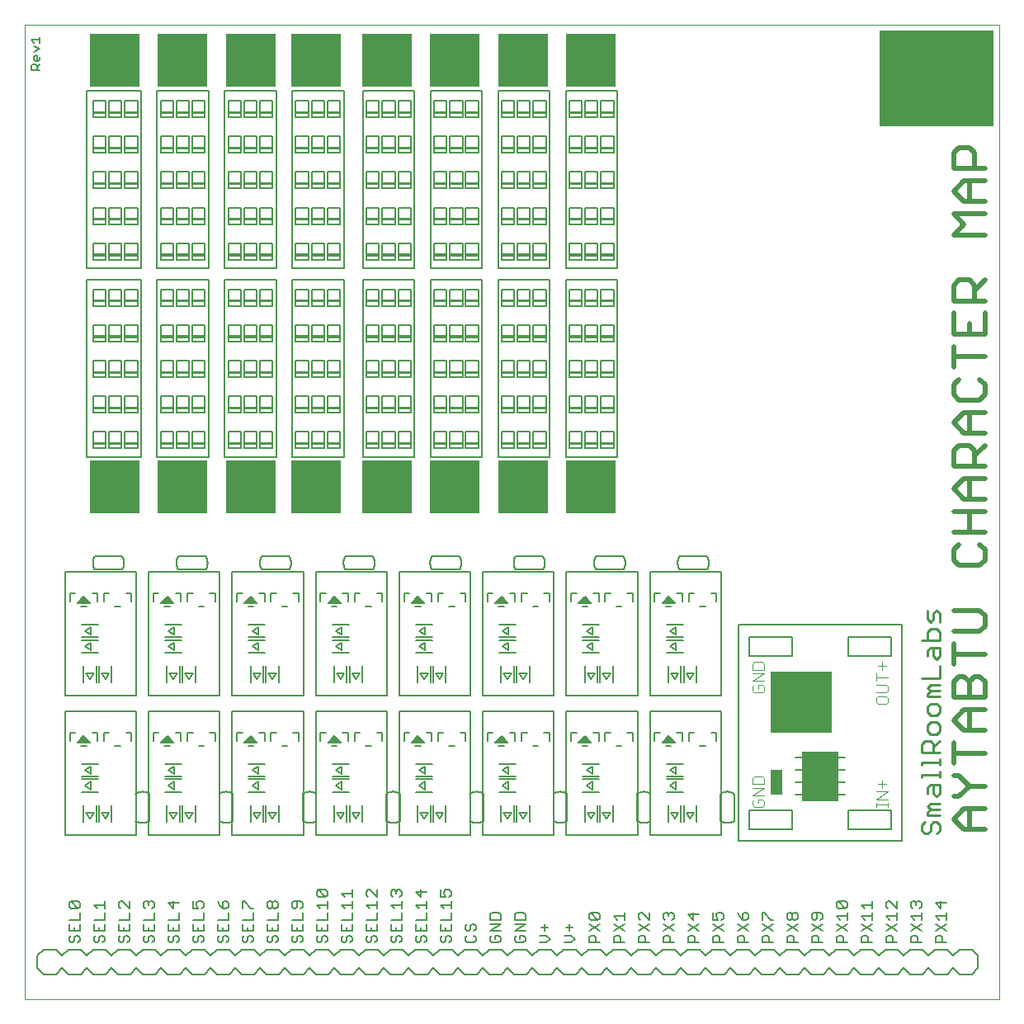
<source format=gto>
G75*
%MOIN*%
%OFA0B0*%
%FSLAX25Y25*%
%IPPOS*%
%LPD*%
%AMOC8*
5,1,8,0,0,1.08239X$1,22.5*
%
%ADD10C,0.00394*%
%ADD11C,0.00800*%
%ADD12C,0.00700*%
%ADD13R,0.20000X0.21250*%
%ADD14C,0.01900*%
%ADD15C,0.00500*%
%ADD16C,0.01100*%
%ADD17R,0.46250X0.38750*%
%ADD18C,0.00400*%
%ADD19R,0.25000X0.25000*%
%ADD20R,0.15000X0.20000*%
%ADD21R,0.05000X0.10000*%
%ADD22C,0.00600*%
D10*
X0003350Y0001500D02*
X0397051Y0001500D01*
X0397051Y0395201D01*
X0003350Y0395201D01*
X0003350Y0001500D01*
D11*
X0024600Y0105250D02*
X0027100Y0107750D01*
X0029600Y0105250D01*
X0024600Y0105250D01*
X0024657Y0105306D02*
X0029544Y0105306D01*
X0028745Y0106105D02*
X0025455Y0106105D01*
X0026254Y0106903D02*
X0027947Y0106903D01*
X0027148Y0107702D02*
X0027052Y0107702D01*
X0019600Y0124000D02*
X0019600Y0174000D01*
X0048350Y0174000D01*
X0048350Y0124000D01*
X0053350Y0124000D02*
X0053350Y0174000D01*
X0082100Y0174000D01*
X0082100Y0124000D01*
X0087100Y0124000D02*
X0087100Y0174000D01*
X0115850Y0174000D01*
X0115850Y0124000D01*
X0120850Y0124000D02*
X0120850Y0174000D01*
X0149600Y0174000D01*
X0149600Y0124000D01*
X0154600Y0124000D02*
X0154600Y0174000D01*
X0183350Y0174000D01*
X0183350Y0124000D01*
X0188350Y0124000D02*
X0188350Y0174000D01*
X0217100Y0174000D01*
X0217100Y0124000D01*
X0222100Y0124000D02*
X0222100Y0174000D01*
X0250850Y0174000D01*
X0250850Y0124000D01*
X0255850Y0124000D02*
X0255850Y0174000D01*
X0284600Y0174000D01*
X0284600Y0124000D01*
X0265850Y0105250D02*
X0263350Y0107750D01*
X0260850Y0105250D01*
X0265850Y0105250D01*
X0265794Y0105306D02*
X0260907Y0105306D01*
X0261705Y0106105D02*
X0264995Y0106105D01*
X0264197Y0106903D02*
X0262504Y0106903D01*
X0263302Y0107702D02*
X0263398Y0107702D01*
X0232100Y0105250D02*
X0229600Y0107750D01*
X0227100Y0105250D01*
X0232100Y0105250D01*
X0232044Y0105306D02*
X0227157Y0105306D01*
X0227955Y0106105D02*
X0231245Y0106105D01*
X0230447Y0106903D02*
X0228754Y0106903D01*
X0229552Y0107702D02*
X0229648Y0107702D01*
X0198350Y0105250D02*
X0195850Y0107750D01*
X0193350Y0105250D01*
X0198350Y0105250D01*
X0198294Y0105306D02*
X0193407Y0105306D01*
X0194205Y0106105D02*
X0197495Y0106105D01*
X0196697Y0106903D02*
X0195004Y0106903D01*
X0195802Y0107702D02*
X0195898Y0107702D01*
X0164600Y0105250D02*
X0162100Y0107750D01*
X0159600Y0105250D01*
X0164600Y0105250D01*
X0164544Y0105306D02*
X0159657Y0105306D01*
X0160455Y0106105D02*
X0163745Y0106105D01*
X0162947Y0106903D02*
X0161254Y0106903D01*
X0162052Y0107702D02*
X0162148Y0107702D01*
X0130850Y0105250D02*
X0128350Y0107750D01*
X0125850Y0105250D01*
X0130850Y0105250D01*
X0130794Y0105306D02*
X0125907Y0105306D01*
X0126705Y0106105D02*
X0129995Y0106105D01*
X0129197Y0106903D02*
X0127504Y0106903D01*
X0128302Y0107702D02*
X0128398Y0107702D01*
X0097100Y0105250D02*
X0094600Y0107750D01*
X0092100Y0105250D01*
X0097100Y0105250D01*
X0097044Y0105306D02*
X0092157Y0105306D01*
X0092955Y0106105D02*
X0096245Y0106105D01*
X0095447Y0106903D02*
X0093754Y0106903D01*
X0094552Y0107702D02*
X0094648Y0107702D01*
X0063350Y0105250D02*
X0060850Y0107750D01*
X0058350Y0105250D01*
X0063350Y0105250D01*
X0063294Y0105306D02*
X0058407Y0105306D01*
X0059205Y0106105D02*
X0062495Y0106105D01*
X0061697Y0106903D02*
X0060004Y0106903D01*
X0060802Y0107702D02*
X0060898Y0107702D01*
X0063350Y0161500D02*
X0058350Y0161500D01*
X0060850Y0164000D01*
X0063350Y0161500D01*
X0062850Y0162001D02*
X0058851Y0162001D01*
X0059650Y0162799D02*
X0062051Y0162799D01*
X0061253Y0163598D02*
X0060448Y0163598D01*
X0029600Y0161500D02*
X0027100Y0164000D01*
X0024600Y0161500D01*
X0029600Y0161500D01*
X0029100Y0162001D02*
X0025101Y0162001D01*
X0025900Y0162799D02*
X0028301Y0162799D01*
X0027503Y0163598D02*
X0026698Y0163598D01*
X0028200Y0220500D02*
X0050250Y0220500D01*
X0050250Y0292100D01*
X0028200Y0292100D01*
X0028200Y0220500D01*
X0056750Y0220500D02*
X0077550Y0220500D01*
X0077550Y0292100D01*
X0056750Y0292100D01*
X0056750Y0220500D01*
X0084050Y0220500D02*
X0104850Y0220500D01*
X0104850Y0292100D01*
X0084050Y0292100D01*
X0084050Y0220500D01*
X0111350Y0220500D02*
X0132150Y0220500D01*
X0132150Y0292100D01*
X0111350Y0292100D01*
X0111350Y0220500D01*
X0139900Y0220500D02*
X0160700Y0220500D01*
X0160700Y0292100D01*
X0139900Y0292100D01*
X0139900Y0220500D01*
X0167200Y0220500D02*
X0188000Y0220500D01*
X0188000Y0292100D01*
X0167200Y0292100D01*
X0167200Y0220500D01*
X0194500Y0220500D02*
X0215300Y0220500D01*
X0215300Y0292100D01*
X0194500Y0292100D01*
X0194500Y0220500D01*
X0221800Y0220500D02*
X0242600Y0220500D01*
X0242600Y0292100D01*
X0221800Y0292100D01*
X0221800Y0220500D01*
X0229600Y0164000D02*
X0227100Y0161500D01*
X0232100Y0161500D01*
X0229600Y0164000D01*
X0229198Y0163598D02*
X0230003Y0163598D01*
X0230801Y0162799D02*
X0228400Y0162799D01*
X0227601Y0162001D02*
X0231600Y0162001D01*
X0260850Y0161500D02*
X0263350Y0164000D01*
X0265850Y0161500D01*
X0260850Y0161500D01*
X0261351Y0162001D02*
X0265350Y0162001D01*
X0264551Y0162799D02*
X0262150Y0162799D01*
X0262948Y0163598D02*
X0263753Y0163598D01*
X0198350Y0161500D02*
X0195850Y0164000D01*
X0193350Y0161500D01*
X0198350Y0161500D01*
X0197850Y0162001D02*
X0193851Y0162001D01*
X0194650Y0162799D02*
X0197051Y0162799D01*
X0196253Y0163598D02*
X0195448Y0163598D01*
X0164600Y0161500D02*
X0162100Y0164000D01*
X0159600Y0161500D01*
X0164600Y0161500D01*
X0164100Y0162001D02*
X0160101Y0162001D01*
X0160900Y0162799D02*
X0163301Y0162799D01*
X0162503Y0163598D02*
X0161698Y0163598D01*
X0130850Y0161500D02*
X0128350Y0164000D01*
X0125850Y0161500D01*
X0130850Y0161500D01*
X0130350Y0162001D02*
X0126351Y0162001D01*
X0127150Y0162799D02*
X0129551Y0162799D01*
X0128753Y0163598D02*
X0127948Y0163598D01*
X0097100Y0161500D02*
X0094600Y0164000D01*
X0092100Y0161500D01*
X0097100Y0161500D01*
X0096600Y0162001D02*
X0092601Y0162001D01*
X0093400Y0162799D02*
X0095801Y0162799D01*
X0095003Y0163598D02*
X0094198Y0163598D01*
X0084050Y0296700D02*
X0104850Y0296700D01*
X0104850Y0368300D01*
X0084050Y0368300D01*
X0084050Y0296700D01*
X0077550Y0296700D02*
X0077550Y0368300D01*
X0056750Y0368300D01*
X0056750Y0296700D01*
X0077550Y0296700D01*
X0050250Y0296700D02*
X0050250Y0368300D01*
X0028200Y0368300D01*
X0028200Y0296700D01*
X0050250Y0296700D01*
X0111350Y0296700D02*
X0132150Y0296700D01*
X0132150Y0368300D01*
X0111350Y0368300D01*
X0111350Y0296700D01*
X0139900Y0296700D02*
X0160700Y0296700D01*
X0160700Y0368300D01*
X0139900Y0368300D01*
X0139900Y0296700D01*
X0167200Y0296700D02*
X0188000Y0296700D01*
X0188000Y0368300D01*
X0167200Y0368300D01*
X0167200Y0296700D01*
X0194500Y0296700D02*
X0215300Y0296700D01*
X0215300Y0368300D01*
X0194500Y0368300D01*
X0194500Y0296700D01*
X0221800Y0296700D02*
X0242600Y0296700D01*
X0242600Y0368300D01*
X0221800Y0368300D01*
X0221800Y0296700D01*
D12*
X0224000Y0165350D02*
X0226200Y0165350D01*
X0224000Y0165350D02*
X0224000Y0162150D01*
X0228500Y0160150D02*
X0230700Y0160150D01*
X0233000Y0165350D02*
X0235200Y0165350D01*
X0235200Y0162150D01*
X0237750Y0162150D02*
X0237750Y0165350D01*
X0239950Y0165350D01*
X0242250Y0160150D02*
X0244450Y0160150D01*
X0248950Y0162150D02*
X0248950Y0165350D01*
X0246750Y0165350D01*
X0257750Y0165350D02*
X0257750Y0162150D01*
X0257750Y0165350D02*
X0259950Y0165350D01*
X0262250Y0160150D02*
X0264450Y0160150D01*
X0268950Y0162150D02*
X0268950Y0165350D01*
X0266750Y0165350D01*
X0271500Y0165350D02*
X0271500Y0162150D01*
X0271500Y0165350D02*
X0273700Y0165350D01*
X0276000Y0160150D02*
X0278200Y0160150D01*
X0282700Y0162150D02*
X0282700Y0165350D01*
X0280500Y0165350D01*
X0295850Y0147750D02*
X0295850Y0140250D01*
X0313350Y0140250D01*
X0313350Y0147750D01*
X0295850Y0147750D01*
X0284600Y0124000D02*
X0255850Y0124000D01*
X0250850Y0124000D02*
X0222100Y0124000D01*
X0217100Y0124000D02*
X0188350Y0124000D01*
X0183350Y0124000D02*
X0154600Y0124000D01*
X0149600Y0124000D02*
X0120850Y0124000D01*
X0115850Y0124000D02*
X0087100Y0124000D01*
X0082100Y0124000D02*
X0053350Y0124000D01*
X0048350Y0124000D02*
X0019600Y0124000D01*
X0019600Y0117750D02*
X0048350Y0117750D01*
X0048350Y0067750D01*
X0019600Y0067750D01*
X0019600Y0117750D01*
X0021500Y0109100D02*
X0023700Y0109100D01*
X0021500Y0109100D02*
X0021500Y0105900D01*
X0026000Y0103900D02*
X0028200Y0103900D01*
X0032700Y0105900D02*
X0032700Y0109100D01*
X0030500Y0109100D01*
X0035250Y0109100D02*
X0035250Y0105900D01*
X0035250Y0109100D02*
X0037450Y0109100D01*
X0039750Y0103900D02*
X0041950Y0103900D01*
X0046450Y0105900D02*
X0046450Y0109100D01*
X0044250Y0109100D01*
X0055250Y0109100D02*
X0055250Y0105900D01*
X0055250Y0109100D02*
X0057450Y0109100D01*
X0059750Y0103900D02*
X0061950Y0103900D01*
X0066450Y0105900D02*
X0066450Y0109100D01*
X0064250Y0109100D01*
X0069000Y0109100D02*
X0069000Y0105900D01*
X0069000Y0109100D02*
X0071200Y0109100D01*
X0073500Y0103900D02*
X0075700Y0103900D01*
X0078000Y0109100D02*
X0080200Y0109100D01*
X0080200Y0105900D01*
X0089000Y0105900D02*
X0089000Y0109100D01*
X0091200Y0109100D01*
X0093500Y0103900D02*
X0095700Y0103900D01*
X0100200Y0105900D02*
X0100200Y0109100D01*
X0098000Y0109100D01*
X0102750Y0109100D02*
X0102750Y0105900D01*
X0102750Y0109100D02*
X0104950Y0109100D01*
X0107250Y0103900D02*
X0109450Y0103900D01*
X0113950Y0105900D02*
X0113950Y0109100D01*
X0111750Y0109100D01*
X0115850Y0117750D02*
X0115850Y0067750D01*
X0087100Y0067750D01*
X0087100Y0117750D01*
X0115850Y0117750D01*
X0120850Y0117750D02*
X0149600Y0117750D01*
X0149600Y0067750D01*
X0120850Y0067750D01*
X0120850Y0117750D01*
X0122750Y0109100D02*
X0124950Y0109100D01*
X0122750Y0109100D02*
X0122750Y0105900D01*
X0127250Y0103900D02*
X0129450Y0103900D01*
X0133950Y0105900D02*
X0133950Y0109100D01*
X0131750Y0109100D01*
X0136500Y0109100D02*
X0136500Y0105900D01*
X0136500Y0109100D02*
X0138700Y0109100D01*
X0141000Y0103900D02*
X0143200Y0103900D01*
X0145500Y0109100D02*
X0147700Y0109100D01*
X0147700Y0105900D01*
X0156500Y0105900D02*
X0156500Y0109100D01*
X0158700Y0109100D01*
X0161000Y0103900D02*
X0163200Y0103900D01*
X0165500Y0109100D02*
X0167700Y0109100D01*
X0167700Y0105900D01*
X0170250Y0105900D02*
X0170250Y0109100D01*
X0172450Y0109100D01*
X0174750Y0103900D02*
X0176950Y0103900D01*
X0181450Y0105900D02*
X0181450Y0109100D01*
X0179250Y0109100D01*
X0183350Y0117750D02*
X0183350Y0067750D01*
X0154600Y0067750D01*
X0154600Y0117750D01*
X0183350Y0117750D01*
X0188350Y0117750D02*
X0217100Y0117750D01*
X0217100Y0067750D01*
X0188350Y0067750D01*
X0188350Y0117750D01*
X0190250Y0109100D02*
X0192450Y0109100D01*
X0190250Y0109100D02*
X0190250Y0105900D01*
X0194750Y0103900D02*
X0196950Y0103900D01*
X0201450Y0105900D02*
X0201450Y0109100D01*
X0199250Y0109100D01*
X0204000Y0109100D02*
X0204000Y0105900D01*
X0204000Y0109100D02*
X0206200Y0109100D01*
X0208500Y0103900D02*
X0210700Y0103900D01*
X0213000Y0109100D02*
X0215200Y0109100D01*
X0215200Y0105900D01*
X0224000Y0105900D02*
X0224000Y0109100D01*
X0226200Y0109100D01*
X0228500Y0103900D02*
X0230700Y0103900D01*
X0233000Y0109100D02*
X0235200Y0109100D01*
X0235200Y0105900D01*
X0237750Y0105900D02*
X0237750Y0109100D01*
X0239950Y0109100D01*
X0242250Y0103900D02*
X0244450Y0103900D01*
X0248950Y0105900D02*
X0248950Y0109100D01*
X0246750Y0109100D01*
X0250850Y0117750D02*
X0250850Y0067750D01*
X0222100Y0067750D01*
X0222100Y0117750D01*
X0250850Y0117750D01*
X0255850Y0117750D02*
X0284600Y0117750D01*
X0284600Y0067750D01*
X0255850Y0067750D01*
X0255850Y0117750D01*
X0257750Y0109100D02*
X0259950Y0109100D01*
X0257750Y0109100D02*
X0257750Y0105900D01*
X0262250Y0103900D02*
X0264450Y0103900D01*
X0268950Y0105900D02*
X0268950Y0109100D01*
X0266750Y0109100D01*
X0271500Y0109100D02*
X0271500Y0105900D01*
X0271500Y0109100D02*
X0273700Y0109100D01*
X0276000Y0103900D02*
X0278200Y0103900D01*
X0282700Y0105900D02*
X0282700Y0109100D01*
X0280500Y0109100D01*
X0295850Y0077750D02*
X0295850Y0070250D01*
X0313350Y0070250D01*
X0313350Y0077750D01*
X0295850Y0077750D01*
X0314600Y0084000D02*
X0334600Y0084000D01*
X0334600Y0089000D02*
X0314600Y0089000D01*
X0314600Y0094000D02*
X0334600Y0094000D01*
X0334600Y0099000D02*
X0314600Y0099000D01*
X0335850Y0077750D02*
X0335850Y0070250D01*
X0353350Y0070250D01*
X0353350Y0077750D01*
X0335850Y0077750D01*
X0334783Y0041031D02*
X0331914Y0041031D01*
X0334783Y0038162D01*
X0335500Y0038879D01*
X0335500Y0040314D01*
X0334783Y0041031D01*
X0331914Y0041031D02*
X0331197Y0040314D01*
X0331197Y0038879D01*
X0331914Y0038162D01*
X0334783Y0038162D01*
X0335500Y0036427D02*
X0335500Y0033558D01*
X0335500Y0034992D02*
X0331197Y0034992D01*
X0332631Y0033558D01*
X0331197Y0031823D02*
X0335500Y0028954D01*
X0333349Y0027219D02*
X0334066Y0026502D01*
X0334066Y0024350D01*
X0335500Y0024350D02*
X0331197Y0024350D01*
X0331197Y0026502D01*
X0331914Y0027219D01*
X0333349Y0027219D01*
X0331197Y0028954D02*
X0335500Y0031823D01*
X0341197Y0031823D02*
X0345500Y0028954D01*
X0343349Y0027219D02*
X0341914Y0027219D01*
X0341197Y0026502D01*
X0341197Y0024350D01*
X0345500Y0024350D01*
X0344066Y0024350D02*
X0344066Y0026502D01*
X0343349Y0027219D01*
X0341197Y0028954D02*
X0345500Y0031823D01*
X0345500Y0033558D02*
X0345500Y0036427D01*
X0345500Y0034992D02*
X0341197Y0034992D01*
X0342631Y0033558D01*
X0342631Y0038162D02*
X0341197Y0039596D01*
X0345500Y0039596D01*
X0345500Y0038162D02*
X0345500Y0041031D01*
X0351197Y0040314D02*
X0351197Y0038879D01*
X0351914Y0038162D01*
X0351197Y0040314D02*
X0351914Y0041031D01*
X0352631Y0041031D01*
X0355500Y0038162D01*
X0355500Y0041031D01*
X0355500Y0036427D02*
X0355500Y0033558D01*
X0355500Y0034992D02*
X0351197Y0034992D01*
X0352631Y0033558D01*
X0351197Y0031823D02*
X0355500Y0028954D01*
X0353349Y0027219D02*
X0354066Y0026502D01*
X0354066Y0024350D01*
X0355500Y0024350D02*
X0351197Y0024350D01*
X0351197Y0026502D01*
X0351914Y0027219D01*
X0353349Y0027219D01*
X0351197Y0028954D02*
X0355500Y0031823D01*
X0361197Y0031823D02*
X0365500Y0028954D01*
X0363349Y0027219D02*
X0361914Y0027219D01*
X0361197Y0026502D01*
X0361197Y0024350D01*
X0365500Y0024350D01*
X0364066Y0024350D02*
X0364066Y0026502D01*
X0363349Y0027219D01*
X0361197Y0028954D02*
X0365500Y0031823D01*
X0365500Y0033558D02*
X0365500Y0036427D01*
X0365500Y0034992D02*
X0361197Y0034992D01*
X0362631Y0033558D01*
X0361914Y0038162D02*
X0361197Y0038879D01*
X0361197Y0040314D01*
X0361914Y0041031D01*
X0362631Y0041031D01*
X0363349Y0040314D01*
X0364066Y0041031D01*
X0364783Y0041031D01*
X0365500Y0040314D01*
X0365500Y0038879D01*
X0364783Y0038162D01*
X0363349Y0039596D02*
X0363349Y0040314D01*
X0371197Y0040314D02*
X0373349Y0038162D01*
X0373349Y0041031D01*
X0373349Y0038162D01*
X0371197Y0040314D01*
X0375500Y0040314D01*
X0371197Y0040314D01*
X0375500Y0036427D02*
X0375500Y0033558D01*
X0375500Y0036427D01*
X0375500Y0034992D02*
X0371197Y0034992D01*
X0372631Y0033558D01*
X0371197Y0034992D01*
X0375500Y0034992D01*
X0375500Y0031823D02*
X0371197Y0028954D01*
X0375500Y0031823D01*
X0375500Y0028954D02*
X0371197Y0031823D01*
X0375500Y0028954D01*
X0373349Y0027219D02*
X0374066Y0026502D01*
X0374066Y0024350D01*
X0374066Y0026502D01*
X0373349Y0027219D01*
X0371914Y0027219D01*
X0371197Y0026502D01*
X0371197Y0024350D01*
X0375500Y0024350D01*
X0371197Y0024350D01*
X0371197Y0026502D01*
X0371914Y0027219D01*
X0373349Y0027219D01*
X0325500Y0028954D02*
X0321197Y0031823D01*
X0321914Y0033558D02*
X0322631Y0033558D01*
X0323349Y0034275D01*
X0323349Y0036427D01*
X0324783Y0036427D02*
X0321914Y0036427D01*
X0321197Y0035710D01*
X0321197Y0034275D01*
X0321914Y0033558D01*
X0324783Y0033558D02*
X0325500Y0034275D01*
X0325500Y0035710D01*
X0324783Y0036427D01*
X0325500Y0031823D02*
X0321197Y0028954D01*
X0321914Y0027219D02*
X0323349Y0027219D01*
X0324066Y0026502D01*
X0324066Y0024350D01*
X0325500Y0024350D02*
X0321197Y0024350D01*
X0321197Y0026502D01*
X0321914Y0027219D01*
X0315500Y0028954D02*
X0311197Y0031823D01*
X0311914Y0033558D02*
X0312631Y0033558D01*
X0313349Y0034275D01*
X0313349Y0035710D01*
X0314066Y0036427D01*
X0314783Y0036427D01*
X0315500Y0035710D01*
X0315500Y0034275D01*
X0314783Y0033558D01*
X0314066Y0033558D01*
X0313349Y0034275D01*
X0313349Y0035710D02*
X0312631Y0036427D01*
X0311914Y0036427D01*
X0311197Y0035710D01*
X0311197Y0034275D01*
X0311914Y0033558D01*
X0315500Y0031823D02*
X0311197Y0028954D01*
X0311914Y0027219D02*
X0313349Y0027219D01*
X0314066Y0026502D01*
X0314066Y0024350D01*
X0315500Y0024350D02*
X0311197Y0024350D01*
X0311197Y0026502D01*
X0311914Y0027219D01*
X0305500Y0028954D02*
X0301197Y0031823D01*
X0301197Y0033558D02*
X0301197Y0036427D01*
X0301914Y0036427D01*
X0304783Y0033558D01*
X0305500Y0033558D01*
X0305500Y0031823D02*
X0301197Y0028954D01*
X0301914Y0027219D02*
X0303349Y0027219D01*
X0304066Y0026502D01*
X0304066Y0024350D01*
X0305500Y0024350D02*
X0301197Y0024350D01*
X0301197Y0026502D01*
X0301914Y0027219D01*
X0295500Y0028954D02*
X0291197Y0031823D01*
X0293349Y0033558D02*
X0293349Y0035710D01*
X0294066Y0036427D01*
X0294783Y0036427D01*
X0295500Y0035710D01*
X0295500Y0034275D01*
X0294783Y0033558D01*
X0293349Y0033558D01*
X0291914Y0034992D01*
X0291197Y0036427D01*
X0295500Y0031823D02*
X0291197Y0028954D01*
X0291914Y0027219D02*
X0293349Y0027219D01*
X0294066Y0026502D01*
X0294066Y0024350D01*
X0295500Y0024350D02*
X0291197Y0024350D01*
X0291197Y0026502D01*
X0291914Y0027219D01*
X0285500Y0028954D02*
X0281197Y0031823D01*
X0281197Y0033558D02*
X0283349Y0033558D01*
X0282631Y0034992D01*
X0282631Y0035710D01*
X0283349Y0036427D01*
X0284783Y0036427D01*
X0285500Y0035710D01*
X0285500Y0034275D01*
X0284783Y0033558D01*
X0285500Y0031823D02*
X0281197Y0028954D01*
X0281914Y0027219D02*
X0283349Y0027219D01*
X0284066Y0026502D01*
X0284066Y0024350D01*
X0285500Y0024350D02*
X0281197Y0024350D01*
X0281197Y0026502D01*
X0281914Y0027219D01*
X0275500Y0028954D02*
X0271197Y0031823D01*
X0273349Y0033558D02*
X0273349Y0036427D01*
X0275500Y0035710D02*
X0271197Y0035710D01*
X0273349Y0033558D01*
X0275500Y0031823D02*
X0271197Y0028954D01*
X0271914Y0027219D02*
X0273349Y0027219D01*
X0274066Y0026502D01*
X0274066Y0024350D01*
X0275500Y0024350D02*
X0271197Y0024350D01*
X0271197Y0026502D01*
X0271914Y0027219D01*
X0265500Y0028954D02*
X0261197Y0031823D01*
X0261914Y0033558D02*
X0261197Y0034275D01*
X0261197Y0035710D01*
X0261914Y0036427D01*
X0262631Y0036427D01*
X0263349Y0035710D01*
X0264066Y0036427D01*
X0264783Y0036427D01*
X0265500Y0035710D01*
X0265500Y0034275D01*
X0264783Y0033558D01*
X0265500Y0031823D02*
X0261197Y0028954D01*
X0261914Y0027219D02*
X0263349Y0027219D01*
X0264066Y0026502D01*
X0264066Y0024350D01*
X0265500Y0024350D02*
X0261197Y0024350D01*
X0261197Y0026502D01*
X0261914Y0027219D01*
X0255500Y0028954D02*
X0251197Y0031823D01*
X0251914Y0033558D02*
X0251197Y0034275D01*
X0251197Y0035710D01*
X0251914Y0036427D01*
X0252631Y0036427D01*
X0255500Y0033558D01*
X0255500Y0036427D01*
X0255500Y0031823D02*
X0251197Y0028954D01*
X0251914Y0027219D02*
X0253349Y0027219D01*
X0254066Y0026502D01*
X0254066Y0024350D01*
X0255500Y0024350D02*
X0251197Y0024350D01*
X0251197Y0026502D01*
X0251914Y0027219D01*
X0245500Y0028954D02*
X0241197Y0031823D01*
X0242631Y0033558D02*
X0241197Y0034992D01*
X0245500Y0034992D01*
X0245500Y0033558D02*
X0245500Y0036427D01*
X0245500Y0031823D02*
X0241197Y0028954D01*
X0241914Y0027219D02*
X0243349Y0027219D01*
X0244066Y0026502D01*
X0244066Y0024350D01*
X0245500Y0024350D02*
X0241197Y0024350D01*
X0241197Y0026502D01*
X0241914Y0027219D01*
X0235500Y0028954D02*
X0231197Y0031823D01*
X0231914Y0033558D02*
X0231197Y0034275D01*
X0231197Y0035710D01*
X0231914Y0036427D01*
X0234783Y0033558D01*
X0235500Y0034275D01*
X0235500Y0035710D01*
X0234783Y0036427D01*
X0231914Y0036427D01*
X0231914Y0033558D02*
X0234783Y0033558D01*
X0235500Y0031823D02*
X0231197Y0028954D01*
X0231914Y0027219D02*
X0233349Y0027219D01*
X0234066Y0026502D01*
X0234066Y0024350D01*
X0235500Y0024350D02*
X0231197Y0024350D01*
X0231197Y0026502D01*
X0231914Y0027219D01*
X0225500Y0025785D02*
X0224066Y0027219D01*
X0221197Y0027219D01*
X0223349Y0028954D02*
X0223349Y0031823D01*
X0224783Y0030388D02*
X0221914Y0030388D01*
X0225500Y0025785D02*
X0224066Y0024350D01*
X0221197Y0024350D01*
X0215500Y0025785D02*
X0214066Y0027219D01*
X0211197Y0027219D01*
X0213349Y0028954D02*
X0213349Y0031823D01*
X0214783Y0030388D02*
X0211914Y0030388D01*
X0215500Y0025785D02*
X0214066Y0024350D01*
X0211197Y0024350D01*
X0205500Y0025067D02*
X0205500Y0026502D01*
X0204783Y0027219D01*
X0203349Y0027219D01*
X0203349Y0025785D01*
X0204783Y0024350D02*
X0205500Y0025067D01*
X0204783Y0024350D02*
X0201914Y0024350D01*
X0201197Y0025067D01*
X0201197Y0026502D01*
X0201914Y0027219D01*
X0201197Y0028954D02*
X0205500Y0031823D01*
X0201197Y0031823D01*
X0201197Y0033558D02*
X0201197Y0035710D01*
X0201914Y0036427D01*
X0204783Y0036427D01*
X0205500Y0035710D01*
X0205500Y0033558D01*
X0201197Y0033558D01*
X0201197Y0028954D02*
X0205500Y0028954D01*
X0195500Y0028954D02*
X0191197Y0028954D01*
X0195500Y0031823D01*
X0191197Y0031823D01*
X0191197Y0033558D02*
X0191197Y0035710D01*
X0191914Y0036427D01*
X0194783Y0036427D01*
X0195500Y0035710D01*
X0195500Y0033558D01*
X0191197Y0033558D01*
X0185500Y0031106D02*
X0185500Y0029671D01*
X0184783Y0028954D01*
X0183349Y0029671D02*
X0183349Y0031106D01*
X0184066Y0031823D01*
X0184783Y0031823D01*
X0185500Y0031106D01*
X0183349Y0029671D02*
X0182631Y0028954D01*
X0181914Y0028954D01*
X0181197Y0029671D01*
X0181197Y0031106D01*
X0181914Y0031823D01*
X0175500Y0031823D02*
X0175500Y0028954D01*
X0171197Y0028954D01*
X0171197Y0031823D01*
X0171197Y0033558D02*
X0175500Y0033558D01*
X0175500Y0036427D01*
X0175500Y0038162D02*
X0175500Y0041031D01*
X0175500Y0039596D02*
X0171197Y0039596D01*
X0172631Y0038162D01*
X0173349Y0042766D02*
X0171197Y0042766D01*
X0171197Y0045635D01*
X0172631Y0044918D02*
X0173349Y0045635D01*
X0174783Y0045635D01*
X0175500Y0044918D01*
X0175500Y0043483D01*
X0174783Y0042766D01*
X0173349Y0042766D02*
X0172631Y0044200D01*
X0172631Y0044918D01*
X0165500Y0044918D02*
X0161197Y0044918D01*
X0163349Y0042766D01*
X0163349Y0045635D01*
X0165500Y0041031D02*
X0165500Y0038162D01*
X0165500Y0039596D02*
X0161197Y0039596D01*
X0162631Y0038162D01*
X0165500Y0036427D02*
X0165500Y0033558D01*
X0161197Y0033558D01*
X0161197Y0031823D02*
X0161197Y0028954D01*
X0165500Y0028954D01*
X0165500Y0031823D01*
X0163349Y0030388D02*
X0163349Y0028954D01*
X0164066Y0027219D02*
X0163349Y0026502D01*
X0163349Y0025067D01*
X0162631Y0024350D01*
X0161914Y0024350D01*
X0161197Y0025067D01*
X0161197Y0026502D01*
X0161914Y0027219D01*
X0164066Y0027219D02*
X0164783Y0027219D01*
X0165500Y0026502D01*
X0165500Y0025067D01*
X0164783Y0024350D01*
X0171197Y0025067D02*
X0171914Y0024350D01*
X0172631Y0024350D01*
X0173349Y0025067D01*
X0173349Y0026502D01*
X0174066Y0027219D01*
X0174783Y0027219D01*
X0175500Y0026502D01*
X0175500Y0025067D01*
X0174783Y0024350D01*
X0171197Y0025067D02*
X0171197Y0026502D01*
X0171914Y0027219D01*
X0173349Y0028954D02*
X0173349Y0030388D01*
X0181197Y0026502D02*
X0181197Y0025067D01*
X0181914Y0024350D01*
X0184783Y0024350D01*
X0185500Y0025067D01*
X0185500Y0026502D01*
X0184783Y0027219D01*
X0181914Y0027219D02*
X0181197Y0026502D01*
X0191197Y0026502D02*
X0191197Y0025067D01*
X0191914Y0024350D01*
X0194783Y0024350D01*
X0195500Y0025067D01*
X0195500Y0026502D01*
X0194783Y0027219D01*
X0193349Y0027219D01*
X0193349Y0025785D01*
X0191914Y0027219D02*
X0191197Y0026502D01*
X0155500Y0026502D02*
X0155500Y0025067D01*
X0154783Y0024350D01*
X0153349Y0025067D02*
X0153349Y0026502D01*
X0154066Y0027219D01*
X0154783Y0027219D01*
X0155500Y0026502D01*
X0155500Y0028954D02*
X0155500Y0031823D01*
X0155500Y0033558D02*
X0155500Y0036427D01*
X0155500Y0038162D02*
X0155500Y0041031D01*
X0155500Y0039596D02*
X0151197Y0039596D01*
X0152631Y0038162D01*
X0151914Y0042766D02*
X0151197Y0043483D01*
X0151197Y0044918D01*
X0151914Y0045635D01*
X0152631Y0045635D01*
X0153349Y0044918D01*
X0154066Y0045635D01*
X0154783Y0045635D01*
X0155500Y0044918D01*
X0155500Y0043483D01*
X0154783Y0042766D01*
X0153349Y0044200D02*
X0153349Y0044918D01*
X0145500Y0045635D02*
X0145500Y0042766D01*
X0142631Y0045635D01*
X0141914Y0045635D01*
X0141197Y0044918D01*
X0141197Y0043483D01*
X0141914Y0042766D01*
X0141197Y0039596D02*
X0145500Y0039596D01*
X0145500Y0038162D02*
X0145500Y0041031D01*
X0142631Y0038162D02*
X0141197Y0039596D01*
X0145500Y0036427D02*
X0145500Y0033558D01*
X0141197Y0033558D01*
X0141197Y0031823D02*
X0141197Y0028954D01*
X0145500Y0028954D01*
X0145500Y0031823D01*
X0143349Y0030388D02*
X0143349Y0028954D01*
X0144066Y0027219D02*
X0143349Y0026502D01*
X0143349Y0025067D01*
X0142631Y0024350D01*
X0141914Y0024350D01*
X0141197Y0025067D01*
X0141197Y0026502D01*
X0141914Y0027219D01*
X0144066Y0027219D02*
X0144783Y0027219D01*
X0145500Y0026502D01*
X0145500Y0025067D01*
X0144783Y0024350D01*
X0151197Y0025067D02*
X0151914Y0024350D01*
X0152631Y0024350D01*
X0153349Y0025067D01*
X0151197Y0025067D02*
X0151197Y0026502D01*
X0151914Y0027219D01*
X0151197Y0028954D02*
X0155500Y0028954D01*
X0153349Y0028954D02*
X0153349Y0030388D01*
X0151197Y0031823D02*
X0151197Y0028954D01*
X0151197Y0033558D02*
X0155500Y0033558D01*
X0135500Y0033558D02*
X0135500Y0036427D01*
X0135500Y0038162D02*
X0135500Y0041031D01*
X0135500Y0039596D02*
X0131197Y0039596D01*
X0132631Y0038162D01*
X0132631Y0042766D02*
X0131197Y0044200D01*
X0135500Y0044200D01*
X0135500Y0042766D02*
X0135500Y0045635D01*
X0125500Y0044918D02*
X0125500Y0043483D01*
X0124783Y0042766D01*
X0121914Y0045635D01*
X0124783Y0045635D01*
X0125500Y0044918D01*
X0124783Y0042766D02*
X0121914Y0042766D01*
X0121197Y0043483D01*
X0121197Y0044918D01*
X0121914Y0045635D01*
X0125500Y0041031D02*
X0125500Y0038162D01*
X0125500Y0039596D02*
X0121197Y0039596D01*
X0122631Y0038162D01*
X0125500Y0036427D02*
X0125500Y0033558D01*
X0121197Y0033558D01*
X0121197Y0031823D02*
X0121197Y0028954D01*
X0125500Y0028954D01*
X0125500Y0031823D01*
X0123349Y0030388D02*
X0123349Y0028954D01*
X0124066Y0027219D02*
X0123349Y0026502D01*
X0123349Y0025067D01*
X0122631Y0024350D01*
X0121914Y0024350D01*
X0121197Y0025067D01*
X0121197Y0026502D01*
X0121914Y0027219D01*
X0124066Y0027219D02*
X0124783Y0027219D01*
X0125500Y0026502D01*
X0125500Y0025067D01*
X0124783Y0024350D01*
X0131197Y0025067D02*
X0131914Y0024350D01*
X0132631Y0024350D01*
X0133349Y0025067D01*
X0133349Y0026502D01*
X0134066Y0027219D01*
X0134783Y0027219D01*
X0135500Y0026502D01*
X0135500Y0025067D01*
X0134783Y0024350D01*
X0131197Y0025067D02*
X0131197Y0026502D01*
X0131914Y0027219D01*
X0131197Y0028954D02*
X0135500Y0028954D01*
X0135500Y0031823D01*
X0135500Y0033558D02*
X0131197Y0033558D01*
X0131197Y0031823D02*
X0131197Y0028954D01*
X0133349Y0028954D02*
X0133349Y0030388D01*
X0115500Y0028954D02*
X0115500Y0031823D01*
X0115500Y0033558D02*
X0115500Y0036427D01*
X0114783Y0038162D02*
X0115500Y0038879D01*
X0115500Y0040314D01*
X0114783Y0041031D01*
X0111914Y0041031D01*
X0111197Y0040314D01*
X0111197Y0038879D01*
X0111914Y0038162D01*
X0112631Y0038162D01*
X0113349Y0038879D01*
X0113349Y0041031D01*
X0111197Y0033558D02*
X0115500Y0033558D01*
X0113349Y0030388D02*
X0113349Y0028954D01*
X0114066Y0027219D02*
X0114783Y0027219D01*
X0115500Y0026502D01*
X0115500Y0025067D01*
X0114783Y0024350D01*
X0113349Y0025067D02*
X0113349Y0026502D01*
X0114066Y0027219D01*
X0111914Y0027219D02*
X0111197Y0026502D01*
X0111197Y0025067D01*
X0111914Y0024350D01*
X0112631Y0024350D01*
X0113349Y0025067D01*
X0111197Y0028954D02*
X0115500Y0028954D01*
X0111197Y0028954D02*
X0111197Y0031823D01*
X0105500Y0031823D02*
X0105500Y0028954D01*
X0101197Y0028954D01*
X0101197Y0031823D01*
X0101197Y0033558D02*
X0105500Y0033558D01*
X0105500Y0036427D01*
X0104783Y0038162D02*
X0104066Y0038162D01*
X0103349Y0038879D01*
X0103349Y0040314D01*
X0104066Y0041031D01*
X0104783Y0041031D01*
X0105500Y0040314D01*
X0105500Y0038879D01*
X0104783Y0038162D01*
X0103349Y0038879D02*
X0102631Y0038162D01*
X0101914Y0038162D01*
X0101197Y0038879D01*
X0101197Y0040314D01*
X0101914Y0041031D01*
X0102631Y0041031D01*
X0103349Y0040314D01*
X0095500Y0038162D02*
X0094783Y0038162D01*
X0091914Y0041031D01*
X0091197Y0041031D01*
X0091197Y0038162D01*
X0091197Y0033558D02*
X0095500Y0033558D01*
X0095500Y0036427D01*
X0095500Y0031823D02*
X0095500Y0028954D01*
X0091197Y0028954D01*
X0091197Y0031823D01*
X0093349Y0030388D02*
X0093349Y0028954D01*
X0094066Y0027219D02*
X0094783Y0027219D01*
X0095500Y0026502D01*
X0095500Y0025067D01*
X0094783Y0024350D01*
X0093349Y0025067D02*
X0093349Y0026502D01*
X0094066Y0027219D01*
X0091914Y0027219D02*
X0091197Y0026502D01*
X0091197Y0025067D01*
X0091914Y0024350D01*
X0092631Y0024350D01*
X0093349Y0025067D01*
X0101197Y0025067D02*
X0101914Y0024350D01*
X0102631Y0024350D01*
X0103349Y0025067D01*
X0103349Y0026502D01*
X0104066Y0027219D01*
X0104783Y0027219D01*
X0105500Y0026502D01*
X0105500Y0025067D01*
X0104783Y0024350D01*
X0101197Y0025067D02*
X0101197Y0026502D01*
X0101914Y0027219D01*
X0103349Y0028954D02*
X0103349Y0030388D01*
X0085500Y0028954D02*
X0085500Y0031823D01*
X0085500Y0033558D02*
X0085500Y0036427D01*
X0084783Y0038162D02*
X0085500Y0038879D01*
X0085500Y0040314D01*
X0084783Y0041031D01*
X0084066Y0041031D01*
X0083349Y0040314D01*
X0083349Y0038162D01*
X0084783Y0038162D01*
X0083349Y0038162D02*
X0081914Y0039596D01*
X0081197Y0041031D01*
X0075500Y0040314D02*
X0075500Y0038879D01*
X0074783Y0038162D01*
X0073349Y0038162D02*
X0072631Y0039596D01*
X0072631Y0040314D01*
X0073349Y0041031D01*
X0074783Y0041031D01*
X0075500Y0040314D01*
X0073349Y0038162D02*
X0071197Y0038162D01*
X0071197Y0041031D01*
X0065500Y0040314D02*
X0061197Y0040314D01*
X0063349Y0038162D01*
X0063349Y0041031D01*
X0065500Y0036427D02*
X0065500Y0033558D01*
X0061197Y0033558D01*
X0061197Y0031823D02*
X0061197Y0028954D01*
X0065500Y0028954D01*
X0065500Y0031823D01*
X0063349Y0030388D02*
X0063349Y0028954D01*
X0064066Y0027219D02*
X0063349Y0026502D01*
X0063349Y0025067D01*
X0062631Y0024350D01*
X0061914Y0024350D01*
X0061197Y0025067D01*
X0061197Y0026502D01*
X0061914Y0027219D01*
X0064066Y0027219D02*
X0064783Y0027219D01*
X0065500Y0026502D01*
X0065500Y0025067D01*
X0064783Y0024350D01*
X0071197Y0025067D02*
X0071914Y0024350D01*
X0072631Y0024350D01*
X0073349Y0025067D01*
X0073349Y0026502D01*
X0074066Y0027219D01*
X0074783Y0027219D01*
X0075500Y0026502D01*
X0075500Y0025067D01*
X0074783Y0024350D01*
X0071197Y0025067D02*
X0071197Y0026502D01*
X0071914Y0027219D01*
X0071197Y0028954D02*
X0075500Y0028954D01*
X0075500Y0031823D01*
X0075500Y0033558D02*
X0075500Y0036427D01*
X0075500Y0033558D02*
X0071197Y0033558D01*
X0071197Y0031823D02*
X0071197Y0028954D01*
X0073349Y0028954D02*
X0073349Y0030388D01*
X0081197Y0028954D02*
X0085500Y0028954D01*
X0084783Y0027219D02*
X0085500Y0026502D01*
X0085500Y0025067D01*
X0084783Y0024350D01*
X0083349Y0025067D02*
X0083349Y0026502D01*
X0084066Y0027219D01*
X0084783Y0027219D01*
X0083349Y0028954D02*
X0083349Y0030388D01*
X0081197Y0031823D02*
X0081197Y0028954D01*
X0081914Y0027219D02*
X0081197Y0026502D01*
X0081197Y0025067D01*
X0081914Y0024350D01*
X0082631Y0024350D01*
X0083349Y0025067D01*
X0081197Y0033558D02*
X0085500Y0033558D01*
X0055500Y0033558D02*
X0055500Y0036427D01*
X0054783Y0038162D02*
X0055500Y0038879D01*
X0055500Y0040314D01*
X0054783Y0041031D01*
X0054066Y0041031D01*
X0053349Y0040314D01*
X0053349Y0039596D01*
X0053349Y0040314D02*
X0052631Y0041031D01*
X0051914Y0041031D01*
X0051197Y0040314D01*
X0051197Y0038879D01*
X0051914Y0038162D01*
X0051197Y0033558D02*
X0055500Y0033558D01*
X0055500Y0031823D02*
X0055500Y0028954D01*
X0051197Y0028954D01*
X0051197Y0031823D01*
X0053349Y0030388D02*
X0053349Y0028954D01*
X0054066Y0027219D02*
X0054783Y0027219D01*
X0055500Y0026502D01*
X0055500Y0025067D01*
X0054783Y0024350D01*
X0053349Y0025067D02*
X0053349Y0026502D01*
X0054066Y0027219D01*
X0051914Y0027219D02*
X0051197Y0026502D01*
X0051197Y0025067D01*
X0051914Y0024350D01*
X0052631Y0024350D01*
X0053349Y0025067D01*
X0045500Y0025067D02*
X0044783Y0024350D01*
X0045500Y0025067D02*
X0045500Y0026502D01*
X0044783Y0027219D01*
X0044066Y0027219D01*
X0043349Y0026502D01*
X0043349Y0025067D01*
X0042631Y0024350D01*
X0041914Y0024350D01*
X0041197Y0025067D01*
X0041197Y0026502D01*
X0041914Y0027219D01*
X0041197Y0028954D02*
X0045500Y0028954D01*
X0045500Y0031823D01*
X0045500Y0033558D02*
X0045500Y0036427D01*
X0045500Y0038162D02*
X0042631Y0041031D01*
X0041914Y0041031D01*
X0041197Y0040314D01*
X0041197Y0038879D01*
X0041914Y0038162D01*
X0045500Y0038162D02*
X0045500Y0041031D01*
X0045500Y0033558D02*
X0041197Y0033558D01*
X0041197Y0031823D02*
X0041197Y0028954D01*
X0043349Y0028954D02*
X0043349Y0030388D01*
X0035500Y0028954D02*
X0035500Y0031823D01*
X0035500Y0033558D02*
X0035500Y0036427D01*
X0035500Y0038162D02*
X0035500Y0041031D01*
X0035500Y0039596D02*
X0031197Y0039596D01*
X0032631Y0038162D01*
X0031197Y0033558D02*
X0035500Y0033558D01*
X0033349Y0030388D02*
X0033349Y0028954D01*
X0034066Y0027219D02*
X0034783Y0027219D01*
X0035500Y0026502D01*
X0035500Y0025067D01*
X0034783Y0024350D01*
X0033349Y0025067D02*
X0033349Y0026502D01*
X0034066Y0027219D01*
X0031914Y0027219D02*
X0031197Y0026502D01*
X0031197Y0025067D01*
X0031914Y0024350D01*
X0032631Y0024350D01*
X0033349Y0025067D01*
X0031197Y0028954D02*
X0035500Y0028954D01*
X0031197Y0028954D02*
X0031197Y0031823D01*
X0025500Y0031823D02*
X0025500Y0028954D01*
X0021197Y0028954D01*
X0021197Y0031823D01*
X0021197Y0033558D02*
X0025500Y0033558D01*
X0025500Y0036427D01*
X0024783Y0038162D02*
X0021914Y0041031D01*
X0024783Y0041031D01*
X0025500Y0040314D01*
X0025500Y0038879D01*
X0024783Y0038162D01*
X0021914Y0038162D01*
X0021197Y0038879D01*
X0021197Y0040314D01*
X0021914Y0041031D01*
X0023349Y0030388D02*
X0023349Y0028954D01*
X0024066Y0027219D02*
X0023349Y0026502D01*
X0023349Y0025067D01*
X0022631Y0024350D01*
X0021914Y0024350D01*
X0021197Y0025067D01*
X0021197Y0026502D01*
X0021914Y0027219D01*
X0024066Y0027219D02*
X0024783Y0027219D01*
X0025500Y0026502D01*
X0025500Y0025067D01*
X0024783Y0024350D01*
X0053350Y0067750D02*
X0082100Y0067750D01*
X0082100Y0117750D01*
X0053350Y0117750D01*
X0053350Y0067750D01*
X0059750Y0160150D02*
X0061950Y0160150D01*
X0066450Y0162150D02*
X0066450Y0165350D01*
X0064250Y0165350D01*
X0069000Y0165350D02*
X0069000Y0162150D01*
X0069000Y0165350D02*
X0071200Y0165350D01*
X0073500Y0160150D02*
X0075700Y0160150D01*
X0078000Y0165350D02*
X0080200Y0165350D01*
X0080200Y0162150D01*
X0089000Y0162150D02*
X0089000Y0165350D01*
X0091200Y0165350D01*
X0093500Y0160150D02*
X0095700Y0160150D01*
X0100200Y0162150D02*
X0100200Y0165350D01*
X0098000Y0165350D01*
X0102750Y0165350D02*
X0102750Y0162150D01*
X0102750Y0165350D02*
X0104950Y0165350D01*
X0107250Y0160150D02*
X0109450Y0160150D01*
X0113950Y0162150D02*
X0113950Y0165350D01*
X0111750Y0165350D01*
X0122750Y0165350D02*
X0122750Y0162150D01*
X0122750Y0165350D02*
X0124950Y0165350D01*
X0127250Y0160150D02*
X0129450Y0160150D01*
X0133950Y0162150D02*
X0133950Y0165350D01*
X0131750Y0165350D01*
X0136500Y0165350D02*
X0136500Y0162150D01*
X0136500Y0165350D02*
X0138700Y0165350D01*
X0141000Y0160150D02*
X0143200Y0160150D01*
X0145500Y0165350D02*
X0147700Y0165350D01*
X0147700Y0162150D01*
X0156500Y0162150D02*
X0156500Y0165350D01*
X0158700Y0165350D01*
X0161000Y0160150D02*
X0163200Y0160150D01*
X0165500Y0165350D02*
X0167700Y0165350D01*
X0167700Y0162150D01*
X0170250Y0162150D02*
X0170250Y0165350D01*
X0172450Y0165350D01*
X0174750Y0160150D02*
X0176950Y0160150D01*
X0181450Y0162150D02*
X0181450Y0165350D01*
X0179250Y0165350D01*
X0190250Y0165350D02*
X0190250Y0162150D01*
X0190250Y0165350D02*
X0192450Y0165350D01*
X0194750Y0160150D02*
X0196950Y0160150D01*
X0201450Y0162150D02*
X0201450Y0165350D01*
X0199250Y0165350D01*
X0204000Y0165350D02*
X0204000Y0162150D01*
X0204000Y0165350D02*
X0206200Y0165350D01*
X0208500Y0160150D02*
X0210700Y0160150D01*
X0213000Y0165350D02*
X0215200Y0165350D01*
X0215200Y0162150D01*
X0335850Y0147750D02*
X0335850Y0140250D01*
X0353350Y0140250D01*
X0353350Y0147750D01*
X0335850Y0147750D01*
X0281197Y0036427D02*
X0281197Y0033558D01*
X0263349Y0034992D02*
X0263349Y0035710D01*
X0057450Y0165350D02*
X0055250Y0165350D01*
X0055250Y0162150D01*
X0046450Y0162150D02*
X0046450Y0165350D01*
X0044250Y0165350D01*
X0041950Y0160150D02*
X0039750Y0160150D01*
X0035250Y0162150D02*
X0035250Y0165350D01*
X0037450Y0165350D01*
X0032700Y0165350D02*
X0032700Y0162150D01*
X0032700Y0165350D02*
X0030500Y0165350D01*
X0028200Y0160150D02*
X0026000Y0160150D01*
X0021500Y0162150D02*
X0021500Y0165350D01*
X0023700Y0165350D01*
D13*
X0039600Y0208375D03*
X0067100Y0208375D03*
X0094600Y0208375D03*
X0120850Y0208375D03*
X0149600Y0208375D03*
X0177100Y0208375D03*
X0204600Y0208375D03*
X0232100Y0208375D03*
X0232100Y0380875D03*
X0204600Y0380875D03*
X0177100Y0380875D03*
X0149600Y0380875D03*
X0120850Y0380875D03*
X0094600Y0380875D03*
X0067100Y0380875D03*
X0039600Y0380875D03*
D14*
X0378540Y0343283D02*
X0378540Y0336978D01*
X0391150Y0336978D01*
X0386947Y0336978D02*
X0386947Y0343283D01*
X0384845Y0345385D01*
X0380641Y0345385D01*
X0378540Y0343283D01*
X0382743Y0332034D02*
X0391150Y0332034D01*
X0384845Y0332034D02*
X0384845Y0323627D01*
X0382743Y0323627D02*
X0378540Y0327830D01*
X0382743Y0332034D01*
X0382743Y0323627D02*
X0391150Y0323627D01*
X0391150Y0318682D02*
X0378540Y0318682D01*
X0382743Y0314479D01*
X0378540Y0310275D01*
X0391150Y0310275D01*
X0391150Y0291980D02*
X0386947Y0287776D01*
X0386947Y0289878D02*
X0384845Y0291980D01*
X0380641Y0291980D01*
X0378540Y0289878D01*
X0378540Y0283572D01*
X0391150Y0283572D01*
X0386947Y0283572D02*
X0386947Y0289878D01*
X0391150Y0278628D02*
X0391150Y0270221D01*
X0378540Y0270221D01*
X0378540Y0278628D01*
X0384845Y0274425D02*
X0384845Y0270221D01*
X0378540Y0265277D02*
X0378540Y0256870D01*
X0378540Y0261073D02*
X0391150Y0261073D01*
X0389049Y0251925D02*
X0391150Y0249824D01*
X0391150Y0245620D01*
X0389049Y0243518D01*
X0380641Y0243518D01*
X0378540Y0245620D01*
X0378540Y0249824D01*
X0380641Y0251925D01*
X0382743Y0238574D02*
X0391150Y0238574D01*
X0384845Y0238574D02*
X0384845Y0230167D01*
X0382743Y0230167D02*
X0378540Y0234370D01*
X0382743Y0238574D01*
X0382743Y0230167D02*
X0391150Y0230167D01*
X0391150Y0225223D02*
X0386947Y0221019D01*
X0386947Y0223121D02*
X0384845Y0225223D01*
X0380641Y0225223D01*
X0378540Y0223121D01*
X0378540Y0216815D01*
X0391150Y0216815D01*
X0386947Y0216815D02*
X0386947Y0223121D01*
X0384845Y0211871D02*
X0384845Y0203464D01*
X0382743Y0203464D02*
X0378540Y0207668D01*
X0382743Y0211871D01*
X0391150Y0211871D01*
X0391150Y0203464D02*
X0382743Y0203464D01*
X0384845Y0198520D02*
X0384845Y0190113D01*
X0380641Y0185168D02*
X0378540Y0183067D01*
X0378540Y0178863D01*
X0380641Y0176761D01*
X0389049Y0176761D01*
X0391150Y0178863D01*
X0391150Y0183067D01*
X0389049Y0185168D01*
X0391150Y0190113D02*
X0378540Y0190113D01*
X0378540Y0198520D02*
X0391150Y0198520D01*
X0389049Y0158466D02*
X0378540Y0158466D01*
X0378540Y0150058D02*
X0389049Y0150058D01*
X0391150Y0152160D01*
X0391150Y0156364D01*
X0389049Y0158466D01*
X0378540Y0145114D02*
X0378540Y0136707D01*
X0378540Y0140911D02*
X0391150Y0140911D01*
X0389049Y0131763D02*
X0391150Y0129661D01*
X0391150Y0123356D01*
X0378540Y0123356D01*
X0378540Y0129661D01*
X0380641Y0131763D01*
X0382743Y0131763D01*
X0384845Y0129661D01*
X0384845Y0123356D01*
X0384845Y0129661D02*
X0386947Y0131763D01*
X0389049Y0131763D01*
X0391150Y0118411D02*
X0382743Y0118411D01*
X0378540Y0114208D01*
X0382743Y0110004D01*
X0391150Y0110004D01*
X0384845Y0110004D02*
X0384845Y0118411D01*
X0378540Y0105060D02*
X0378540Y0096653D01*
X0378540Y0100856D02*
X0391150Y0100856D01*
X0391150Y0087505D02*
X0384845Y0087505D01*
X0380641Y0091709D01*
X0378540Y0091709D01*
X0384845Y0087505D02*
X0380641Y0083301D01*
X0378540Y0083301D01*
X0382743Y0078357D02*
X0391150Y0078357D01*
X0384845Y0078357D02*
X0384845Y0069950D01*
X0382743Y0069950D02*
X0378540Y0074154D01*
X0382743Y0078357D01*
X0382743Y0069950D02*
X0391150Y0069950D01*
D15*
X0357671Y0065299D02*
X0357671Y0152701D01*
X0291530Y0152701D01*
X0291530Y0065299D01*
X0357671Y0065299D01*
X0274659Y0073154D02*
X0274659Y0079846D01*
X0273675Y0076894D02*
X0270526Y0076894D01*
X0272100Y0074531D01*
X0273675Y0076894D01*
X0269541Y0079846D02*
X0269541Y0073154D01*
X0268409Y0073154D02*
X0268409Y0079846D01*
X0267425Y0076894D02*
X0264276Y0076894D01*
X0265850Y0074531D01*
X0267425Y0076894D01*
X0263291Y0079846D02*
X0263291Y0073154D01*
X0262504Y0085191D02*
X0269197Y0085191D01*
X0266244Y0086175D02*
X0263882Y0087750D01*
X0266244Y0089325D01*
X0266244Y0086175D01*
X0269197Y0090309D02*
X0262504Y0090309D01*
X0262504Y0091441D02*
X0269197Y0091441D01*
X0266244Y0092425D02*
X0266244Y0095575D01*
X0263882Y0094000D01*
X0266244Y0092425D01*
X0269197Y0096559D02*
X0262504Y0096559D01*
X0240909Y0079846D02*
X0240909Y0073154D01*
X0238350Y0074531D02*
X0236776Y0076894D01*
X0239925Y0076894D01*
X0238350Y0074531D01*
X0235791Y0073154D02*
X0235791Y0079846D01*
X0234659Y0079846D02*
X0234659Y0073154D01*
X0232100Y0074531D02*
X0233675Y0076894D01*
X0230526Y0076894D01*
X0232100Y0074531D01*
X0229541Y0073154D02*
X0229541Y0079846D01*
X0228754Y0085191D02*
X0235447Y0085191D01*
X0232494Y0086175D02*
X0232494Y0089325D01*
X0230132Y0087750D01*
X0232494Y0086175D01*
X0235447Y0090309D02*
X0228754Y0090309D01*
X0228754Y0091441D02*
X0235447Y0091441D01*
X0232494Y0092425D02*
X0232494Y0095575D01*
X0230132Y0094000D01*
X0232494Y0092425D01*
X0235447Y0096559D02*
X0228754Y0096559D01*
X0207159Y0079846D02*
X0207159Y0073154D01*
X0204600Y0074531D02*
X0206175Y0076894D01*
X0203026Y0076894D01*
X0204600Y0074531D01*
X0202041Y0073154D02*
X0202041Y0079846D01*
X0200909Y0079846D02*
X0200909Y0073154D01*
X0198350Y0074531D02*
X0196776Y0076894D01*
X0199925Y0076894D01*
X0198350Y0074531D01*
X0195791Y0073154D02*
X0195791Y0079846D01*
X0195004Y0085191D02*
X0201697Y0085191D01*
X0198744Y0086175D02*
X0196382Y0087750D01*
X0198744Y0089325D01*
X0198744Y0086175D01*
X0201697Y0090309D02*
X0195004Y0090309D01*
X0195004Y0091441D02*
X0201697Y0091441D01*
X0198744Y0092425D02*
X0198744Y0095575D01*
X0196382Y0094000D01*
X0198744Y0092425D01*
X0201697Y0096559D02*
X0195004Y0096559D01*
X0173409Y0079846D02*
X0173409Y0073154D01*
X0170850Y0074531D02*
X0169276Y0076894D01*
X0172425Y0076894D01*
X0170850Y0074531D01*
X0168291Y0073154D02*
X0168291Y0079846D01*
X0167159Y0079846D02*
X0167159Y0073154D01*
X0164600Y0074531D02*
X0166175Y0076894D01*
X0163026Y0076894D01*
X0164600Y0074531D01*
X0162041Y0073154D02*
X0162041Y0079846D01*
X0161254Y0085191D02*
X0167947Y0085191D01*
X0164994Y0086175D02*
X0164994Y0089325D01*
X0162632Y0087750D01*
X0164994Y0086175D01*
X0167947Y0090309D02*
X0161254Y0090309D01*
X0161254Y0091441D02*
X0167947Y0091441D01*
X0164994Y0092425D02*
X0164994Y0095575D01*
X0162632Y0094000D01*
X0164994Y0092425D01*
X0167947Y0096559D02*
X0161254Y0096559D01*
X0139659Y0079846D02*
X0139659Y0073154D01*
X0137100Y0074531D02*
X0138675Y0076894D01*
X0135526Y0076894D01*
X0137100Y0074531D01*
X0134541Y0073154D02*
X0134541Y0079846D01*
X0133409Y0079846D02*
X0133409Y0073154D01*
X0130850Y0074531D02*
X0129276Y0076894D01*
X0132425Y0076894D01*
X0130850Y0074531D01*
X0128291Y0073154D02*
X0128291Y0079846D01*
X0127504Y0085191D02*
X0134197Y0085191D01*
X0131244Y0086175D02*
X0128882Y0087750D01*
X0131244Y0089325D01*
X0131244Y0086175D01*
X0134197Y0090309D02*
X0127504Y0090309D01*
X0127504Y0091441D02*
X0134197Y0091441D01*
X0131244Y0092425D02*
X0131244Y0095575D01*
X0128882Y0094000D01*
X0131244Y0092425D01*
X0134197Y0096559D02*
X0127504Y0096559D01*
X0105909Y0079846D02*
X0105909Y0073154D01*
X0103350Y0074531D02*
X0101776Y0076894D01*
X0104925Y0076894D01*
X0103350Y0074531D01*
X0100791Y0073154D02*
X0100791Y0079846D01*
X0099659Y0079846D02*
X0099659Y0073154D01*
X0097100Y0074531D02*
X0098675Y0076894D01*
X0095526Y0076894D01*
X0097100Y0074531D01*
X0094541Y0073154D02*
X0094541Y0079846D01*
X0093754Y0085191D02*
X0100447Y0085191D01*
X0097494Y0086175D02*
X0097494Y0089325D01*
X0095132Y0087750D01*
X0097494Y0086175D01*
X0100447Y0090309D02*
X0093754Y0090309D01*
X0093754Y0091441D02*
X0100447Y0091441D01*
X0097494Y0092425D02*
X0097494Y0095575D01*
X0095132Y0094000D01*
X0097494Y0092425D01*
X0100447Y0096559D02*
X0093754Y0096559D01*
X0072159Y0079846D02*
X0072159Y0073154D01*
X0069600Y0074531D02*
X0071175Y0076894D01*
X0068026Y0076894D01*
X0069600Y0074531D01*
X0067041Y0073154D02*
X0067041Y0079846D01*
X0065909Y0079846D02*
X0065909Y0073154D01*
X0063350Y0074531D02*
X0061776Y0076894D01*
X0064925Y0076894D01*
X0063350Y0074531D01*
X0060791Y0073154D02*
X0060791Y0079846D01*
X0060004Y0085191D02*
X0066697Y0085191D01*
X0063744Y0086175D02*
X0061382Y0087750D01*
X0063744Y0089325D01*
X0063744Y0086175D01*
X0066697Y0090309D02*
X0060004Y0090309D01*
X0060004Y0091441D02*
X0066697Y0091441D01*
X0063744Y0092425D02*
X0063744Y0095575D01*
X0061382Y0094000D01*
X0063744Y0092425D01*
X0066697Y0096559D02*
X0060004Y0096559D01*
X0038409Y0079846D02*
X0038409Y0073154D01*
X0035850Y0074531D02*
X0034276Y0076894D01*
X0037425Y0076894D01*
X0035850Y0074531D01*
X0033291Y0073154D02*
X0033291Y0079846D01*
X0032159Y0079846D02*
X0032159Y0073154D01*
X0029600Y0074531D02*
X0031175Y0076894D01*
X0028026Y0076894D01*
X0029600Y0074531D01*
X0027041Y0073154D02*
X0027041Y0079846D01*
X0026254Y0085191D02*
X0032947Y0085191D01*
X0029994Y0086175D02*
X0029994Y0089325D01*
X0027632Y0087750D01*
X0029994Y0086175D01*
X0032947Y0090309D02*
X0026254Y0090309D01*
X0026254Y0091441D02*
X0032947Y0091441D01*
X0029994Y0092425D02*
X0029994Y0095575D01*
X0027632Y0094000D01*
X0029994Y0092425D01*
X0032947Y0096559D02*
X0026254Y0096559D01*
X0027041Y0129404D02*
X0027041Y0136096D01*
X0028026Y0133144D02*
X0031175Y0133144D01*
X0029600Y0130781D01*
X0028026Y0133144D01*
X0032159Y0136096D02*
X0032159Y0129404D01*
X0033291Y0129404D02*
X0033291Y0136096D01*
X0034276Y0133144D02*
X0037425Y0133144D01*
X0035850Y0130781D01*
X0034276Y0133144D01*
X0038409Y0136096D02*
X0038409Y0129404D01*
X0032947Y0141441D02*
X0026254Y0141441D01*
X0027632Y0144000D02*
X0029994Y0142425D01*
X0029994Y0145575D01*
X0027632Y0144000D01*
X0026254Y0146559D02*
X0032947Y0146559D01*
X0032947Y0147691D02*
X0026254Y0147691D01*
X0027632Y0150250D02*
X0029994Y0148675D01*
X0029994Y0151825D01*
X0027632Y0150250D01*
X0026254Y0152809D02*
X0032947Y0152809D01*
X0060004Y0152809D02*
X0066697Y0152809D01*
X0063744Y0151825D02*
X0063744Y0148675D01*
X0061382Y0150250D01*
X0063744Y0151825D01*
X0066697Y0147691D02*
X0060004Y0147691D01*
X0060004Y0146559D02*
X0066697Y0146559D01*
X0063744Y0145575D02*
X0063744Y0142425D01*
X0061382Y0144000D01*
X0063744Y0145575D01*
X0066697Y0141441D02*
X0060004Y0141441D01*
X0060791Y0136096D02*
X0060791Y0129404D01*
X0063350Y0130781D02*
X0064925Y0133144D01*
X0061776Y0133144D01*
X0063350Y0130781D01*
X0065909Y0129404D02*
X0065909Y0136096D01*
X0067041Y0136096D02*
X0067041Y0129404D01*
X0069600Y0130781D02*
X0071175Y0133144D01*
X0068026Y0133144D01*
X0069600Y0130781D01*
X0072159Y0129404D02*
X0072159Y0136096D01*
X0093754Y0141441D02*
X0100447Y0141441D01*
X0097494Y0142425D02*
X0097494Y0145575D01*
X0095132Y0144000D01*
X0097494Y0142425D01*
X0100447Y0146559D02*
X0093754Y0146559D01*
X0093754Y0147691D02*
X0100447Y0147691D01*
X0097494Y0148675D02*
X0097494Y0151825D01*
X0095132Y0150250D01*
X0097494Y0148675D01*
X0100447Y0152809D02*
X0093754Y0152809D01*
X0094541Y0136096D02*
X0094541Y0129404D01*
X0097100Y0130781D02*
X0095526Y0133144D01*
X0098675Y0133144D01*
X0097100Y0130781D01*
X0099659Y0129404D02*
X0099659Y0136096D01*
X0100791Y0136096D02*
X0100791Y0129404D01*
X0103350Y0130781D02*
X0104925Y0133144D01*
X0101776Y0133144D01*
X0103350Y0130781D01*
X0105909Y0129404D02*
X0105909Y0136096D01*
X0127504Y0141441D02*
X0134197Y0141441D01*
X0131244Y0142425D02*
X0128882Y0144000D01*
X0131244Y0145575D01*
X0131244Y0142425D01*
X0134197Y0146559D02*
X0127504Y0146559D01*
X0127504Y0147691D02*
X0134197Y0147691D01*
X0131244Y0148675D02*
X0131244Y0151825D01*
X0128882Y0150250D01*
X0131244Y0148675D01*
X0134197Y0152809D02*
X0127504Y0152809D01*
X0128291Y0136096D02*
X0128291Y0129404D01*
X0130850Y0130781D02*
X0132425Y0133144D01*
X0129276Y0133144D01*
X0130850Y0130781D01*
X0133409Y0129404D02*
X0133409Y0136096D01*
X0134541Y0136096D02*
X0134541Y0129404D01*
X0137100Y0130781D02*
X0138675Y0133144D01*
X0135526Y0133144D01*
X0137100Y0130781D01*
X0139659Y0129404D02*
X0139659Y0136096D01*
X0161254Y0141441D02*
X0167947Y0141441D01*
X0164994Y0142425D02*
X0164994Y0145575D01*
X0162632Y0144000D01*
X0164994Y0142425D01*
X0167947Y0146559D02*
X0161254Y0146559D01*
X0161254Y0147691D02*
X0167947Y0147691D01*
X0164994Y0148675D02*
X0164994Y0151825D01*
X0162632Y0150250D01*
X0164994Y0148675D01*
X0167947Y0152809D02*
X0161254Y0152809D01*
X0162041Y0136096D02*
X0162041Y0129404D01*
X0164600Y0130781D02*
X0163026Y0133144D01*
X0166175Y0133144D01*
X0164600Y0130781D01*
X0167159Y0129404D02*
X0167159Y0136096D01*
X0168291Y0136096D02*
X0168291Y0129404D01*
X0170850Y0130781D02*
X0172425Y0133144D01*
X0169276Y0133144D01*
X0170850Y0130781D01*
X0173409Y0129404D02*
X0173409Y0136096D01*
X0195004Y0141441D02*
X0201697Y0141441D01*
X0198744Y0142425D02*
X0196382Y0144000D01*
X0198744Y0145575D01*
X0198744Y0142425D01*
X0201697Y0146559D02*
X0195004Y0146559D01*
X0195004Y0147691D02*
X0201697Y0147691D01*
X0198744Y0148675D02*
X0198744Y0151825D01*
X0196382Y0150250D01*
X0198744Y0148675D01*
X0201697Y0152809D02*
X0195004Y0152809D01*
X0195791Y0136096D02*
X0195791Y0129404D01*
X0198350Y0130781D02*
X0199925Y0133144D01*
X0196776Y0133144D01*
X0198350Y0130781D01*
X0200909Y0129404D02*
X0200909Y0136096D01*
X0202041Y0136096D02*
X0202041Y0129404D01*
X0204600Y0130781D02*
X0203026Y0133144D01*
X0206175Y0133144D01*
X0204600Y0130781D01*
X0207159Y0129404D02*
X0207159Y0136096D01*
X0228754Y0141441D02*
X0235447Y0141441D01*
X0232494Y0142425D02*
X0232494Y0145575D01*
X0230132Y0144000D01*
X0232494Y0142425D01*
X0235447Y0146559D02*
X0228754Y0146559D01*
X0228754Y0147691D02*
X0235447Y0147691D01*
X0232494Y0148675D02*
X0232494Y0151825D01*
X0230132Y0150250D01*
X0232494Y0148675D01*
X0235447Y0152809D02*
X0228754Y0152809D01*
X0229541Y0136096D02*
X0229541Y0129404D01*
X0232100Y0130781D02*
X0230526Y0133144D01*
X0233675Y0133144D01*
X0232100Y0130781D01*
X0234659Y0129404D02*
X0234659Y0136096D01*
X0235791Y0136096D02*
X0235791Y0129404D01*
X0238350Y0130781D02*
X0239925Y0133144D01*
X0236776Y0133144D01*
X0238350Y0130781D01*
X0240909Y0129404D02*
X0240909Y0136096D01*
X0262504Y0141441D02*
X0269197Y0141441D01*
X0266244Y0142425D02*
X0263882Y0144000D01*
X0266244Y0145575D01*
X0266244Y0142425D01*
X0269197Y0146559D02*
X0262504Y0146559D01*
X0262504Y0147691D02*
X0269197Y0147691D01*
X0266244Y0148675D02*
X0266244Y0151825D01*
X0263882Y0150250D01*
X0266244Y0148675D01*
X0269197Y0152809D02*
X0262504Y0152809D01*
X0263291Y0136096D02*
X0263291Y0129404D01*
X0265850Y0130781D02*
X0267425Y0133144D01*
X0264276Y0133144D01*
X0265850Y0130781D01*
X0268409Y0129404D02*
X0268409Y0136096D01*
X0269541Y0136096D02*
X0269541Y0129404D01*
X0272100Y0130781D02*
X0270526Y0133144D01*
X0273675Y0133144D01*
X0272100Y0130781D01*
X0274659Y0129404D02*
X0274659Y0136096D01*
X0241159Y0223954D02*
X0236041Y0223954D01*
X0236041Y0230646D01*
X0241159Y0230646D01*
X0241159Y0223954D01*
X0240963Y0225725D02*
X0236238Y0225725D01*
X0236238Y0226119D01*
X0240963Y0226119D01*
X0234563Y0226119D02*
X0229838Y0226119D01*
X0229838Y0225725D01*
X0234563Y0225725D01*
X0234759Y0223954D02*
X0229641Y0223954D01*
X0229641Y0230646D01*
X0234759Y0230646D01*
X0234759Y0223954D01*
X0228359Y0223954D02*
X0223241Y0223954D01*
X0223241Y0230646D01*
X0228359Y0230646D01*
X0228359Y0223954D01*
X0228163Y0225725D02*
X0223438Y0225725D01*
X0223438Y0226119D01*
X0228163Y0226119D01*
X0228359Y0238354D02*
X0223241Y0238354D01*
X0223241Y0245046D01*
X0228359Y0245046D01*
X0228359Y0238354D01*
X0229641Y0238354D02*
X0229641Y0245046D01*
X0234759Y0245046D01*
X0234759Y0238354D01*
X0229641Y0238354D01*
X0229838Y0240125D02*
X0229838Y0240519D01*
X0234563Y0240519D01*
X0234563Y0240125D02*
X0229838Y0240125D01*
X0228163Y0240125D02*
X0223438Y0240125D01*
X0223438Y0240519D01*
X0228163Y0240519D01*
X0236238Y0240519D02*
X0240963Y0240519D01*
X0240963Y0240125D02*
X0236238Y0240125D01*
X0236238Y0240519D01*
X0236041Y0238354D02*
X0236041Y0245046D01*
X0241159Y0245046D01*
X0241159Y0238354D01*
X0236041Y0238354D01*
X0236041Y0252754D02*
X0236041Y0259446D01*
X0241159Y0259446D01*
X0241159Y0252754D01*
X0236041Y0252754D01*
X0234759Y0252754D02*
X0229641Y0252754D01*
X0229641Y0259446D01*
X0234759Y0259446D01*
X0234759Y0252754D01*
X0234563Y0254525D02*
X0229838Y0254525D01*
X0229838Y0254919D01*
X0234563Y0254919D01*
X0236238Y0254919D02*
X0240963Y0254919D01*
X0240963Y0254525D02*
X0236238Y0254525D01*
X0236238Y0254919D01*
X0228163Y0254919D02*
X0223438Y0254919D01*
X0223438Y0254525D01*
X0228163Y0254525D01*
X0228359Y0252754D02*
X0223241Y0252754D01*
X0223241Y0259446D01*
X0228359Y0259446D01*
X0228359Y0252754D01*
X0228359Y0267154D02*
X0223241Y0267154D01*
X0223241Y0273846D01*
X0228359Y0273846D01*
X0228359Y0267154D01*
X0229641Y0267154D02*
X0229641Y0273846D01*
X0234759Y0273846D01*
X0234759Y0267154D01*
X0229641Y0267154D01*
X0229838Y0268925D02*
X0229838Y0269319D01*
X0234563Y0269319D01*
X0234563Y0268925D02*
X0229838Y0268925D01*
X0228163Y0268925D02*
X0223438Y0268925D01*
X0223438Y0269319D01*
X0228163Y0269319D01*
X0236238Y0269319D02*
X0240963Y0269319D01*
X0240963Y0268925D02*
X0236238Y0268925D01*
X0236238Y0269319D01*
X0236041Y0267154D02*
X0236041Y0273846D01*
X0241159Y0273846D01*
X0241159Y0267154D01*
X0236041Y0267154D01*
X0236041Y0281554D02*
X0236041Y0288246D01*
X0241159Y0288246D01*
X0241159Y0281554D01*
X0236041Y0281554D01*
X0234759Y0281554D02*
X0229641Y0281554D01*
X0229641Y0288246D01*
X0234759Y0288246D01*
X0234759Y0281554D01*
X0234563Y0283325D02*
X0229838Y0283325D01*
X0229838Y0283719D01*
X0234563Y0283719D01*
X0236238Y0283719D02*
X0240963Y0283719D01*
X0240963Y0283325D02*
X0236238Y0283325D01*
X0236238Y0283719D01*
X0228163Y0283719D02*
X0223438Y0283719D01*
X0223438Y0283325D01*
X0228163Y0283325D01*
X0228359Y0281554D02*
X0223241Y0281554D01*
X0223241Y0288246D01*
X0228359Y0288246D01*
X0228359Y0281554D01*
X0213859Y0281554D02*
X0208741Y0281554D01*
X0208741Y0288246D01*
X0213859Y0288246D01*
X0213859Y0281554D01*
X0213663Y0283325D02*
X0208938Y0283325D01*
X0208938Y0283719D01*
X0213663Y0283719D01*
X0207263Y0283719D02*
X0202538Y0283719D01*
X0202538Y0283325D01*
X0207263Y0283325D01*
X0207459Y0281554D02*
X0202341Y0281554D01*
X0202341Y0288246D01*
X0207459Y0288246D01*
X0207459Y0281554D01*
X0207459Y0273846D02*
X0202341Y0273846D01*
X0202341Y0267154D01*
X0207459Y0267154D01*
X0207459Y0273846D01*
X0208741Y0273846D02*
X0213859Y0273846D01*
X0213859Y0267154D01*
X0208741Y0267154D01*
X0208741Y0273846D01*
X0208938Y0269319D02*
X0213663Y0269319D01*
X0213663Y0268925D02*
X0208938Y0268925D01*
X0208938Y0269319D01*
X0207263Y0269319D02*
X0202538Y0269319D01*
X0202538Y0268925D01*
X0207263Y0268925D01*
X0200863Y0268925D02*
X0196138Y0268925D01*
X0196138Y0269319D01*
X0200863Y0269319D01*
X0201059Y0267154D02*
X0195941Y0267154D01*
X0195941Y0273846D01*
X0201059Y0273846D01*
X0201059Y0267154D01*
X0201059Y0259446D02*
X0195941Y0259446D01*
X0195941Y0252754D01*
X0201059Y0252754D01*
X0201059Y0259446D01*
X0202341Y0259446D02*
X0207459Y0259446D01*
X0207459Y0252754D01*
X0202341Y0252754D01*
X0202341Y0259446D01*
X0202538Y0254919D02*
X0207263Y0254919D01*
X0207263Y0254525D02*
X0202538Y0254525D01*
X0202538Y0254919D01*
X0200863Y0254919D02*
X0196138Y0254919D01*
X0196138Y0254525D01*
X0200863Y0254525D01*
X0208741Y0252754D02*
X0208741Y0259446D01*
X0213859Y0259446D01*
X0213859Y0252754D01*
X0208741Y0252754D01*
X0208938Y0254525D02*
X0208938Y0254919D01*
X0213663Y0254919D01*
X0213663Y0254525D02*
X0208938Y0254525D01*
X0208741Y0245046D02*
X0213859Y0245046D01*
X0213859Y0238354D01*
X0208741Y0238354D01*
X0208741Y0245046D01*
X0207459Y0245046D02*
X0202341Y0245046D01*
X0202341Y0238354D01*
X0207459Y0238354D01*
X0207459Y0245046D01*
X0207263Y0240519D02*
X0202538Y0240519D01*
X0202538Y0240125D01*
X0207263Y0240125D01*
X0208938Y0240125D02*
X0208938Y0240519D01*
X0213663Y0240519D01*
X0213663Y0240125D02*
X0208938Y0240125D01*
X0201059Y0238354D02*
X0195941Y0238354D01*
X0195941Y0245046D01*
X0201059Y0245046D01*
X0201059Y0238354D01*
X0200863Y0240125D02*
X0196138Y0240125D01*
X0196138Y0240519D01*
X0200863Y0240519D01*
X0201059Y0230646D02*
X0195941Y0230646D01*
X0195941Y0223954D01*
X0201059Y0223954D01*
X0201059Y0230646D01*
X0202341Y0230646D02*
X0207459Y0230646D01*
X0207459Y0223954D01*
X0202341Y0223954D01*
X0202341Y0230646D01*
X0202538Y0226119D02*
X0207263Y0226119D01*
X0207263Y0225725D02*
X0202538Y0225725D01*
X0202538Y0226119D01*
X0200863Y0226119D02*
X0196138Y0226119D01*
X0196138Y0225725D01*
X0200863Y0225725D01*
X0208741Y0223954D02*
X0208741Y0230646D01*
X0213859Y0230646D01*
X0213859Y0223954D01*
X0208741Y0223954D01*
X0208938Y0225725D02*
X0208938Y0226119D01*
X0213663Y0226119D01*
X0213663Y0225725D02*
X0208938Y0225725D01*
X0186559Y0223954D02*
X0181441Y0223954D01*
X0181441Y0230646D01*
X0186559Y0230646D01*
X0186559Y0223954D01*
X0186363Y0225725D02*
X0181638Y0225725D01*
X0181638Y0226119D01*
X0186363Y0226119D01*
X0179963Y0226119D02*
X0175238Y0226119D01*
X0175238Y0225725D01*
X0179963Y0225725D01*
X0180159Y0223954D02*
X0175041Y0223954D01*
X0175041Y0230646D01*
X0180159Y0230646D01*
X0180159Y0223954D01*
X0173759Y0223954D02*
X0173759Y0230646D01*
X0168641Y0230646D01*
X0168641Y0223954D01*
X0173759Y0223954D01*
X0173563Y0225725D02*
X0168838Y0225725D01*
X0168838Y0226119D01*
X0173563Y0226119D01*
X0173759Y0238354D02*
X0168641Y0238354D01*
X0168641Y0245046D01*
X0173759Y0245046D01*
X0173759Y0238354D01*
X0175041Y0238354D02*
X0175041Y0245046D01*
X0180159Y0245046D01*
X0180159Y0238354D01*
X0175041Y0238354D01*
X0175238Y0240125D02*
X0175238Y0240519D01*
X0179963Y0240519D01*
X0179963Y0240125D02*
X0175238Y0240125D01*
X0173563Y0240125D02*
X0168838Y0240125D01*
X0168838Y0240519D01*
X0173563Y0240519D01*
X0181638Y0240519D02*
X0186363Y0240519D01*
X0186363Y0240125D02*
X0181638Y0240125D01*
X0181638Y0240519D01*
X0181441Y0238354D02*
X0181441Y0245046D01*
X0186559Y0245046D01*
X0186559Y0238354D01*
X0181441Y0238354D01*
X0181441Y0252754D02*
X0181441Y0259446D01*
X0186559Y0259446D01*
X0186559Y0252754D01*
X0181441Y0252754D01*
X0180159Y0252754D02*
X0175041Y0252754D01*
X0175041Y0259446D01*
X0180159Y0259446D01*
X0180159Y0252754D01*
X0179963Y0254525D02*
X0175238Y0254525D01*
X0175238Y0254919D01*
X0179963Y0254919D01*
X0181638Y0254919D02*
X0186363Y0254919D01*
X0186363Y0254525D02*
X0181638Y0254525D01*
X0181638Y0254919D01*
X0173563Y0254919D02*
X0168838Y0254919D01*
X0168838Y0254525D01*
X0173563Y0254525D01*
X0173759Y0252754D02*
X0168641Y0252754D01*
X0168641Y0259446D01*
X0173759Y0259446D01*
X0173759Y0252754D01*
X0173759Y0267154D02*
X0168641Y0267154D01*
X0168641Y0273846D01*
X0173759Y0273846D01*
X0173759Y0267154D01*
X0175041Y0267154D02*
X0175041Y0273846D01*
X0180159Y0273846D01*
X0180159Y0267154D01*
X0175041Y0267154D01*
X0175238Y0268925D02*
X0175238Y0269319D01*
X0179963Y0269319D01*
X0179963Y0268925D02*
X0175238Y0268925D01*
X0173563Y0268925D02*
X0168838Y0268925D01*
X0168838Y0269319D01*
X0173563Y0269319D01*
X0181638Y0269319D02*
X0186363Y0269319D01*
X0186363Y0268925D02*
X0181638Y0268925D01*
X0181638Y0269319D01*
X0181441Y0267154D02*
X0181441Y0273846D01*
X0186559Y0273846D01*
X0186559Y0267154D01*
X0181441Y0267154D01*
X0181441Y0281554D02*
X0181441Y0288246D01*
X0186559Y0288246D01*
X0186559Y0281554D01*
X0181441Y0281554D01*
X0180159Y0281554D02*
X0175041Y0281554D01*
X0175041Y0288246D01*
X0180159Y0288246D01*
X0180159Y0281554D01*
X0179963Y0283325D02*
X0175238Y0283325D01*
X0175238Y0283719D01*
X0179963Y0283719D01*
X0181638Y0283719D02*
X0186363Y0283719D01*
X0186363Y0283325D02*
X0181638Y0283325D01*
X0181638Y0283719D01*
X0173563Y0283719D02*
X0168838Y0283719D01*
X0168838Y0283325D01*
X0173563Y0283325D01*
X0173759Y0281554D02*
X0168641Y0281554D01*
X0168641Y0288246D01*
X0173759Y0288246D01*
X0173759Y0281554D01*
X0159259Y0281554D02*
X0154141Y0281554D01*
X0154141Y0288246D01*
X0159259Y0288246D01*
X0159259Y0281554D01*
X0159063Y0283325D02*
X0154338Y0283325D01*
X0154338Y0283719D01*
X0159063Y0283719D01*
X0152663Y0283719D02*
X0147938Y0283719D01*
X0147938Y0283325D01*
X0152663Y0283325D01*
X0152859Y0281554D02*
X0147741Y0281554D01*
X0147741Y0288246D01*
X0152859Y0288246D01*
X0152859Y0281554D01*
X0152859Y0273846D02*
X0147741Y0273846D01*
X0147741Y0267154D01*
X0152859Y0267154D01*
X0152859Y0273846D01*
X0154141Y0273846D02*
X0159259Y0273846D01*
X0159259Y0267154D01*
X0154141Y0267154D01*
X0154141Y0273846D01*
X0154338Y0269319D02*
X0159063Y0269319D01*
X0159063Y0268925D02*
X0154338Y0268925D01*
X0154338Y0269319D01*
X0152663Y0269319D02*
X0147938Y0269319D01*
X0147938Y0268925D01*
X0152663Y0268925D01*
X0146263Y0268925D02*
X0141538Y0268925D01*
X0141538Y0269319D01*
X0146263Y0269319D01*
X0146459Y0267154D02*
X0141341Y0267154D01*
X0141341Y0273846D01*
X0146459Y0273846D01*
X0146459Y0267154D01*
X0146459Y0259446D02*
X0141341Y0259446D01*
X0141341Y0252754D01*
X0146459Y0252754D01*
X0146459Y0259446D01*
X0147741Y0259446D02*
X0152859Y0259446D01*
X0152859Y0252754D01*
X0147741Y0252754D01*
X0147741Y0259446D01*
X0147938Y0254919D02*
X0152663Y0254919D01*
X0152663Y0254525D02*
X0147938Y0254525D01*
X0147938Y0254919D01*
X0146263Y0254919D02*
X0141538Y0254919D01*
X0141538Y0254525D01*
X0146263Y0254525D01*
X0154141Y0252754D02*
X0154141Y0259446D01*
X0159259Y0259446D01*
X0159259Y0252754D01*
X0154141Y0252754D01*
X0154338Y0254525D02*
X0154338Y0254919D01*
X0159063Y0254919D01*
X0159063Y0254525D02*
X0154338Y0254525D01*
X0154141Y0245046D02*
X0159259Y0245046D01*
X0159259Y0238354D01*
X0154141Y0238354D01*
X0154141Y0245046D01*
X0152859Y0245046D02*
X0147741Y0245046D01*
X0147741Y0238354D01*
X0152859Y0238354D01*
X0152859Y0245046D01*
X0152663Y0240519D02*
X0147938Y0240519D01*
X0147938Y0240125D01*
X0152663Y0240125D01*
X0154338Y0240125D02*
X0154338Y0240519D01*
X0159063Y0240519D01*
X0159063Y0240125D02*
X0154338Y0240125D01*
X0146459Y0238354D02*
X0141341Y0238354D01*
X0141341Y0245046D01*
X0146459Y0245046D01*
X0146459Y0238354D01*
X0146263Y0240125D02*
X0141538Y0240125D01*
X0141538Y0240519D01*
X0146263Y0240519D01*
X0146459Y0230646D02*
X0141341Y0230646D01*
X0141341Y0223954D01*
X0146459Y0223954D01*
X0146459Y0230646D01*
X0147741Y0230646D02*
X0152859Y0230646D01*
X0152859Y0223954D01*
X0147741Y0223954D01*
X0147741Y0230646D01*
X0147938Y0226119D02*
X0152663Y0226119D01*
X0152663Y0225725D02*
X0147938Y0225725D01*
X0147938Y0226119D01*
X0146263Y0226119D02*
X0141538Y0226119D01*
X0141538Y0225725D01*
X0146263Y0225725D01*
X0154141Y0223954D02*
X0154141Y0230646D01*
X0159259Y0230646D01*
X0159259Y0223954D01*
X0154141Y0223954D01*
X0154338Y0225725D02*
X0154338Y0226119D01*
X0159063Y0226119D01*
X0159063Y0225725D02*
X0154338Y0225725D01*
X0130709Y0223954D02*
X0125591Y0223954D01*
X0125591Y0230646D01*
X0130709Y0230646D01*
X0130709Y0223954D01*
X0130513Y0225725D02*
X0125788Y0225725D01*
X0125788Y0226119D01*
X0130513Y0226119D01*
X0124113Y0226119D02*
X0119388Y0226119D01*
X0119388Y0225725D01*
X0124113Y0225725D01*
X0124309Y0223954D02*
X0119191Y0223954D01*
X0119191Y0230646D01*
X0124309Y0230646D01*
X0124309Y0223954D01*
X0117909Y0223954D02*
X0117909Y0230646D01*
X0112791Y0230646D01*
X0112791Y0223954D01*
X0117909Y0223954D01*
X0117713Y0225725D02*
X0112988Y0225725D01*
X0112988Y0226119D01*
X0117713Y0226119D01*
X0117909Y0238354D02*
X0112791Y0238354D01*
X0112791Y0245046D01*
X0117909Y0245046D01*
X0117909Y0238354D01*
X0119191Y0238354D02*
X0119191Y0245046D01*
X0124309Y0245046D01*
X0124309Y0238354D01*
X0119191Y0238354D01*
X0119388Y0240125D02*
X0119388Y0240519D01*
X0124113Y0240519D01*
X0124113Y0240125D02*
X0119388Y0240125D01*
X0117713Y0240125D02*
X0112988Y0240125D01*
X0112988Y0240519D01*
X0117713Y0240519D01*
X0125788Y0240519D02*
X0130513Y0240519D01*
X0130513Y0240125D02*
X0125788Y0240125D01*
X0125788Y0240519D01*
X0125591Y0238354D02*
X0125591Y0245046D01*
X0130709Y0245046D01*
X0130709Y0238354D01*
X0125591Y0238354D01*
X0125591Y0252754D02*
X0125591Y0259446D01*
X0130709Y0259446D01*
X0130709Y0252754D01*
X0125591Y0252754D01*
X0124309Y0252754D02*
X0119191Y0252754D01*
X0119191Y0259446D01*
X0124309Y0259446D01*
X0124309Y0252754D01*
X0124113Y0254525D02*
X0119388Y0254525D01*
X0119388Y0254919D01*
X0124113Y0254919D01*
X0125788Y0254919D02*
X0130513Y0254919D01*
X0130513Y0254525D02*
X0125788Y0254525D01*
X0125788Y0254919D01*
X0117713Y0254919D02*
X0112988Y0254919D01*
X0112988Y0254525D01*
X0117713Y0254525D01*
X0117909Y0252754D02*
X0112791Y0252754D01*
X0112791Y0259446D01*
X0117909Y0259446D01*
X0117909Y0252754D01*
X0117909Y0267154D02*
X0112791Y0267154D01*
X0112791Y0273846D01*
X0117909Y0273846D01*
X0117909Y0267154D01*
X0119191Y0267154D02*
X0119191Y0273846D01*
X0124309Y0273846D01*
X0124309Y0267154D01*
X0119191Y0267154D01*
X0119388Y0268925D02*
X0119388Y0269319D01*
X0124113Y0269319D01*
X0124113Y0268925D02*
X0119388Y0268925D01*
X0117713Y0268925D02*
X0112988Y0268925D01*
X0112988Y0269319D01*
X0117713Y0269319D01*
X0125788Y0269319D02*
X0130513Y0269319D01*
X0130513Y0268925D02*
X0125788Y0268925D01*
X0125788Y0269319D01*
X0125591Y0267154D02*
X0125591Y0273846D01*
X0130709Y0273846D01*
X0130709Y0267154D01*
X0125591Y0267154D01*
X0125591Y0281554D02*
X0125591Y0288246D01*
X0130709Y0288246D01*
X0130709Y0281554D01*
X0125591Y0281554D01*
X0124309Y0281554D02*
X0119191Y0281554D01*
X0119191Y0288246D01*
X0124309Y0288246D01*
X0124309Y0281554D01*
X0124113Y0283325D02*
X0119388Y0283325D01*
X0119388Y0283719D01*
X0124113Y0283719D01*
X0125788Y0283719D02*
X0130513Y0283719D01*
X0130513Y0283325D02*
X0125788Y0283325D01*
X0125788Y0283719D01*
X0117713Y0283719D02*
X0112988Y0283719D01*
X0112988Y0283325D01*
X0117713Y0283325D01*
X0117909Y0281554D02*
X0112791Y0281554D01*
X0112791Y0288246D01*
X0117909Y0288246D01*
X0117909Y0281554D01*
X0103409Y0281554D02*
X0098291Y0281554D01*
X0098291Y0288246D01*
X0103409Y0288246D01*
X0103409Y0281554D01*
X0103213Y0283325D02*
X0098488Y0283325D01*
X0098488Y0283719D01*
X0103213Y0283719D01*
X0096813Y0283719D02*
X0092088Y0283719D01*
X0092088Y0283325D01*
X0096813Y0283325D01*
X0097009Y0281554D02*
X0091891Y0281554D01*
X0091891Y0288246D01*
X0097009Y0288246D01*
X0097009Y0281554D01*
X0097009Y0273846D02*
X0091891Y0273846D01*
X0091891Y0267154D01*
X0097009Y0267154D01*
X0097009Y0273846D01*
X0098291Y0273846D02*
X0103409Y0273846D01*
X0103409Y0267154D01*
X0098291Y0267154D01*
X0098291Y0273846D01*
X0098488Y0269319D02*
X0103213Y0269319D01*
X0103213Y0268925D02*
X0098488Y0268925D01*
X0098488Y0269319D01*
X0096813Y0269319D02*
X0092088Y0269319D01*
X0092088Y0268925D01*
X0096813Y0268925D01*
X0090413Y0268925D02*
X0085688Y0268925D01*
X0085688Y0269319D01*
X0090413Y0269319D01*
X0090609Y0267154D02*
X0085491Y0267154D01*
X0085491Y0273846D01*
X0090609Y0273846D01*
X0090609Y0267154D01*
X0090609Y0259446D02*
X0085491Y0259446D01*
X0085491Y0252754D01*
X0090609Y0252754D01*
X0090609Y0259446D01*
X0091891Y0259446D02*
X0097009Y0259446D01*
X0097009Y0252754D01*
X0091891Y0252754D01*
X0091891Y0259446D01*
X0092088Y0254919D02*
X0096813Y0254919D01*
X0096813Y0254525D02*
X0092088Y0254525D01*
X0092088Y0254919D01*
X0090413Y0254919D02*
X0085688Y0254919D01*
X0085688Y0254525D01*
X0090413Y0254525D01*
X0098291Y0252754D02*
X0098291Y0259446D01*
X0103409Y0259446D01*
X0103409Y0252754D01*
X0098291Y0252754D01*
X0098488Y0254525D02*
X0098488Y0254919D01*
X0103213Y0254919D01*
X0103213Y0254525D02*
X0098488Y0254525D01*
X0098291Y0245046D02*
X0103409Y0245046D01*
X0103409Y0238354D01*
X0098291Y0238354D01*
X0098291Y0245046D01*
X0097009Y0245046D02*
X0091891Y0245046D01*
X0091891Y0238354D01*
X0097009Y0238354D01*
X0097009Y0245046D01*
X0096813Y0240519D02*
X0092088Y0240519D01*
X0092088Y0240125D01*
X0096813Y0240125D01*
X0098488Y0240125D02*
X0098488Y0240519D01*
X0103213Y0240519D01*
X0103213Y0240125D02*
X0098488Y0240125D01*
X0090609Y0238354D02*
X0085491Y0238354D01*
X0085491Y0245046D01*
X0090609Y0245046D01*
X0090609Y0238354D01*
X0090413Y0240125D02*
X0085688Y0240125D01*
X0085688Y0240519D01*
X0090413Y0240519D01*
X0090609Y0230646D02*
X0085491Y0230646D01*
X0085491Y0223954D01*
X0090609Y0223954D01*
X0090609Y0230646D01*
X0091891Y0230646D02*
X0097009Y0230646D01*
X0097009Y0223954D01*
X0091891Y0223954D01*
X0091891Y0230646D01*
X0092088Y0226119D02*
X0096813Y0226119D01*
X0096813Y0225725D02*
X0092088Y0225725D01*
X0092088Y0226119D01*
X0090413Y0226119D02*
X0085688Y0226119D01*
X0085688Y0225725D01*
X0090413Y0225725D01*
X0098291Y0223954D02*
X0098291Y0230646D01*
X0103409Y0230646D01*
X0103409Y0223954D01*
X0098291Y0223954D01*
X0098488Y0225725D02*
X0098488Y0226119D01*
X0103213Y0226119D01*
X0103213Y0225725D02*
X0098488Y0225725D01*
X0076109Y0223954D02*
X0070991Y0223954D01*
X0070991Y0230646D01*
X0076109Y0230646D01*
X0076109Y0223954D01*
X0075913Y0225725D02*
X0071188Y0225725D01*
X0071188Y0226119D01*
X0075913Y0226119D01*
X0069513Y0226119D02*
X0064788Y0226119D01*
X0064788Y0225725D01*
X0069513Y0225725D01*
X0069709Y0223954D02*
X0064591Y0223954D01*
X0064591Y0230646D01*
X0069709Y0230646D01*
X0069709Y0223954D01*
X0063309Y0223954D02*
X0063309Y0230646D01*
X0058191Y0230646D01*
X0058191Y0223954D01*
X0063309Y0223954D01*
X0063113Y0225725D02*
X0058388Y0225725D01*
X0058388Y0226119D01*
X0063113Y0226119D01*
X0063309Y0238354D02*
X0058191Y0238354D01*
X0058191Y0245046D01*
X0063309Y0245046D01*
X0063309Y0238354D01*
X0064591Y0238354D02*
X0064591Y0245046D01*
X0069709Y0245046D01*
X0069709Y0238354D01*
X0064591Y0238354D01*
X0064788Y0240125D02*
X0064788Y0240519D01*
X0069513Y0240519D01*
X0069513Y0240125D02*
X0064788Y0240125D01*
X0063113Y0240125D02*
X0058388Y0240125D01*
X0058388Y0240519D01*
X0063113Y0240519D01*
X0071188Y0240519D02*
X0075913Y0240519D01*
X0075913Y0240125D02*
X0071188Y0240125D01*
X0071188Y0240519D01*
X0070991Y0238354D02*
X0070991Y0245046D01*
X0076109Y0245046D01*
X0076109Y0238354D01*
X0070991Y0238354D01*
X0070991Y0252754D02*
X0070991Y0259446D01*
X0076109Y0259446D01*
X0076109Y0252754D01*
X0070991Y0252754D01*
X0069709Y0252754D02*
X0064591Y0252754D01*
X0064591Y0259446D01*
X0069709Y0259446D01*
X0069709Y0252754D01*
X0069513Y0254525D02*
X0064788Y0254525D01*
X0064788Y0254919D01*
X0069513Y0254919D01*
X0071188Y0254919D02*
X0075913Y0254919D01*
X0075913Y0254525D02*
X0071188Y0254525D01*
X0071188Y0254919D01*
X0063113Y0254919D02*
X0058388Y0254919D01*
X0058388Y0254525D01*
X0063113Y0254525D01*
X0063309Y0252754D02*
X0058191Y0252754D01*
X0058191Y0259446D01*
X0063309Y0259446D01*
X0063309Y0252754D01*
X0048809Y0252754D02*
X0043691Y0252754D01*
X0043691Y0259446D01*
X0048809Y0259446D01*
X0048809Y0252754D01*
X0048613Y0254525D02*
X0043888Y0254525D01*
X0043888Y0254919D01*
X0048613Y0254919D01*
X0042213Y0254919D02*
X0037488Y0254919D01*
X0037488Y0254525D01*
X0042213Y0254525D01*
X0042409Y0252754D02*
X0037291Y0252754D01*
X0037291Y0259446D01*
X0042409Y0259446D01*
X0042409Y0252754D01*
X0036009Y0252754D02*
X0030891Y0252754D01*
X0030891Y0259446D01*
X0036009Y0259446D01*
X0036009Y0252754D01*
X0035813Y0254525D02*
X0031088Y0254525D01*
X0031088Y0254919D01*
X0035813Y0254919D01*
X0036009Y0245046D02*
X0030891Y0245046D01*
X0030891Y0238354D01*
X0036009Y0238354D01*
X0036009Y0245046D01*
X0037291Y0245046D02*
X0042409Y0245046D01*
X0042409Y0238354D01*
X0037291Y0238354D01*
X0037291Y0245046D01*
X0037488Y0240519D02*
X0042213Y0240519D01*
X0042213Y0240125D02*
X0037488Y0240125D01*
X0037488Y0240519D01*
X0035813Y0240519D02*
X0031088Y0240519D01*
X0031088Y0240125D01*
X0035813Y0240125D01*
X0043691Y0238354D02*
X0043691Y0245046D01*
X0048809Y0245046D01*
X0048809Y0238354D01*
X0043691Y0238354D01*
X0043888Y0240125D02*
X0043888Y0240519D01*
X0048613Y0240519D01*
X0048613Y0240125D02*
X0043888Y0240125D01*
X0043691Y0230646D02*
X0048809Y0230646D01*
X0048809Y0223954D01*
X0043691Y0223954D01*
X0043691Y0230646D01*
X0042409Y0230646D02*
X0037291Y0230646D01*
X0037291Y0223954D01*
X0042409Y0223954D01*
X0042409Y0230646D01*
X0042213Y0226119D02*
X0037488Y0226119D01*
X0037488Y0225725D01*
X0042213Y0225725D01*
X0043888Y0225725D02*
X0043888Y0226119D01*
X0048613Y0226119D01*
X0048613Y0225725D02*
X0043888Y0225725D01*
X0036009Y0223954D02*
X0036009Y0230646D01*
X0030891Y0230646D01*
X0030891Y0223954D01*
X0036009Y0223954D01*
X0035813Y0225725D02*
X0031088Y0225725D01*
X0031088Y0226119D01*
X0035813Y0226119D01*
X0036009Y0267154D02*
X0030891Y0267154D01*
X0030891Y0273846D01*
X0036009Y0273846D01*
X0036009Y0267154D01*
X0037291Y0267154D02*
X0037291Y0273846D01*
X0042409Y0273846D01*
X0042409Y0267154D01*
X0037291Y0267154D01*
X0037488Y0268925D02*
X0037488Y0269319D01*
X0042213Y0269319D01*
X0042213Y0268925D02*
X0037488Y0268925D01*
X0035813Y0268925D02*
X0031088Y0268925D01*
X0031088Y0269319D01*
X0035813Y0269319D01*
X0043691Y0267154D02*
X0043691Y0273846D01*
X0048809Y0273846D01*
X0048809Y0267154D01*
X0043691Y0267154D01*
X0043888Y0268925D02*
X0043888Y0269319D01*
X0048613Y0269319D01*
X0048613Y0268925D02*
X0043888Y0268925D01*
X0043691Y0281554D02*
X0043691Y0288246D01*
X0048809Y0288246D01*
X0048809Y0281554D01*
X0043691Y0281554D01*
X0042409Y0281554D02*
X0037291Y0281554D01*
X0037291Y0288246D01*
X0042409Y0288246D01*
X0042409Y0281554D01*
X0042213Y0283325D02*
X0037488Y0283325D01*
X0037488Y0283719D01*
X0042213Y0283719D01*
X0043888Y0283719D02*
X0048613Y0283719D01*
X0048613Y0283325D02*
X0043888Y0283325D01*
X0043888Y0283719D01*
X0036009Y0281554D02*
X0030891Y0281554D01*
X0030891Y0288246D01*
X0036009Y0288246D01*
X0036009Y0281554D01*
X0035813Y0283325D02*
X0031088Y0283325D01*
X0031088Y0283719D01*
X0035813Y0283719D01*
X0036009Y0300154D02*
X0030891Y0300154D01*
X0030891Y0306846D01*
X0036009Y0306846D01*
X0036009Y0300154D01*
X0037291Y0300154D02*
X0037291Y0306846D01*
X0042409Y0306846D01*
X0042409Y0300154D01*
X0037291Y0300154D01*
X0037488Y0301925D02*
X0037488Y0302319D01*
X0042213Y0302319D01*
X0042213Y0301925D02*
X0037488Y0301925D01*
X0035813Y0301925D02*
X0031088Y0301925D01*
X0031088Y0302319D01*
X0035813Y0302319D01*
X0043691Y0300154D02*
X0043691Y0306846D01*
X0048809Y0306846D01*
X0048809Y0300154D01*
X0043691Y0300154D01*
X0043888Y0301925D02*
X0043888Y0302319D01*
X0048613Y0302319D01*
X0048613Y0301925D02*
X0043888Y0301925D01*
X0043691Y0314554D02*
X0043691Y0321246D01*
X0048809Y0321246D01*
X0048809Y0314554D01*
X0043691Y0314554D01*
X0042409Y0314554D02*
X0037291Y0314554D01*
X0037291Y0321246D01*
X0042409Y0321246D01*
X0042409Y0314554D01*
X0042213Y0316325D02*
X0037488Y0316325D01*
X0037488Y0316719D01*
X0042213Y0316719D01*
X0043888Y0316719D02*
X0048613Y0316719D01*
X0048613Y0316325D02*
X0043888Y0316325D01*
X0043888Y0316719D01*
X0036009Y0314554D02*
X0030891Y0314554D01*
X0030891Y0321246D01*
X0036009Y0321246D01*
X0036009Y0314554D01*
X0035813Y0316325D02*
X0031088Y0316325D01*
X0031088Y0316719D01*
X0035813Y0316719D01*
X0036009Y0328954D02*
X0030891Y0328954D01*
X0030891Y0335646D01*
X0036009Y0335646D01*
X0036009Y0328954D01*
X0037291Y0328954D02*
X0037291Y0335646D01*
X0042409Y0335646D01*
X0042409Y0328954D01*
X0037291Y0328954D01*
X0037488Y0330725D02*
X0037488Y0331119D01*
X0042213Y0331119D01*
X0042213Y0330725D02*
X0037488Y0330725D01*
X0035813Y0330725D02*
X0031088Y0330725D01*
X0031088Y0331119D01*
X0035813Y0331119D01*
X0043691Y0328954D02*
X0043691Y0335646D01*
X0048809Y0335646D01*
X0048809Y0328954D01*
X0043691Y0328954D01*
X0043888Y0330725D02*
X0043888Y0331119D01*
X0048613Y0331119D01*
X0048613Y0330725D02*
X0043888Y0330725D01*
X0043691Y0343354D02*
X0043691Y0350046D01*
X0048809Y0350046D01*
X0048809Y0343354D01*
X0043691Y0343354D01*
X0042409Y0343354D02*
X0037291Y0343354D01*
X0037291Y0350046D01*
X0042409Y0350046D01*
X0042409Y0343354D01*
X0042213Y0345125D02*
X0037488Y0345125D01*
X0037488Y0345519D01*
X0042213Y0345519D01*
X0043888Y0345519D02*
X0048613Y0345519D01*
X0048613Y0345125D02*
X0043888Y0345125D01*
X0043888Y0345519D01*
X0036009Y0343354D02*
X0030891Y0343354D01*
X0030891Y0350046D01*
X0036009Y0350046D01*
X0036009Y0343354D01*
X0035813Y0345125D02*
X0031088Y0345125D01*
X0031088Y0345519D01*
X0035813Y0345519D01*
X0036009Y0357754D02*
X0030891Y0357754D01*
X0030891Y0364446D01*
X0036009Y0364446D01*
X0036009Y0357754D01*
X0037291Y0357754D02*
X0037291Y0364446D01*
X0042409Y0364446D01*
X0042409Y0357754D01*
X0037291Y0357754D01*
X0037488Y0359525D02*
X0037488Y0359919D01*
X0042213Y0359919D01*
X0042213Y0359525D02*
X0037488Y0359525D01*
X0035813Y0359525D02*
X0031088Y0359525D01*
X0031088Y0359919D01*
X0035813Y0359919D01*
X0043691Y0357754D02*
X0043691Y0364446D01*
X0048809Y0364446D01*
X0048809Y0357754D01*
X0043691Y0357754D01*
X0043888Y0359525D02*
X0043888Y0359919D01*
X0048613Y0359919D01*
X0048613Y0359525D02*
X0043888Y0359525D01*
X0058191Y0357754D02*
X0058191Y0364446D01*
X0063309Y0364446D01*
X0063309Y0357754D01*
X0058191Y0357754D01*
X0058388Y0359525D02*
X0058388Y0359919D01*
X0063113Y0359919D01*
X0063113Y0359525D02*
X0058388Y0359525D01*
X0064788Y0359525D02*
X0064788Y0359919D01*
X0069513Y0359919D01*
X0069513Y0359525D02*
X0064788Y0359525D01*
X0064591Y0357754D02*
X0064591Y0364446D01*
X0069709Y0364446D01*
X0069709Y0357754D01*
X0064591Y0357754D01*
X0070991Y0357754D02*
X0070991Y0364446D01*
X0076109Y0364446D01*
X0076109Y0357754D01*
X0070991Y0357754D01*
X0071188Y0359525D02*
X0071188Y0359919D01*
X0075913Y0359919D01*
X0075913Y0359525D02*
X0071188Y0359525D01*
X0070991Y0350046D02*
X0076109Y0350046D01*
X0076109Y0343354D01*
X0070991Y0343354D01*
X0070991Y0350046D01*
X0069709Y0350046D02*
X0064591Y0350046D01*
X0064591Y0343354D01*
X0069709Y0343354D01*
X0069709Y0350046D01*
X0069513Y0345519D02*
X0064788Y0345519D01*
X0064788Y0345125D01*
X0069513Y0345125D01*
X0071188Y0345125D02*
X0071188Y0345519D01*
X0075913Y0345519D01*
X0075913Y0345125D02*
X0071188Y0345125D01*
X0063309Y0343354D02*
X0058191Y0343354D01*
X0058191Y0350046D01*
X0063309Y0350046D01*
X0063309Y0343354D01*
X0063113Y0345125D02*
X0058388Y0345125D01*
X0058388Y0345519D01*
X0063113Y0345519D01*
X0063309Y0335646D02*
X0058191Y0335646D01*
X0058191Y0328954D01*
X0063309Y0328954D01*
X0063309Y0335646D01*
X0064591Y0335646D02*
X0069709Y0335646D01*
X0069709Y0328954D01*
X0064591Y0328954D01*
X0064591Y0335646D01*
X0064788Y0331119D02*
X0069513Y0331119D01*
X0069513Y0330725D02*
X0064788Y0330725D01*
X0064788Y0331119D01*
X0063113Y0331119D02*
X0058388Y0331119D01*
X0058388Y0330725D01*
X0063113Y0330725D01*
X0070991Y0328954D02*
X0070991Y0335646D01*
X0076109Y0335646D01*
X0076109Y0328954D01*
X0070991Y0328954D01*
X0071188Y0330725D02*
X0071188Y0331119D01*
X0075913Y0331119D01*
X0075913Y0330725D02*
X0071188Y0330725D01*
X0070991Y0321246D02*
X0076109Y0321246D01*
X0076109Y0314554D01*
X0070991Y0314554D01*
X0070991Y0321246D01*
X0069709Y0321246D02*
X0064591Y0321246D01*
X0064591Y0314554D01*
X0069709Y0314554D01*
X0069709Y0321246D01*
X0069513Y0316719D02*
X0064788Y0316719D01*
X0064788Y0316325D01*
X0069513Y0316325D01*
X0071188Y0316325D02*
X0071188Y0316719D01*
X0075913Y0316719D01*
X0075913Y0316325D02*
X0071188Y0316325D01*
X0063309Y0314554D02*
X0058191Y0314554D01*
X0058191Y0321246D01*
X0063309Y0321246D01*
X0063309Y0314554D01*
X0063113Y0316325D02*
X0058388Y0316325D01*
X0058388Y0316719D01*
X0063113Y0316719D01*
X0063309Y0306846D02*
X0058191Y0306846D01*
X0058191Y0300154D01*
X0063309Y0300154D01*
X0063309Y0306846D01*
X0064591Y0306846D02*
X0069709Y0306846D01*
X0069709Y0300154D01*
X0064591Y0300154D01*
X0064591Y0306846D01*
X0064788Y0302319D02*
X0069513Y0302319D01*
X0069513Y0301925D02*
X0064788Y0301925D01*
X0064788Y0302319D01*
X0063113Y0302319D02*
X0058388Y0302319D01*
X0058388Y0301925D01*
X0063113Y0301925D01*
X0070991Y0300154D02*
X0070991Y0306846D01*
X0076109Y0306846D01*
X0076109Y0300154D01*
X0070991Y0300154D01*
X0071188Y0301925D02*
X0071188Y0302319D01*
X0075913Y0302319D01*
X0075913Y0301925D02*
X0071188Y0301925D01*
X0070991Y0288246D02*
X0076109Y0288246D01*
X0076109Y0281554D01*
X0070991Y0281554D01*
X0070991Y0288246D01*
X0069709Y0288246D02*
X0064591Y0288246D01*
X0064591Y0281554D01*
X0069709Y0281554D01*
X0069709Y0288246D01*
X0069513Y0283719D02*
X0064788Y0283719D01*
X0064788Y0283325D01*
X0069513Y0283325D01*
X0071188Y0283325D02*
X0071188Y0283719D01*
X0075913Y0283719D01*
X0075913Y0283325D02*
X0071188Y0283325D01*
X0063309Y0281554D02*
X0058191Y0281554D01*
X0058191Y0288246D01*
X0063309Y0288246D01*
X0063309Y0281554D01*
X0063113Y0283325D02*
X0058388Y0283325D01*
X0058388Y0283719D01*
X0063113Y0283719D01*
X0063309Y0273846D02*
X0058191Y0273846D01*
X0058191Y0267154D01*
X0063309Y0267154D01*
X0063309Y0273846D01*
X0064591Y0273846D02*
X0069709Y0273846D01*
X0069709Y0267154D01*
X0064591Y0267154D01*
X0064591Y0273846D01*
X0070991Y0273846D02*
X0076109Y0273846D01*
X0076109Y0267154D01*
X0070991Y0267154D01*
X0070991Y0273846D01*
X0071188Y0269319D02*
X0075913Y0269319D01*
X0075913Y0268925D02*
X0071188Y0268925D01*
X0071188Y0269319D01*
X0069513Y0269319D02*
X0064788Y0269319D01*
X0064788Y0268925D01*
X0069513Y0268925D01*
X0063113Y0268925D02*
X0058388Y0268925D01*
X0058388Y0269319D01*
X0063113Y0269319D01*
X0085491Y0281554D02*
X0085491Y0288246D01*
X0090609Y0288246D01*
X0090609Y0281554D01*
X0085491Y0281554D01*
X0085688Y0283325D02*
X0085688Y0283719D01*
X0090413Y0283719D01*
X0090413Y0283325D02*
X0085688Y0283325D01*
X0085491Y0300154D02*
X0085491Y0306846D01*
X0090609Y0306846D01*
X0090609Y0300154D01*
X0085491Y0300154D01*
X0085688Y0301925D02*
X0085688Y0302319D01*
X0090413Y0302319D01*
X0090413Y0301925D02*
X0085688Y0301925D01*
X0092088Y0301925D02*
X0092088Y0302319D01*
X0096813Y0302319D01*
X0096813Y0301925D02*
X0092088Y0301925D01*
X0091891Y0300154D02*
X0091891Y0306846D01*
X0097009Y0306846D01*
X0097009Y0300154D01*
X0091891Y0300154D01*
X0098291Y0300154D02*
X0098291Y0306846D01*
X0103409Y0306846D01*
X0103409Y0300154D01*
X0098291Y0300154D01*
X0098488Y0301925D02*
X0098488Y0302319D01*
X0103213Y0302319D01*
X0103213Y0301925D02*
X0098488Y0301925D01*
X0098291Y0314554D02*
X0098291Y0321246D01*
X0103409Y0321246D01*
X0103409Y0314554D01*
X0098291Y0314554D01*
X0097009Y0314554D02*
X0091891Y0314554D01*
X0091891Y0321246D01*
X0097009Y0321246D01*
X0097009Y0314554D01*
X0096813Y0316325D02*
X0092088Y0316325D01*
X0092088Y0316719D01*
X0096813Y0316719D01*
X0098488Y0316719D02*
X0103213Y0316719D01*
X0103213Y0316325D02*
X0098488Y0316325D01*
X0098488Y0316719D01*
X0090413Y0316719D02*
X0085688Y0316719D01*
X0085688Y0316325D01*
X0090413Y0316325D01*
X0090609Y0314554D02*
X0085491Y0314554D01*
X0085491Y0321246D01*
X0090609Y0321246D01*
X0090609Y0314554D01*
X0090609Y0328954D02*
X0085491Y0328954D01*
X0085491Y0335646D01*
X0090609Y0335646D01*
X0090609Y0328954D01*
X0091891Y0328954D02*
X0091891Y0335646D01*
X0097009Y0335646D01*
X0097009Y0328954D01*
X0091891Y0328954D01*
X0092088Y0330725D02*
X0092088Y0331119D01*
X0096813Y0331119D01*
X0096813Y0330725D02*
X0092088Y0330725D01*
X0090413Y0330725D02*
X0085688Y0330725D01*
X0085688Y0331119D01*
X0090413Y0331119D01*
X0098488Y0331119D02*
X0103213Y0331119D01*
X0103213Y0330725D02*
X0098488Y0330725D01*
X0098488Y0331119D01*
X0098291Y0328954D02*
X0098291Y0335646D01*
X0103409Y0335646D01*
X0103409Y0328954D01*
X0098291Y0328954D01*
X0098291Y0343354D02*
X0098291Y0350046D01*
X0103409Y0350046D01*
X0103409Y0343354D01*
X0098291Y0343354D01*
X0097009Y0343354D02*
X0091891Y0343354D01*
X0091891Y0350046D01*
X0097009Y0350046D01*
X0097009Y0343354D01*
X0096813Y0345125D02*
X0092088Y0345125D01*
X0092088Y0345519D01*
X0096813Y0345519D01*
X0098488Y0345519D02*
X0103213Y0345519D01*
X0103213Y0345125D02*
X0098488Y0345125D01*
X0098488Y0345519D01*
X0090413Y0345519D02*
X0085688Y0345519D01*
X0085688Y0345125D01*
X0090413Y0345125D01*
X0090609Y0343354D02*
X0085491Y0343354D01*
X0085491Y0350046D01*
X0090609Y0350046D01*
X0090609Y0343354D01*
X0090609Y0357754D02*
X0085491Y0357754D01*
X0085491Y0364446D01*
X0090609Y0364446D01*
X0090609Y0357754D01*
X0091891Y0357754D02*
X0091891Y0364446D01*
X0097009Y0364446D01*
X0097009Y0357754D01*
X0091891Y0357754D01*
X0092088Y0359525D02*
X0092088Y0359919D01*
X0096813Y0359919D01*
X0096813Y0359525D02*
X0092088Y0359525D01*
X0090413Y0359525D02*
X0085688Y0359525D01*
X0085688Y0359919D01*
X0090413Y0359919D01*
X0098488Y0359919D02*
X0103213Y0359919D01*
X0103213Y0359525D02*
X0098488Y0359525D01*
X0098488Y0359919D01*
X0098291Y0357754D02*
X0098291Y0364446D01*
X0103409Y0364446D01*
X0103409Y0357754D01*
X0098291Y0357754D01*
X0112791Y0357754D02*
X0112791Y0364446D01*
X0117909Y0364446D01*
X0117909Y0357754D01*
X0112791Y0357754D01*
X0112988Y0359525D02*
X0112988Y0359919D01*
X0117713Y0359919D01*
X0117713Y0359525D02*
X0112988Y0359525D01*
X0119388Y0359525D02*
X0119388Y0359919D01*
X0124113Y0359919D01*
X0124113Y0359525D02*
X0119388Y0359525D01*
X0119191Y0357754D02*
X0119191Y0364446D01*
X0124309Y0364446D01*
X0124309Y0357754D01*
X0119191Y0357754D01*
X0125591Y0357754D02*
X0125591Y0364446D01*
X0130709Y0364446D01*
X0130709Y0357754D01*
X0125591Y0357754D01*
X0125788Y0359525D02*
X0125788Y0359919D01*
X0130513Y0359919D01*
X0130513Y0359525D02*
X0125788Y0359525D01*
X0125591Y0350046D02*
X0130709Y0350046D01*
X0130709Y0343354D01*
X0125591Y0343354D01*
X0125591Y0350046D01*
X0124309Y0350046D02*
X0119191Y0350046D01*
X0119191Y0343354D01*
X0124309Y0343354D01*
X0124309Y0350046D01*
X0124113Y0345519D02*
X0119388Y0345519D01*
X0119388Y0345125D01*
X0124113Y0345125D01*
X0125788Y0345125D02*
X0125788Y0345519D01*
X0130513Y0345519D01*
X0130513Y0345125D02*
X0125788Y0345125D01*
X0117909Y0343354D02*
X0112791Y0343354D01*
X0112791Y0350046D01*
X0117909Y0350046D01*
X0117909Y0343354D01*
X0117713Y0345125D02*
X0112988Y0345125D01*
X0112988Y0345519D01*
X0117713Y0345519D01*
X0117909Y0335646D02*
X0112791Y0335646D01*
X0112791Y0328954D01*
X0117909Y0328954D01*
X0117909Y0335646D01*
X0119191Y0335646D02*
X0124309Y0335646D01*
X0124309Y0328954D01*
X0119191Y0328954D01*
X0119191Y0335646D01*
X0119388Y0331119D02*
X0124113Y0331119D01*
X0124113Y0330725D02*
X0119388Y0330725D01*
X0119388Y0331119D01*
X0117713Y0331119D02*
X0112988Y0331119D01*
X0112988Y0330725D01*
X0117713Y0330725D01*
X0125591Y0328954D02*
X0125591Y0335646D01*
X0130709Y0335646D01*
X0130709Y0328954D01*
X0125591Y0328954D01*
X0125788Y0330725D02*
X0125788Y0331119D01*
X0130513Y0331119D01*
X0130513Y0330725D02*
X0125788Y0330725D01*
X0125591Y0321246D02*
X0130709Y0321246D01*
X0130709Y0314554D01*
X0125591Y0314554D01*
X0125591Y0321246D01*
X0124309Y0321246D02*
X0119191Y0321246D01*
X0119191Y0314554D01*
X0124309Y0314554D01*
X0124309Y0321246D01*
X0124113Y0316719D02*
X0119388Y0316719D01*
X0119388Y0316325D01*
X0124113Y0316325D01*
X0125788Y0316325D02*
X0125788Y0316719D01*
X0130513Y0316719D01*
X0130513Y0316325D02*
X0125788Y0316325D01*
X0117909Y0314554D02*
X0112791Y0314554D01*
X0112791Y0321246D01*
X0117909Y0321246D01*
X0117909Y0314554D01*
X0117713Y0316325D02*
X0112988Y0316325D01*
X0112988Y0316719D01*
X0117713Y0316719D01*
X0117909Y0306846D02*
X0112791Y0306846D01*
X0112791Y0300154D01*
X0117909Y0300154D01*
X0117909Y0306846D01*
X0119191Y0306846D02*
X0124309Y0306846D01*
X0124309Y0300154D01*
X0119191Y0300154D01*
X0119191Y0306846D01*
X0119388Y0302319D02*
X0124113Y0302319D01*
X0124113Y0301925D02*
X0119388Y0301925D01*
X0119388Y0302319D01*
X0117713Y0302319D02*
X0112988Y0302319D01*
X0112988Y0301925D01*
X0117713Y0301925D01*
X0125591Y0300154D02*
X0125591Y0306846D01*
X0130709Y0306846D01*
X0130709Y0300154D01*
X0125591Y0300154D01*
X0125788Y0301925D02*
X0125788Y0302319D01*
X0130513Y0302319D01*
X0130513Y0301925D02*
X0125788Y0301925D01*
X0141341Y0300154D02*
X0141341Y0306846D01*
X0146459Y0306846D01*
X0146459Y0300154D01*
X0141341Y0300154D01*
X0141538Y0301925D02*
X0141538Y0302319D01*
X0146263Y0302319D01*
X0146263Y0301925D02*
X0141538Y0301925D01*
X0147938Y0301925D02*
X0147938Y0302319D01*
X0152663Y0302319D01*
X0152663Y0301925D02*
X0147938Y0301925D01*
X0147741Y0300154D02*
X0147741Y0306846D01*
X0152859Y0306846D01*
X0152859Y0300154D01*
X0147741Y0300154D01*
X0154141Y0300154D02*
X0154141Y0306846D01*
X0159259Y0306846D01*
X0159259Y0300154D01*
X0154141Y0300154D01*
X0154338Y0301925D02*
X0154338Y0302319D01*
X0159063Y0302319D01*
X0159063Y0301925D02*
X0154338Y0301925D01*
X0154141Y0314554D02*
X0154141Y0321246D01*
X0159259Y0321246D01*
X0159259Y0314554D01*
X0154141Y0314554D01*
X0152859Y0314554D02*
X0147741Y0314554D01*
X0147741Y0321246D01*
X0152859Y0321246D01*
X0152859Y0314554D01*
X0152663Y0316325D02*
X0147938Y0316325D01*
X0147938Y0316719D01*
X0152663Y0316719D01*
X0154338Y0316719D02*
X0159063Y0316719D01*
X0159063Y0316325D02*
X0154338Y0316325D01*
X0154338Y0316719D01*
X0146263Y0316719D02*
X0141538Y0316719D01*
X0141538Y0316325D01*
X0146263Y0316325D01*
X0146459Y0314554D02*
X0141341Y0314554D01*
X0141341Y0321246D01*
X0146459Y0321246D01*
X0146459Y0314554D01*
X0146459Y0328954D02*
X0141341Y0328954D01*
X0141341Y0335646D01*
X0146459Y0335646D01*
X0146459Y0328954D01*
X0147741Y0328954D02*
X0147741Y0335646D01*
X0152859Y0335646D01*
X0152859Y0328954D01*
X0147741Y0328954D01*
X0147938Y0330725D02*
X0147938Y0331119D01*
X0152663Y0331119D01*
X0152663Y0330725D02*
X0147938Y0330725D01*
X0146263Y0330725D02*
X0141538Y0330725D01*
X0141538Y0331119D01*
X0146263Y0331119D01*
X0154338Y0331119D02*
X0159063Y0331119D01*
X0159063Y0330725D02*
X0154338Y0330725D01*
X0154338Y0331119D01*
X0154141Y0328954D02*
X0154141Y0335646D01*
X0159259Y0335646D01*
X0159259Y0328954D01*
X0154141Y0328954D01*
X0154141Y0343354D02*
X0154141Y0350046D01*
X0159259Y0350046D01*
X0159259Y0343354D01*
X0154141Y0343354D01*
X0152859Y0343354D02*
X0147741Y0343354D01*
X0147741Y0350046D01*
X0152859Y0350046D01*
X0152859Y0343354D01*
X0152663Y0345125D02*
X0147938Y0345125D01*
X0147938Y0345519D01*
X0152663Y0345519D01*
X0154338Y0345519D02*
X0159063Y0345519D01*
X0159063Y0345125D02*
X0154338Y0345125D01*
X0154338Y0345519D01*
X0146263Y0345519D02*
X0141538Y0345519D01*
X0141538Y0345125D01*
X0146263Y0345125D01*
X0146459Y0343354D02*
X0141341Y0343354D01*
X0141341Y0350046D01*
X0146459Y0350046D01*
X0146459Y0343354D01*
X0146459Y0357754D02*
X0141341Y0357754D01*
X0141341Y0364446D01*
X0146459Y0364446D01*
X0146459Y0357754D01*
X0147741Y0357754D02*
X0147741Y0364446D01*
X0152859Y0364446D01*
X0152859Y0357754D01*
X0147741Y0357754D01*
X0147938Y0359525D02*
X0147938Y0359919D01*
X0152663Y0359919D01*
X0152663Y0359525D02*
X0147938Y0359525D01*
X0146263Y0359525D02*
X0141538Y0359525D01*
X0141538Y0359919D01*
X0146263Y0359919D01*
X0154338Y0359919D02*
X0159063Y0359919D01*
X0159063Y0359525D02*
X0154338Y0359525D01*
X0154338Y0359919D01*
X0154141Y0357754D02*
X0154141Y0364446D01*
X0159259Y0364446D01*
X0159259Y0357754D01*
X0154141Y0357754D01*
X0168641Y0357754D02*
X0168641Y0364446D01*
X0173759Y0364446D01*
X0173759Y0357754D01*
X0168641Y0357754D01*
X0168838Y0359525D02*
X0168838Y0359919D01*
X0173563Y0359919D01*
X0173563Y0359525D02*
X0168838Y0359525D01*
X0175238Y0359525D02*
X0175238Y0359919D01*
X0179963Y0359919D01*
X0179963Y0359525D02*
X0175238Y0359525D01*
X0175041Y0357754D02*
X0175041Y0364446D01*
X0180159Y0364446D01*
X0180159Y0357754D01*
X0175041Y0357754D01*
X0181441Y0357754D02*
X0181441Y0364446D01*
X0186559Y0364446D01*
X0186559Y0357754D01*
X0181441Y0357754D01*
X0181638Y0359525D02*
X0181638Y0359919D01*
X0186363Y0359919D01*
X0186363Y0359525D02*
X0181638Y0359525D01*
X0181441Y0350046D02*
X0186559Y0350046D01*
X0186559Y0343354D01*
X0181441Y0343354D01*
X0181441Y0350046D01*
X0180159Y0350046D02*
X0175041Y0350046D01*
X0175041Y0343354D01*
X0180159Y0343354D01*
X0180159Y0350046D01*
X0179963Y0345519D02*
X0175238Y0345519D01*
X0175238Y0345125D01*
X0179963Y0345125D01*
X0181638Y0345125D02*
X0181638Y0345519D01*
X0186363Y0345519D01*
X0186363Y0345125D02*
X0181638Y0345125D01*
X0173759Y0343354D02*
X0168641Y0343354D01*
X0168641Y0350046D01*
X0173759Y0350046D01*
X0173759Y0343354D01*
X0173563Y0345125D02*
X0168838Y0345125D01*
X0168838Y0345519D01*
X0173563Y0345519D01*
X0173759Y0335646D02*
X0168641Y0335646D01*
X0168641Y0328954D01*
X0173759Y0328954D01*
X0173759Y0335646D01*
X0175041Y0335646D02*
X0180159Y0335646D01*
X0180159Y0328954D01*
X0175041Y0328954D01*
X0175041Y0335646D01*
X0175238Y0331119D02*
X0179963Y0331119D01*
X0179963Y0330725D02*
X0175238Y0330725D01*
X0175238Y0331119D01*
X0173563Y0331119D02*
X0168838Y0331119D01*
X0168838Y0330725D01*
X0173563Y0330725D01*
X0181441Y0328954D02*
X0181441Y0335646D01*
X0186559Y0335646D01*
X0186559Y0328954D01*
X0181441Y0328954D01*
X0181638Y0330725D02*
X0181638Y0331119D01*
X0186363Y0331119D01*
X0186363Y0330725D02*
X0181638Y0330725D01*
X0181441Y0321246D02*
X0186559Y0321246D01*
X0186559Y0314554D01*
X0181441Y0314554D01*
X0181441Y0321246D01*
X0180159Y0321246D02*
X0175041Y0321246D01*
X0175041Y0314554D01*
X0180159Y0314554D01*
X0180159Y0321246D01*
X0179963Y0316719D02*
X0175238Y0316719D01*
X0175238Y0316325D01*
X0179963Y0316325D01*
X0181638Y0316325D02*
X0181638Y0316719D01*
X0186363Y0316719D01*
X0186363Y0316325D02*
X0181638Y0316325D01*
X0173759Y0314554D02*
X0168641Y0314554D01*
X0168641Y0321246D01*
X0173759Y0321246D01*
X0173759Y0314554D01*
X0173563Y0316325D02*
X0168838Y0316325D01*
X0168838Y0316719D01*
X0173563Y0316719D01*
X0173759Y0306846D02*
X0168641Y0306846D01*
X0168641Y0300154D01*
X0173759Y0300154D01*
X0173759Y0306846D01*
X0175041Y0306846D02*
X0180159Y0306846D01*
X0180159Y0300154D01*
X0175041Y0300154D01*
X0175041Y0306846D01*
X0175238Y0302319D02*
X0179963Y0302319D01*
X0179963Y0301925D02*
X0175238Y0301925D01*
X0175238Y0302319D01*
X0173563Y0302319D02*
X0168838Y0302319D01*
X0168838Y0301925D01*
X0173563Y0301925D01*
X0181441Y0300154D02*
X0181441Y0306846D01*
X0186559Y0306846D01*
X0186559Y0300154D01*
X0181441Y0300154D01*
X0181638Y0301925D02*
X0181638Y0302319D01*
X0186363Y0302319D01*
X0186363Y0301925D02*
X0181638Y0301925D01*
X0195941Y0300154D02*
X0195941Y0306846D01*
X0201059Y0306846D01*
X0201059Y0300154D01*
X0195941Y0300154D01*
X0196138Y0301925D02*
X0196138Y0302319D01*
X0200863Y0302319D01*
X0200863Y0301925D02*
X0196138Y0301925D01*
X0202538Y0301925D02*
X0202538Y0302319D01*
X0207263Y0302319D01*
X0207263Y0301925D02*
X0202538Y0301925D01*
X0202341Y0300154D02*
X0202341Y0306846D01*
X0207459Y0306846D01*
X0207459Y0300154D01*
X0202341Y0300154D01*
X0208741Y0300154D02*
X0208741Y0306846D01*
X0213859Y0306846D01*
X0213859Y0300154D01*
X0208741Y0300154D01*
X0208938Y0301925D02*
X0208938Y0302319D01*
X0213663Y0302319D01*
X0213663Y0301925D02*
X0208938Y0301925D01*
X0208741Y0314554D02*
X0208741Y0321246D01*
X0213859Y0321246D01*
X0213859Y0314554D01*
X0208741Y0314554D01*
X0207459Y0314554D02*
X0202341Y0314554D01*
X0202341Y0321246D01*
X0207459Y0321246D01*
X0207459Y0314554D01*
X0207263Y0316325D02*
X0202538Y0316325D01*
X0202538Y0316719D01*
X0207263Y0316719D01*
X0208938Y0316719D02*
X0213663Y0316719D01*
X0213663Y0316325D02*
X0208938Y0316325D01*
X0208938Y0316719D01*
X0200863Y0316719D02*
X0196138Y0316719D01*
X0196138Y0316325D01*
X0200863Y0316325D01*
X0201059Y0314554D02*
X0195941Y0314554D01*
X0195941Y0321246D01*
X0201059Y0321246D01*
X0201059Y0314554D01*
X0201059Y0328954D02*
X0195941Y0328954D01*
X0195941Y0335646D01*
X0201059Y0335646D01*
X0201059Y0328954D01*
X0202341Y0328954D02*
X0202341Y0335646D01*
X0207459Y0335646D01*
X0207459Y0328954D01*
X0202341Y0328954D01*
X0202538Y0330725D02*
X0202538Y0331119D01*
X0207263Y0331119D01*
X0207263Y0330725D02*
X0202538Y0330725D01*
X0200863Y0330725D02*
X0196138Y0330725D01*
X0196138Y0331119D01*
X0200863Y0331119D01*
X0208938Y0331119D02*
X0213663Y0331119D01*
X0213663Y0330725D02*
X0208938Y0330725D01*
X0208938Y0331119D01*
X0208741Y0328954D02*
X0208741Y0335646D01*
X0213859Y0335646D01*
X0213859Y0328954D01*
X0208741Y0328954D01*
X0208741Y0343354D02*
X0208741Y0350046D01*
X0213859Y0350046D01*
X0213859Y0343354D01*
X0208741Y0343354D01*
X0207459Y0343354D02*
X0202341Y0343354D01*
X0202341Y0350046D01*
X0207459Y0350046D01*
X0207459Y0343354D01*
X0207263Y0345125D02*
X0202538Y0345125D01*
X0202538Y0345519D01*
X0207263Y0345519D01*
X0208938Y0345519D02*
X0213663Y0345519D01*
X0213663Y0345125D02*
X0208938Y0345125D01*
X0208938Y0345519D01*
X0200863Y0345519D02*
X0196138Y0345519D01*
X0196138Y0345125D01*
X0200863Y0345125D01*
X0201059Y0343354D02*
X0195941Y0343354D01*
X0195941Y0350046D01*
X0201059Y0350046D01*
X0201059Y0343354D01*
X0201059Y0357754D02*
X0195941Y0357754D01*
X0195941Y0364446D01*
X0201059Y0364446D01*
X0201059Y0357754D01*
X0202341Y0357754D02*
X0202341Y0364446D01*
X0207459Y0364446D01*
X0207459Y0357754D01*
X0202341Y0357754D01*
X0202538Y0359525D02*
X0202538Y0359919D01*
X0207263Y0359919D01*
X0207263Y0359525D02*
X0202538Y0359525D01*
X0200863Y0359525D02*
X0196138Y0359525D01*
X0196138Y0359919D01*
X0200863Y0359919D01*
X0208938Y0359919D02*
X0213663Y0359919D01*
X0213663Y0359525D02*
X0208938Y0359525D01*
X0208938Y0359919D01*
X0208741Y0357754D02*
X0208741Y0364446D01*
X0213859Y0364446D01*
X0213859Y0357754D01*
X0208741Y0357754D01*
X0223241Y0357754D02*
X0223241Y0364446D01*
X0228359Y0364446D01*
X0228359Y0357754D01*
X0223241Y0357754D01*
X0223438Y0359525D02*
X0223438Y0359919D01*
X0228163Y0359919D01*
X0228163Y0359525D02*
X0223438Y0359525D01*
X0229838Y0359525D02*
X0229838Y0359919D01*
X0234563Y0359919D01*
X0234563Y0359525D02*
X0229838Y0359525D01*
X0229641Y0357754D02*
X0229641Y0364446D01*
X0234759Y0364446D01*
X0234759Y0357754D01*
X0229641Y0357754D01*
X0236041Y0357754D02*
X0236041Y0364446D01*
X0241159Y0364446D01*
X0241159Y0357754D01*
X0236041Y0357754D01*
X0236238Y0359525D02*
X0236238Y0359919D01*
X0240963Y0359919D01*
X0240963Y0359525D02*
X0236238Y0359525D01*
X0236041Y0350046D02*
X0241159Y0350046D01*
X0241159Y0343354D01*
X0236041Y0343354D01*
X0236041Y0350046D01*
X0234759Y0350046D02*
X0229641Y0350046D01*
X0229641Y0343354D01*
X0234759Y0343354D01*
X0234759Y0350046D01*
X0234563Y0345519D02*
X0229838Y0345519D01*
X0229838Y0345125D01*
X0234563Y0345125D01*
X0236238Y0345125D02*
X0236238Y0345519D01*
X0240963Y0345519D01*
X0240963Y0345125D02*
X0236238Y0345125D01*
X0228359Y0343354D02*
X0223241Y0343354D01*
X0223241Y0350046D01*
X0228359Y0350046D01*
X0228359Y0343354D01*
X0228163Y0345125D02*
X0223438Y0345125D01*
X0223438Y0345519D01*
X0228163Y0345519D01*
X0228359Y0335646D02*
X0223241Y0335646D01*
X0223241Y0328954D01*
X0228359Y0328954D01*
X0228359Y0335646D01*
X0229641Y0335646D02*
X0234759Y0335646D01*
X0234759Y0328954D01*
X0229641Y0328954D01*
X0229641Y0335646D01*
X0229838Y0331119D02*
X0234563Y0331119D01*
X0234563Y0330725D02*
X0229838Y0330725D01*
X0229838Y0331119D01*
X0228163Y0331119D02*
X0223438Y0331119D01*
X0223438Y0330725D01*
X0228163Y0330725D01*
X0236041Y0328954D02*
X0236041Y0335646D01*
X0241159Y0335646D01*
X0241159Y0328954D01*
X0236041Y0328954D01*
X0236238Y0330725D02*
X0236238Y0331119D01*
X0240963Y0331119D01*
X0240963Y0330725D02*
X0236238Y0330725D01*
X0236041Y0321246D02*
X0241159Y0321246D01*
X0241159Y0314554D01*
X0236041Y0314554D01*
X0236041Y0321246D01*
X0234759Y0321246D02*
X0234759Y0314554D01*
X0229641Y0314554D01*
X0229641Y0321246D01*
X0234759Y0321246D01*
X0234563Y0316719D02*
X0229838Y0316719D01*
X0229838Y0316325D01*
X0234563Y0316325D01*
X0236238Y0316325D02*
X0236238Y0316719D01*
X0240963Y0316719D01*
X0240963Y0316325D02*
X0236238Y0316325D01*
X0228359Y0314554D02*
X0223241Y0314554D01*
X0223241Y0321246D01*
X0228359Y0321246D01*
X0228359Y0314554D01*
X0228163Y0316325D02*
X0223438Y0316325D01*
X0223438Y0316719D01*
X0228163Y0316719D01*
X0228359Y0306846D02*
X0223241Y0306846D01*
X0223241Y0300154D01*
X0228359Y0300154D01*
X0228359Y0306846D01*
X0229641Y0306846D02*
X0234759Y0306846D01*
X0234759Y0300154D01*
X0229641Y0300154D01*
X0229641Y0306846D01*
X0229838Y0302319D02*
X0234563Y0302319D01*
X0234563Y0301925D02*
X0229838Y0301925D01*
X0229838Y0302319D01*
X0228163Y0302319D02*
X0223438Y0302319D01*
X0223438Y0301925D01*
X0228163Y0301925D01*
X0236041Y0300154D02*
X0236041Y0306846D01*
X0241159Y0306846D01*
X0241159Y0300154D01*
X0236041Y0300154D01*
X0236238Y0301925D02*
X0236238Y0302319D01*
X0240963Y0302319D01*
X0240963Y0301925D02*
X0236238Y0301925D01*
X0201059Y0288246D02*
X0201059Y0281554D01*
X0195941Y0281554D01*
X0195941Y0288246D01*
X0201059Y0288246D01*
X0200863Y0283719D02*
X0196138Y0283719D01*
X0196138Y0283325D01*
X0200863Y0283325D01*
X0146459Y0281554D02*
X0141341Y0281554D01*
X0141341Y0288246D01*
X0146459Y0288246D01*
X0146459Y0281554D01*
X0146263Y0283325D02*
X0141538Y0283325D01*
X0141538Y0283719D01*
X0146263Y0283719D01*
X0009350Y0376750D02*
X0005847Y0376750D01*
X0005847Y0378501D01*
X0006431Y0379085D01*
X0007599Y0379085D01*
X0008183Y0378501D01*
X0008183Y0376750D01*
X0008183Y0377918D02*
X0009350Y0379085D01*
X0008767Y0380433D02*
X0007599Y0380433D01*
X0007015Y0381017D01*
X0007015Y0382185D01*
X0007599Y0382768D01*
X0008183Y0382768D01*
X0008183Y0380433D01*
X0008767Y0380433D02*
X0009350Y0381017D01*
X0009350Y0382185D01*
X0007015Y0384116D02*
X0009350Y0385284D01*
X0007015Y0386452D01*
X0007015Y0387799D02*
X0005847Y0388967D01*
X0009350Y0388967D01*
X0009350Y0387799D02*
X0009350Y0390135D01*
D16*
X0365694Y0146321D02*
X0372800Y0146321D01*
X0372800Y0149874D01*
X0371616Y0151059D01*
X0369247Y0151059D01*
X0368063Y0149874D01*
X0368063Y0146321D01*
X0369247Y0143508D02*
X0372800Y0143508D01*
X0372800Y0139955D01*
X0371616Y0138771D01*
X0370432Y0139955D01*
X0370432Y0143508D01*
X0369247Y0143508D02*
X0368063Y0142324D01*
X0368063Y0139955D01*
X0372800Y0135958D02*
X0372800Y0131220D01*
X0365694Y0131220D01*
X0369247Y0128407D02*
X0372800Y0128407D01*
X0372800Y0126039D02*
X0369247Y0126039D01*
X0368063Y0127223D01*
X0369247Y0128407D01*
X0369247Y0126039D02*
X0368063Y0124854D01*
X0368063Y0123670D01*
X0372800Y0123670D01*
X0371616Y0120857D02*
X0369247Y0120857D01*
X0368063Y0119672D01*
X0368063Y0117304D01*
X0369247Y0116119D01*
X0371616Y0116119D01*
X0372800Y0117304D01*
X0372800Y0119672D01*
X0371616Y0120857D01*
X0371616Y0113306D02*
X0369247Y0113306D01*
X0368063Y0112122D01*
X0368063Y0109753D01*
X0369247Y0108569D01*
X0371616Y0108569D01*
X0372800Y0109753D01*
X0372800Y0112122D01*
X0371616Y0113306D01*
X0372800Y0105756D02*
X0370432Y0103387D01*
X0370432Y0104572D02*
X0370432Y0101019D01*
X0372800Y0101019D02*
X0365694Y0101019D01*
X0365694Y0104572D01*
X0366879Y0105756D01*
X0369247Y0105756D01*
X0370432Y0104572D01*
X0372800Y0098354D02*
X0372800Y0095985D01*
X0372800Y0097169D02*
X0365694Y0097169D01*
X0365694Y0095985D01*
X0365694Y0092136D02*
X0372800Y0092136D01*
X0372800Y0093320D02*
X0372800Y0090951D01*
X0372800Y0088138D02*
X0372800Y0084585D01*
X0371616Y0083401D01*
X0370432Y0084585D01*
X0370432Y0088138D01*
X0369247Y0088138D02*
X0372800Y0088138D01*
X0369247Y0088138D02*
X0368063Y0086954D01*
X0368063Y0084585D01*
X0369247Y0080588D02*
X0372800Y0080588D01*
X0372800Y0078219D02*
X0369247Y0078219D01*
X0368063Y0079403D01*
X0369247Y0080588D01*
X0369247Y0078219D02*
X0368063Y0077035D01*
X0368063Y0075850D01*
X0372800Y0075850D01*
X0371616Y0073037D02*
X0370432Y0073037D01*
X0369247Y0071853D01*
X0369247Y0069484D01*
X0368063Y0068300D01*
X0366879Y0068300D01*
X0365694Y0069484D01*
X0365694Y0071853D01*
X0366879Y0073037D01*
X0371616Y0073037D02*
X0372800Y0071853D01*
X0372800Y0069484D01*
X0371616Y0068300D01*
X0365694Y0090951D02*
X0365694Y0092136D01*
X0369247Y0153872D02*
X0368063Y0155056D01*
X0368063Y0158609D01*
X0370432Y0157425D02*
X0370432Y0155056D01*
X0369247Y0153872D01*
X0372800Y0153872D02*
X0372800Y0157425D01*
X0371616Y0158609D01*
X0370432Y0157425D01*
D17*
X0371475Y0373375D03*
D18*
X0349598Y0137665D02*
X0349598Y0134596D01*
X0348064Y0136131D02*
X0351133Y0136131D01*
X0351900Y0131527D02*
X0347296Y0131527D01*
X0347296Y0133061D02*
X0347296Y0129992D01*
X0347296Y0128457D02*
X0351133Y0128457D01*
X0351900Y0127690D01*
X0351900Y0126155D01*
X0351133Y0125388D01*
X0347296Y0125388D01*
X0348064Y0123854D02*
X0347296Y0123086D01*
X0347296Y0121552D01*
X0348064Y0120784D01*
X0351133Y0120784D01*
X0351900Y0121552D01*
X0351900Y0123086D01*
X0351133Y0123854D01*
X0348064Y0123854D01*
X0349598Y0089942D02*
X0349598Y0086873D01*
X0348064Y0088408D02*
X0351133Y0088408D01*
X0351900Y0085339D02*
X0347296Y0085339D01*
X0347296Y0082269D02*
X0351900Y0085339D01*
X0351900Y0082269D02*
X0347296Y0082269D01*
X0347296Y0080735D02*
X0347296Y0079200D01*
X0347296Y0079967D02*
X0351900Y0079967D01*
X0351900Y0079200D02*
X0351900Y0080735D01*
X0301900Y0079967D02*
X0301133Y0079200D01*
X0298064Y0079200D01*
X0297296Y0079967D01*
X0297296Y0081502D01*
X0298064Y0082269D01*
X0299598Y0082269D02*
X0299598Y0080735D01*
X0299598Y0082269D02*
X0301133Y0082269D01*
X0301900Y0081502D01*
X0301900Y0079967D01*
X0301900Y0083804D02*
X0297296Y0083804D01*
X0301900Y0086873D01*
X0297296Y0086873D01*
X0297296Y0088408D02*
X0297296Y0090710D01*
X0298064Y0091477D01*
X0301133Y0091477D01*
X0301900Y0090710D01*
X0301900Y0088408D01*
X0297296Y0088408D01*
X0298064Y0125388D02*
X0301133Y0125388D01*
X0301900Y0126156D01*
X0301900Y0127690D01*
X0301133Y0128457D01*
X0299598Y0128457D01*
X0299598Y0126923D01*
X0298064Y0128457D02*
X0297296Y0127690D01*
X0297296Y0126156D01*
X0298064Y0125388D01*
X0297296Y0129992D02*
X0301900Y0133061D01*
X0297296Y0133061D01*
X0297296Y0134596D02*
X0297296Y0136898D01*
X0298064Y0137665D01*
X0301133Y0137665D01*
X0301900Y0136898D01*
X0301900Y0134596D01*
X0297296Y0134596D01*
X0297296Y0129992D02*
X0301900Y0129992D01*
D19*
X0317100Y0121500D03*
D20*
X0324600Y0091500D03*
D21*
X0307100Y0089000D03*
D22*
X0289800Y0084513D02*
X0289800Y0073487D01*
X0289856Y0073487D02*
X0289735Y0073414D01*
X0289612Y0073344D01*
X0289487Y0073278D01*
X0289360Y0073215D01*
X0289231Y0073155D01*
X0289101Y0073099D01*
X0288970Y0073047D01*
X0288837Y0072998D01*
X0288703Y0072952D01*
X0288567Y0072911D01*
X0288431Y0072873D01*
X0288293Y0072838D01*
X0288155Y0072808D01*
X0288016Y0072781D01*
X0287876Y0072758D01*
X0287736Y0072739D01*
X0287595Y0072724D01*
X0287454Y0072712D01*
X0287312Y0072704D01*
X0287171Y0072700D01*
X0287029Y0072700D01*
X0286888Y0072704D01*
X0286746Y0072712D01*
X0286605Y0072724D01*
X0286464Y0072739D01*
X0286324Y0072758D01*
X0286184Y0072781D01*
X0286045Y0072808D01*
X0285907Y0072838D01*
X0285769Y0072873D01*
X0285633Y0072911D01*
X0285497Y0072952D01*
X0285363Y0072998D01*
X0285230Y0073047D01*
X0285099Y0073099D01*
X0284969Y0073155D01*
X0284840Y0073215D01*
X0284713Y0073278D01*
X0284588Y0073344D01*
X0284465Y0073414D01*
X0284344Y0073487D01*
X0284400Y0073487D02*
X0284400Y0084513D01*
X0284344Y0084513D02*
X0284465Y0084586D01*
X0284588Y0084656D01*
X0284713Y0084722D01*
X0284840Y0084785D01*
X0284969Y0084845D01*
X0285099Y0084901D01*
X0285230Y0084953D01*
X0285363Y0085002D01*
X0285497Y0085048D01*
X0285633Y0085089D01*
X0285769Y0085127D01*
X0285907Y0085162D01*
X0286045Y0085192D01*
X0286184Y0085219D01*
X0286324Y0085242D01*
X0286464Y0085261D01*
X0286605Y0085276D01*
X0286746Y0085288D01*
X0286888Y0085296D01*
X0287029Y0085300D01*
X0287171Y0085300D01*
X0287312Y0085296D01*
X0287454Y0085288D01*
X0287595Y0085276D01*
X0287736Y0085261D01*
X0287876Y0085242D01*
X0288016Y0085219D01*
X0288155Y0085192D01*
X0288293Y0085162D01*
X0288431Y0085127D01*
X0288567Y0085089D01*
X0288703Y0085048D01*
X0288837Y0085002D01*
X0288970Y0084953D01*
X0289101Y0084901D01*
X0289231Y0084845D01*
X0289360Y0084785D01*
X0289487Y0084722D01*
X0289612Y0084656D01*
X0289735Y0084586D01*
X0289856Y0084513D01*
X0256050Y0084513D02*
X0256050Y0073487D01*
X0256106Y0073487D02*
X0255985Y0073414D01*
X0255862Y0073344D01*
X0255737Y0073278D01*
X0255610Y0073215D01*
X0255481Y0073155D01*
X0255351Y0073099D01*
X0255220Y0073047D01*
X0255087Y0072998D01*
X0254953Y0072952D01*
X0254817Y0072911D01*
X0254681Y0072873D01*
X0254543Y0072838D01*
X0254405Y0072808D01*
X0254266Y0072781D01*
X0254126Y0072758D01*
X0253986Y0072739D01*
X0253845Y0072724D01*
X0253704Y0072712D01*
X0253562Y0072704D01*
X0253421Y0072700D01*
X0253279Y0072700D01*
X0253138Y0072704D01*
X0252996Y0072712D01*
X0252855Y0072724D01*
X0252714Y0072739D01*
X0252574Y0072758D01*
X0252434Y0072781D01*
X0252295Y0072808D01*
X0252157Y0072838D01*
X0252019Y0072873D01*
X0251883Y0072911D01*
X0251747Y0072952D01*
X0251613Y0072998D01*
X0251480Y0073047D01*
X0251349Y0073099D01*
X0251219Y0073155D01*
X0251090Y0073215D01*
X0250963Y0073278D01*
X0250838Y0073344D01*
X0250715Y0073414D01*
X0250594Y0073487D01*
X0250650Y0073487D02*
X0250650Y0084513D01*
X0250594Y0084513D02*
X0250715Y0084586D01*
X0250838Y0084656D01*
X0250963Y0084722D01*
X0251090Y0084785D01*
X0251219Y0084845D01*
X0251349Y0084901D01*
X0251480Y0084953D01*
X0251613Y0085002D01*
X0251747Y0085048D01*
X0251883Y0085089D01*
X0252019Y0085127D01*
X0252157Y0085162D01*
X0252295Y0085192D01*
X0252434Y0085219D01*
X0252574Y0085242D01*
X0252714Y0085261D01*
X0252855Y0085276D01*
X0252996Y0085288D01*
X0253138Y0085296D01*
X0253279Y0085300D01*
X0253421Y0085300D01*
X0253562Y0085296D01*
X0253704Y0085288D01*
X0253845Y0085276D01*
X0253986Y0085261D01*
X0254126Y0085242D01*
X0254266Y0085219D01*
X0254405Y0085192D01*
X0254543Y0085162D01*
X0254681Y0085127D01*
X0254817Y0085089D01*
X0254953Y0085048D01*
X0255087Y0085002D01*
X0255220Y0084953D01*
X0255351Y0084901D01*
X0255481Y0084845D01*
X0255610Y0084785D01*
X0255737Y0084722D01*
X0255862Y0084656D01*
X0255985Y0084586D01*
X0256106Y0084513D01*
X0222300Y0084513D02*
X0222300Y0073487D01*
X0222356Y0073487D02*
X0222235Y0073414D01*
X0222112Y0073344D01*
X0221987Y0073278D01*
X0221860Y0073215D01*
X0221731Y0073155D01*
X0221601Y0073099D01*
X0221470Y0073047D01*
X0221337Y0072998D01*
X0221203Y0072952D01*
X0221067Y0072911D01*
X0220931Y0072873D01*
X0220793Y0072838D01*
X0220655Y0072808D01*
X0220516Y0072781D01*
X0220376Y0072758D01*
X0220236Y0072739D01*
X0220095Y0072724D01*
X0219954Y0072712D01*
X0219812Y0072704D01*
X0219671Y0072700D01*
X0219529Y0072700D01*
X0219388Y0072704D01*
X0219246Y0072712D01*
X0219105Y0072724D01*
X0218964Y0072739D01*
X0218824Y0072758D01*
X0218684Y0072781D01*
X0218545Y0072808D01*
X0218407Y0072838D01*
X0218269Y0072873D01*
X0218133Y0072911D01*
X0217997Y0072952D01*
X0217863Y0072998D01*
X0217730Y0073047D01*
X0217599Y0073099D01*
X0217469Y0073155D01*
X0217340Y0073215D01*
X0217213Y0073278D01*
X0217088Y0073344D01*
X0216965Y0073414D01*
X0216844Y0073487D01*
X0216900Y0073487D02*
X0216900Y0084513D01*
X0216844Y0084513D02*
X0216965Y0084586D01*
X0217088Y0084656D01*
X0217213Y0084722D01*
X0217340Y0084785D01*
X0217469Y0084845D01*
X0217599Y0084901D01*
X0217730Y0084953D01*
X0217863Y0085002D01*
X0217997Y0085048D01*
X0218133Y0085089D01*
X0218269Y0085127D01*
X0218407Y0085162D01*
X0218545Y0085192D01*
X0218684Y0085219D01*
X0218824Y0085242D01*
X0218964Y0085261D01*
X0219105Y0085276D01*
X0219246Y0085288D01*
X0219388Y0085296D01*
X0219529Y0085300D01*
X0219671Y0085300D01*
X0219812Y0085296D01*
X0219954Y0085288D01*
X0220095Y0085276D01*
X0220236Y0085261D01*
X0220376Y0085242D01*
X0220516Y0085219D01*
X0220655Y0085192D01*
X0220793Y0085162D01*
X0220931Y0085127D01*
X0221067Y0085089D01*
X0221203Y0085048D01*
X0221337Y0085002D01*
X0221470Y0084953D01*
X0221601Y0084901D01*
X0221731Y0084845D01*
X0221860Y0084785D01*
X0221987Y0084722D01*
X0222112Y0084656D01*
X0222235Y0084586D01*
X0222356Y0084513D01*
X0188550Y0084513D02*
X0188550Y0073487D01*
X0188606Y0073487D02*
X0188485Y0073414D01*
X0188362Y0073344D01*
X0188237Y0073278D01*
X0188110Y0073215D01*
X0187981Y0073155D01*
X0187851Y0073099D01*
X0187720Y0073047D01*
X0187587Y0072998D01*
X0187453Y0072952D01*
X0187317Y0072911D01*
X0187181Y0072873D01*
X0187043Y0072838D01*
X0186905Y0072808D01*
X0186766Y0072781D01*
X0186626Y0072758D01*
X0186486Y0072739D01*
X0186345Y0072724D01*
X0186204Y0072712D01*
X0186062Y0072704D01*
X0185921Y0072700D01*
X0185779Y0072700D01*
X0185638Y0072704D01*
X0185496Y0072712D01*
X0185355Y0072724D01*
X0185214Y0072739D01*
X0185074Y0072758D01*
X0184934Y0072781D01*
X0184795Y0072808D01*
X0184657Y0072838D01*
X0184519Y0072873D01*
X0184383Y0072911D01*
X0184247Y0072952D01*
X0184113Y0072998D01*
X0183980Y0073047D01*
X0183849Y0073099D01*
X0183719Y0073155D01*
X0183590Y0073215D01*
X0183463Y0073278D01*
X0183338Y0073344D01*
X0183215Y0073414D01*
X0183094Y0073487D01*
X0183150Y0073487D02*
X0183150Y0084513D01*
X0183094Y0084513D02*
X0183215Y0084586D01*
X0183338Y0084656D01*
X0183463Y0084722D01*
X0183590Y0084785D01*
X0183719Y0084845D01*
X0183849Y0084901D01*
X0183980Y0084953D01*
X0184113Y0085002D01*
X0184247Y0085048D01*
X0184383Y0085089D01*
X0184519Y0085127D01*
X0184657Y0085162D01*
X0184795Y0085192D01*
X0184934Y0085219D01*
X0185074Y0085242D01*
X0185214Y0085261D01*
X0185355Y0085276D01*
X0185496Y0085288D01*
X0185638Y0085296D01*
X0185779Y0085300D01*
X0185921Y0085300D01*
X0186062Y0085296D01*
X0186204Y0085288D01*
X0186345Y0085276D01*
X0186486Y0085261D01*
X0186626Y0085242D01*
X0186766Y0085219D01*
X0186905Y0085192D01*
X0187043Y0085162D01*
X0187181Y0085127D01*
X0187317Y0085089D01*
X0187453Y0085048D01*
X0187587Y0085002D01*
X0187720Y0084953D01*
X0187851Y0084901D01*
X0187981Y0084845D01*
X0188110Y0084785D01*
X0188237Y0084722D01*
X0188362Y0084656D01*
X0188485Y0084586D01*
X0188606Y0084513D01*
X0154800Y0084513D02*
X0154800Y0073487D01*
X0154856Y0073487D02*
X0154735Y0073414D01*
X0154612Y0073344D01*
X0154487Y0073278D01*
X0154360Y0073215D01*
X0154231Y0073155D01*
X0154101Y0073099D01*
X0153970Y0073047D01*
X0153837Y0072998D01*
X0153703Y0072952D01*
X0153567Y0072911D01*
X0153431Y0072873D01*
X0153293Y0072838D01*
X0153155Y0072808D01*
X0153016Y0072781D01*
X0152876Y0072758D01*
X0152736Y0072739D01*
X0152595Y0072724D01*
X0152454Y0072712D01*
X0152312Y0072704D01*
X0152171Y0072700D01*
X0152029Y0072700D01*
X0151888Y0072704D01*
X0151746Y0072712D01*
X0151605Y0072724D01*
X0151464Y0072739D01*
X0151324Y0072758D01*
X0151184Y0072781D01*
X0151045Y0072808D01*
X0150907Y0072838D01*
X0150769Y0072873D01*
X0150633Y0072911D01*
X0150497Y0072952D01*
X0150363Y0072998D01*
X0150230Y0073047D01*
X0150099Y0073099D01*
X0149969Y0073155D01*
X0149840Y0073215D01*
X0149713Y0073278D01*
X0149588Y0073344D01*
X0149465Y0073414D01*
X0149344Y0073487D01*
X0149400Y0073487D02*
X0149400Y0084513D01*
X0149344Y0084513D02*
X0149465Y0084586D01*
X0149588Y0084656D01*
X0149713Y0084722D01*
X0149840Y0084785D01*
X0149969Y0084845D01*
X0150099Y0084901D01*
X0150230Y0084953D01*
X0150363Y0085002D01*
X0150497Y0085048D01*
X0150633Y0085089D01*
X0150769Y0085127D01*
X0150907Y0085162D01*
X0151045Y0085192D01*
X0151184Y0085219D01*
X0151324Y0085242D01*
X0151464Y0085261D01*
X0151605Y0085276D01*
X0151746Y0085288D01*
X0151888Y0085296D01*
X0152029Y0085300D01*
X0152171Y0085300D01*
X0152312Y0085296D01*
X0152454Y0085288D01*
X0152595Y0085276D01*
X0152736Y0085261D01*
X0152876Y0085242D01*
X0153016Y0085219D01*
X0153155Y0085192D01*
X0153293Y0085162D01*
X0153431Y0085127D01*
X0153567Y0085089D01*
X0153703Y0085048D01*
X0153837Y0085002D01*
X0153970Y0084953D01*
X0154101Y0084901D01*
X0154231Y0084845D01*
X0154360Y0084785D01*
X0154487Y0084722D01*
X0154612Y0084656D01*
X0154735Y0084586D01*
X0154856Y0084513D01*
X0121050Y0084513D02*
X0121050Y0073487D01*
X0121106Y0073487D02*
X0120985Y0073414D01*
X0120862Y0073344D01*
X0120737Y0073278D01*
X0120610Y0073215D01*
X0120481Y0073155D01*
X0120351Y0073099D01*
X0120220Y0073047D01*
X0120087Y0072998D01*
X0119953Y0072952D01*
X0119817Y0072911D01*
X0119681Y0072873D01*
X0119543Y0072838D01*
X0119405Y0072808D01*
X0119266Y0072781D01*
X0119126Y0072758D01*
X0118986Y0072739D01*
X0118845Y0072724D01*
X0118704Y0072712D01*
X0118562Y0072704D01*
X0118421Y0072700D01*
X0118279Y0072700D01*
X0118138Y0072704D01*
X0117996Y0072712D01*
X0117855Y0072724D01*
X0117714Y0072739D01*
X0117574Y0072758D01*
X0117434Y0072781D01*
X0117295Y0072808D01*
X0117157Y0072838D01*
X0117019Y0072873D01*
X0116883Y0072911D01*
X0116747Y0072952D01*
X0116613Y0072998D01*
X0116480Y0073047D01*
X0116349Y0073099D01*
X0116219Y0073155D01*
X0116090Y0073215D01*
X0115963Y0073278D01*
X0115838Y0073344D01*
X0115715Y0073414D01*
X0115594Y0073487D01*
X0115650Y0073487D02*
X0115650Y0084513D01*
X0115594Y0084513D02*
X0115715Y0084586D01*
X0115838Y0084656D01*
X0115963Y0084722D01*
X0116090Y0084785D01*
X0116219Y0084845D01*
X0116349Y0084901D01*
X0116480Y0084953D01*
X0116613Y0085002D01*
X0116747Y0085048D01*
X0116883Y0085089D01*
X0117019Y0085127D01*
X0117157Y0085162D01*
X0117295Y0085192D01*
X0117434Y0085219D01*
X0117574Y0085242D01*
X0117714Y0085261D01*
X0117855Y0085276D01*
X0117996Y0085288D01*
X0118138Y0085296D01*
X0118279Y0085300D01*
X0118421Y0085300D01*
X0118562Y0085296D01*
X0118704Y0085288D01*
X0118845Y0085276D01*
X0118986Y0085261D01*
X0119126Y0085242D01*
X0119266Y0085219D01*
X0119405Y0085192D01*
X0119543Y0085162D01*
X0119681Y0085127D01*
X0119817Y0085089D01*
X0119953Y0085048D01*
X0120087Y0085002D01*
X0120220Y0084953D01*
X0120351Y0084901D01*
X0120481Y0084845D01*
X0120610Y0084785D01*
X0120737Y0084722D01*
X0120862Y0084656D01*
X0120985Y0084586D01*
X0121106Y0084513D01*
X0087300Y0084513D02*
X0087300Y0073487D01*
X0087356Y0073487D02*
X0087235Y0073414D01*
X0087112Y0073344D01*
X0086987Y0073278D01*
X0086860Y0073215D01*
X0086731Y0073155D01*
X0086601Y0073099D01*
X0086470Y0073047D01*
X0086337Y0072998D01*
X0086203Y0072952D01*
X0086067Y0072911D01*
X0085931Y0072873D01*
X0085793Y0072838D01*
X0085655Y0072808D01*
X0085516Y0072781D01*
X0085376Y0072758D01*
X0085236Y0072739D01*
X0085095Y0072724D01*
X0084954Y0072712D01*
X0084812Y0072704D01*
X0084671Y0072700D01*
X0084529Y0072700D01*
X0084388Y0072704D01*
X0084246Y0072712D01*
X0084105Y0072724D01*
X0083964Y0072739D01*
X0083824Y0072758D01*
X0083684Y0072781D01*
X0083545Y0072808D01*
X0083407Y0072838D01*
X0083269Y0072873D01*
X0083133Y0072911D01*
X0082997Y0072952D01*
X0082863Y0072998D01*
X0082730Y0073047D01*
X0082599Y0073099D01*
X0082469Y0073155D01*
X0082340Y0073215D01*
X0082213Y0073278D01*
X0082088Y0073344D01*
X0081965Y0073414D01*
X0081844Y0073487D01*
X0081900Y0073487D02*
X0081900Y0084513D01*
X0081844Y0084513D02*
X0081965Y0084586D01*
X0082088Y0084656D01*
X0082213Y0084722D01*
X0082340Y0084785D01*
X0082469Y0084845D01*
X0082599Y0084901D01*
X0082730Y0084953D01*
X0082863Y0085002D01*
X0082997Y0085048D01*
X0083133Y0085089D01*
X0083269Y0085127D01*
X0083407Y0085162D01*
X0083545Y0085192D01*
X0083684Y0085219D01*
X0083824Y0085242D01*
X0083964Y0085261D01*
X0084105Y0085276D01*
X0084246Y0085288D01*
X0084388Y0085296D01*
X0084529Y0085300D01*
X0084671Y0085300D01*
X0084812Y0085296D01*
X0084954Y0085288D01*
X0085095Y0085276D01*
X0085236Y0085261D01*
X0085376Y0085242D01*
X0085516Y0085219D01*
X0085655Y0085192D01*
X0085793Y0085162D01*
X0085931Y0085127D01*
X0086067Y0085089D01*
X0086203Y0085048D01*
X0086337Y0085002D01*
X0086470Y0084953D01*
X0086601Y0084901D01*
X0086731Y0084845D01*
X0086860Y0084785D01*
X0086987Y0084722D01*
X0087112Y0084656D01*
X0087235Y0084586D01*
X0087356Y0084513D01*
X0053550Y0084513D02*
X0053550Y0073487D01*
X0053606Y0073487D02*
X0053485Y0073414D01*
X0053362Y0073344D01*
X0053237Y0073278D01*
X0053110Y0073215D01*
X0052981Y0073155D01*
X0052851Y0073099D01*
X0052720Y0073047D01*
X0052587Y0072998D01*
X0052453Y0072952D01*
X0052317Y0072911D01*
X0052181Y0072873D01*
X0052043Y0072838D01*
X0051905Y0072808D01*
X0051766Y0072781D01*
X0051626Y0072758D01*
X0051486Y0072739D01*
X0051345Y0072724D01*
X0051204Y0072712D01*
X0051062Y0072704D01*
X0050921Y0072700D01*
X0050779Y0072700D01*
X0050638Y0072704D01*
X0050496Y0072712D01*
X0050355Y0072724D01*
X0050214Y0072739D01*
X0050074Y0072758D01*
X0049934Y0072781D01*
X0049795Y0072808D01*
X0049657Y0072838D01*
X0049519Y0072873D01*
X0049383Y0072911D01*
X0049247Y0072952D01*
X0049113Y0072998D01*
X0048980Y0073047D01*
X0048849Y0073099D01*
X0048719Y0073155D01*
X0048590Y0073215D01*
X0048463Y0073278D01*
X0048338Y0073344D01*
X0048215Y0073414D01*
X0048094Y0073487D01*
X0048150Y0073487D02*
X0048150Y0084513D01*
X0048094Y0084513D02*
X0048215Y0084586D01*
X0048338Y0084656D01*
X0048463Y0084722D01*
X0048590Y0084785D01*
X0048719Y0084845D01*
X0048849Y0084901D01*
X0048980Y0084953D01*
X0049113Y0085002D01*
X0049247Y0085048D01*
X0049383Y0085089D01*
X0049519Y0085127D01*
X0049657Y0085162D01*
X0049795Y0085192D01*
X0049934Y0085219D01*
X0050074Y0085242D01*
X0050214Y0085261D01*
X0050355Y0085276D01*
X0050496Y0085288D01*
X0050638Y0085296D01*
X0050779Y0085300D01*
X0050921Y0085300D01*
X0051062Y0085296D01*
X0051204Y0085288D01*
X0051345Y0085276D01*
X0051486Y0085261D01*
X0051626Y0085242D01*
X0051766Y0085219D01*
X0051905Y0085192D01*
X0052043Y0085162D01*
X0052181Y0085127D01*
X0052317Y0085089D01*
X0052453Y0085048D01*
X0052587Y0085002D01*
X0052720Y0084953D01*
X0052851Y0084901D01*
X0052981Y0084845D01*
X0053110Y0084785D01*
X0053237Y0084722D01*
X0053362Y0084656D01*
X0053485Y0084586D01*
X0053606Y0084513D01*
X0055850Y0021500D02*
X0050850Y0021500D01*
X0048350Y0019000D01*
X0045850Y0021500D01*
X0040850Y0021500D01*
X0038350Y0019000D01*
X0035850Y0021500D01*
X0030850Y0021500D01*
X0028350Y0019000D01*
X0025850Y0021500D01*
X0020850Y0021500D01*
X0018350Y0019000D01*
X0015850Y0021500D01*
X0010850Y0021500D01*
X0008350Y0019000D01*
X0008350Y0014000D01*
X0010850Y0011500D01*
X0015850Y0011500D01*
X0018350Y0014000D01*
X0020850Y0011500D01*
X0025850Y0011500D01*
X0028350Y0014000D01*
X0030850Y0011500D01*
X0035850Y0011500D01*
X0038350Y0014000D01*
X0040850Y0011500D01*
X0045850Y0011500D01*
X0048350Y0014000D01*
X0050850Y0011500D01*
X0055850Y0011500D01*
X0058350Y0014000D01*
X0060850Y0011500D01*
X0065850Y0011500D01*
X0068350Y0014000D01*
X0070850Y0011500D01*
X0075850Y0011500D01*
X0078350Y0014000D01*
X0080850Y0011500D01*
X0085850Y0011500D01*
X0088350Y0014000D01*
X0090850Y0011500D01*
X0095850Y0011500D01*
X0098350Y0014000D01*
X0100850Y0011500D01*
X0105850Y0011500D01*
X0108350Y0014000D01*
X0110850Y0011500D01*
X0115850Y0011500D01*
X0118350Y0014000D01*
X0120850Y0011500D01*
X0125850Y0011500D01*
X0128350Y0014000D01*
X0130850Y0011500D01*
X0135850Y0011500D01*
X0138350Y0014000D01*
X0140850Y0011500D01*
X0145850Y0011500D01*
X0148350Y0014000D01*
X0150850Y0011500D01*
X0155850Y0011500D01*
X0158350Y0014000D01*
X0160850Y0011500D01*
X0165850Y0011500D01*
X0168350Y0014000D01*
X0170850Y0011500D01*
X0175850Y0011500D01*
X0178350Y0014000D01*
X0180850Y0011500D01*
X0185850Y0011500D01*
X0188350Y0014000D01*
X0190850Y0011500D01*
X0195850Y0011500D01*
X0198350Y0014000D01*
X0200850Y0011500D01*
X0205850Y0011500D01*
X0208350Y0014000D01*
X0210850Y0011500D01*
X0215850Y0011500D01*
X0218350Y0014000D01*
X0220850Y0011500D01*
X0225850Y0011500D01*
X0228350Y0014000D01*
X0230850Y0011500D01*
X0235850Y0011500D01*
X0238350Y0014000D01*
X0240850Y0011500D01*
X0245850Y0011500D01*
X0248350Y0014000D01*
X0250850Y0011500D01*
X0255850Y0011500D01*
X0258350Y0014000D01*
X0260850Y0011500D01*
X0265850Y0011500D01*
X0268350Y0014000D01*
X0270850Y0011500D01*
X0275850Y0011500D01*
X0278350Y0014000D01*
X0280850Y0011500D01*
X0285850Y0011500D01*
X0288350Y0014000D01*
X0290850Y0011500D01*
X0295850Y0011500D01*
X0298350Y0014000D01*
X0300850Y0011500D01*
X0305850Y0011500D01*
X0308350Y0014000D01*
X0310850Y0011500D01*
X0315850Y0011500D01*
X0318350Y0014000D01*
X0320850Y0011500D01*
X0325850Y0011500D01*
X0328350Y0014000D01*
X0330850Y0011500D01*
X0335850Y0011500D01*
X0338350Y0014000D01*
X0340850Y0011500D01*
X0345850Y0011500D01*
X0348350Y0014000D01*
X0350850Y0011500D01*
X0355850Y0011500D01*
X0358350Y0014000D01*
X0360850Y0011500D01*
X0365850Y0011500D01*
X0368350Y0014000D01*
X0370850Y0011500D01*
X0375850Y0011500D01*
X0378350Y0014000D01*
X0380850Y0011500D01*
X0385850Y0011500D01*
X0388350Y0014000D01*
X0388350Y0019000D01*
X0385850Y0021500D01*
X0380850Y0021500D01*
X0378350Y0019000D01*
X0375850Y0021500D01*
X0370850Y0021500D01*
X0368350Y0019000D01*
X0365850Y0021500D01*
X0360850Y0021500D01*
X0358350Y0019000D01*
X0355850Y0021500D01*
X0350850Y0021500D01*
X0348350Y0019000D01*
X0345850Y0021500D01*
X0340850Y0021500D01*
X0338350Y0019000D01*
X0335850Y0021500D01*
X0330850Y0021500D01*
X0328350Y0019000D01*
X0325850Y0021500D01*
X0320850Y0021500D01*
X0318350Y0019000D01*
X0315850Y0021500D01*
X0310850Y0021500D01*
X0308350Y0019000D01*
X0305850Y0021500D01*
X0300850Y0021500D01*
X0298350Y0019000D01*
X0295850Y0021500D01*
X0290850Y0021500D01*
X0288350Y0019000D01*
X0285850Y0021500D01*
X0280850Y0021500D01*
X0278350Y0019000D01*
X0275850Y0021500D01*
X0270850Y0021500D01*
X0268350Y0019000D01*
X0265850Y0021500D01*
X0260850Y0021500D01*
X0258350Y0019000D01*
X0255850Y0021500D01*
X0250850Y0021500D01*
X0248350Y0019000D01*
X0245850Y0021500D01*
X0240850Y0021500D01*
X0238350Y0019000D01*
X0235850Y0021500D01*
X0230850Y0021500D01*
X0228350Y0019000D01*
X0225850Y0021500D01*
X0220850Y0021500D01*
X0218350Y0019000D01*
X0215850Y0021500D01*
X0210850Y0021500D01*
X0208350Y0019000D01*
X0205850Y0021500D01*
X0200850Y0021500D01*
X0198350Y0019000D01*
X0195850Y0021500D01*
X0190850Y0021500D01*
X0188350Y0019000D01*
X0185850Y0021500D01*
X0180850Y0021500D01*
X0178350Y0019000D01*
X0175850Y0021500D01*
X0170850Y0021500D01*
X0168350Y0019000D01*
X0165850Y0021500D01*
X0160850Y0021500D01*
X0158350Y0019000D01*
X0155850Y0021500D01*
X0150850Y0021500D01*
X0148350Y0019000D01*
X0145850Y0021500D01*
X0140850Y0021500D01*
X0138350Y0019000D01*
X0135850Y0021500D01*
X0130850Y0021500D01*
X0128350Y0019000D01*
X0125850Y0021500D01*
X0120850Y0021500D01*
X0118350Y0019000D01*
X0115850Y0021500D01*
X0110850Y0021500D01*
X0108350Y0019000D01*
X0105850Y0021500D01*
X0100850Y0021500D01*
X0098350Y0019000D01*
X0095850Y0021500D01*
X0090850Y0021500D01*
X0088350Y0019000D01*
X0085850Y0021500D01*
X0080850Y0021500D01*
X0078350Y0019000D01*
X0075850Y0021500D01*
X0070850Y0021500D01*
X0068350Y0019000D01*
X0065850Y0021500D01*
X0060850Y0021500D01*
X0058350Y0019000D01*
X0055850Y0021500D01*
X0065338Y0175050D02*
X0076363Y0175050D01*
X0076363Y0174994D02*
X0076436Y0175115D01*
X0076506Y0175238D01*
X0076572Y0175363D01*
X0076635Y0175490D01*
X0076695Y0175619D01*
X0076751Y0175749D01*
X0076803Y0175880D01*
X0076852Y0176013D01*
X0076898Y0176147D01*
X0076939Y0176283D01*
X0076977Y0176419D01*
X0077012Y0176557D01*
X0077042Y0176695D01*
X0077069Y0176834D01*
X0077092Y0176974D01*
X0077111Y0177114D01*
X0077126Y0177255D01*
X0077138Y0177396D01*
X0077146Y0177538D01*
X0077150Y0177679D01*
X0077150Y0177821D01*
X0077146Y0177962D01*
X0077138Y0178104D01*
X0077126Y0178245D01*
X0077111Y0178386D01*
X0077092Y0178526D01*
X0077069Y0178666D01*
X0077042Y0178805D01*
X0077012Y0178943D01*
X0076977Y0179081D01*
X0076939Y0179217D01*
X0076898Y0179353D01*
X0076852Y0179487D01*
X0076803Y0179620D01*
X0076751Y0179751D01*
X0076695Y0179881D01*
X0076635Y0180010D01*
X0076572Y0180137D01*
X0076506Y0180262D01*
X0076436Y0180385D01*
X0076363Y0180506D01*
X0076363Y0180450D02*
X0065338Y0180450D01*
X0065338Y0180506D02*
X0065265Y0180385D01*
X0065195Y0180262D01*
X0065129Y0180137D01*
X0065066Y0180010D01*
X0065006Y0179881D01*
X0064950Y0179751D01*
X0064898Y0179620D01*
X0064849Y0179487D01*
X0064803Y0179353D01*
X0064762Y0179217D01*
X0064724Y0179081D01*
X0064689Y0178943D01*
X0064659Y0178805D01*
X0064632Y0178666D01*
X0064609Y0178526D01*
X0064590Y0178386D01*
X0064575Y0178245D01*
X0064563Y0178104D01*
X0064555Y0177962D01*
X0064551Y0177821D01*
X0064551Y0177679D01*
X0064555Y0177538D01*
X0064563Y0177396D01*
X0064575Y0177255D01*
X0064590Y0177114D01*
X0064609Y0176974D01*
X0064632Y0176834D01*
X0064659Y0176695D01*
X0064689Y0176557D01*
X0064724Y0176419D01*
X0064762Y0176283D01*
X0064803Y0176147D01*
X0064849Y0176013D01*
X0064898Y0175880D01*
X0064950Y0175749D01*
X0065006Y0175619D01*
X0065066Y0175490D01*
X0065129Y0175363D01*
X0065195Y0175238D01*
X0065265Y0175115D01*
X0065338Y0174994D01*
X0042613Y0175050D02*
X0031588Y0175050D01*
X0031588Y0180450D02*
X0042613Y0180450D01*
X0042613Y0180506D02*
X0042686Y0180385D01*
X0042756Y0180262D01*
X0042822Y0180137D01*
X0042885Y0180010D01*
X0042945Y0179881D01*
X0043001Y0179751D01*
X0043053Y0179620D01*
X0043102Y0179487D01*
X0043148Y0179353D01*
X0043189Y0179217D01*
X0043227Y0179081D01*
X0043262Y0178943D01*
X0043292Y0178805D01*
X0043319Y0178666D01*
X0043342Y0178526D01*
X0043361Y0178386D01*
X0043376Y0178245D01*
X0043388Y0178104D01*
X0043396Y0177962D01*
X0043400Y0177821D01*
X0043400Y0177679D01*
X0043396Y0177538D01*
X0043388Y0177396D01*
X0043376Y0177255D01*
X0043361Y0177114D01*
X0043342Y0176974D01*
X0043319Y0176834D01*
X0043292Y0176695D01*
X0043262Y0176557D01*
X0043227Y0176419D01*
X0043189Y0176283D01*
X0043148Y0176147D01*
X0043102Y0176013D01*
X0043053Y0175880D01*
X0043001Y0175749D01*
X0042945Y0175619D01*
X0042885Y0175490D01*
X0042822Y0175363D01*
X0042756Y0175238D01*
X0042686Y0175115D01*
X0042613Y0174994D01*
X0031588Y0174994D02*
X0031515Y0175115D01*
X0031445Y0175238D01*
X0031379Y0175363D01*
X0031316Y0175490D01*
X0031256Y0175619D01*
X0031200Y0175749D01*
X0031148Y0175880D01*
X0031099Y0176013D01*
X0031053Y0176147D01*
X0031012Y0176283D01*
X0030974Y0176419D01*
X0030939Y0176557D01*
X0030909Y0176695D01*
X0030882Y0176834D01*
X0030859Y0176974D01*
X0030840Y0177114D01*
X0030825Y0177255D01*
X0030813Y0177396D01*
X0030805Y0177538D01*
X0030801Y0177679D01*
X0030801Y0177821D01*
X0030805Y0177962D01*
X0030813Y0178104D01*
X0030825Y0178245D01*
X0030840Y0178386D01*
X0030859Y0178526D01*
X0030882Y0178666D01*
X0030909Y0178805D01*
X0030939Y0178943D01*
X0030974Y0179081D01*
X0031012Y0179217D01*
X0031053Y0179353D01*
X0031099Y0179487D01*
X0031148Y0179620D01*
X0031200Y0179751D01*
X0031256Y0179881D01*
X0031316Y0180010D01*
X0031379Y0180137D01*
X0031445Y0180262D01*
X0031515Y0180385D01*
X0031588Y0180506D01*
X0099088Y0180450D02*
X0110113Y0180450D01*
X0110113Y0180506D02*
X0110186Y0180385D01*
X0110256Y0180262D01*
X0110322Y0180137D01*
X0110385Y0180010D01*
X0110445Y0179881D01*
X0110501Y0179751D01*
X0110553Y0179620D01*
X0110602Y0179487D01*
X0110648Y0179353D01*
X0110689Y0179217D01*
X0110727Y0179081D01*
X0110762Y0178943D01*
X0110792Y0178805D01*
X0110819Y0178666D01*
X0110842Y0178526D01*
X0110861Y0178386D01*
X0110876Y0178245D01*
X0110888Y0178104D01*
X0110896Y0177962D01*
X0110900Y0177821D01*
X0110900Y0177679D01*
X0110896Y0177538D01*
X0110888Y0177396D01*
X0110876Y0177255D01*
X0110861Y0177114D01*
X0110842Y0176974D01*
X0110819Y0176834D01*
X0110792Y0176695D01*
X0110762Y0176557D01*
X0110727Y0176419D01*
X0110689Y0176283D01*
X0110648Y0176147D01*
X0110602Y0176013D01*
X0110553Y0175880D01*
X0110501Y0175749D01*
X0110445Y0175619D01*
X0110385Y0175490D01*
X0110322Y0175363D01*
X0110256Y0175238D01*
X0110186Y0175115D01*
X0110113Y0174994D01*
X0110113Y0175050D02*
X0099088Y0175050D01*
X0099088Y0174994D02*
X0099015Y0175115D01*
X0098945Y0175238D01*
X0098879Y0175363D01*
X0098816Y0175490D01*
X0098756Y0175619D01*
X0098700Y0175749D01*
X0098648Y0175880D01*
X0098599Y0176013D01*
X0098553Y0176147D01*
X0098512Y0176283D01*
X0098474Y0176419D01*
X0098439Y0176557D01*
X0098409Y0176695D01*
X0098382Y0176834D01*
X0098359Y0176974D01*
X0098340Y0177114D01*
X0098325Y0177255D01*
X0098313Y0177396D01*
X0098305Y0177538D01*
X0098301Y0177679D01*
X0098301Y0177821D01*
X0098305Y0177962D01*
X0098313Y0178104D01*
X0098325Y0178245D01*
X0098340Y0178386D01*
X0098359Y0178526D01*
X0098382Y0178666D01*
X0098409Y0178805D01*
X0098439Y0178943D01*
X0098474Y0179081D01*
X0098512Y0179217D01*
X0098553Y0179353D01*
X0098599Y0179487D01*
X0098648Y0179620D01*
X0098700Y0179751D01*
X0098756Y0179881D01*
X0098816Y0180010D01*
X0098879Y0180137D01*
X0098945Y0180262D01*
X0099015Y0180385D01*
X0099088Y0180506D01*
X0132838Y0180450D02*
X0143863Y0180450D01*
X0143863Y0175050D02*
X0132838Y0175050D01*
X0132838Y0174994D02*
X0132765Y0175115D01*
X0132695Y0175238D01*
X0132629Y0175363D01*
X0132566Y0175490D01*
X0132506Y0175619D01*
X0132450Y0175749D01*
X0132398Y0175880D01*
X0132349Y0176013D01*
X0132303Y0176147D01*
X0132262Y0176283D01*
X0132224Y0176419D01*
X0132189Y0176557D01*
X0132159Y0176695D01*
X0132132Y0176834D01*
X0132109Y0176974D01*
X0132090Y0177114D01*
X0132075Y0177255D01*
X0132063Y0177396D01*
X0132055Y0177538D01*
X0132051Y0177679D01*
X0132051Y0177821D01*
X0132055Y0177962D01*
X0132063Y0178104D01*
X0132075Y0178245D01*
X0132090Y0178386D01*
X0132109Y0178526D01*
X0132132Y0178666D01*
X0132159Y0178805D01*
X0132189Y0178943D01*
X0132224Y0179081D01*
X0132262Y0179217D01*
X0132303Y0179353D01*
X0132349Y0179487D01*
X0132398Y0179620D01*
X0132450Y0179751D01*
X0132506Y0179881D01*
X0132566Y0180010D01*
X0132629Y0180137D01*
X0132695Y0180262D01*
X0132765Y0180385D01*
X0132838Y0180506D01*
X0143863Y0180506D02*
X0143936Y0180385D01*
X0144006Y0180262D01*
X0144072Y0180137D01*
X0144135Y0180010D01*
X0144195Y0179881D01*
X0144251Y0179751D01*
X0144303Y0179620D01*
X0144352Y0179487D01*
X0144398Y0179353D01*
X0144439Y0179217D01*
X0144477Y0179081D01*
X0144512Y0178943D01*
X0144542Y0178805D01*
X0144569Y0178666D01*
X0144592Y0178526D01*
X0144611Y0178386D01*
X0144626Y0178245D01*
X0144638Y0178104D01*
X0144646Y0177962D01*
X0144650Y0177821D01*
X0144650Y0177679D01*
X0144646Y0177538D01*
X0144638Y0177396D01*
X0144626Y0177255D01*
X0144611Y0177114D01*
X0144592Y0176974D01*
X0144569Y0176834D01*
X0144542Y0176695D01*
X0144512Y0176557D01*
X0144477Y0176419D01*
X0144439Y0176283D01*
X0144398Y0176147D01*
X0144352Y0176013D01*
X0144303Y0175880D01*
X0144251Y0175749D01*
X0144195Y0175619D01*
X0144135Y0175490D01*
X0144072Y0175363D01*
X0144006Y0175238D01*
X0143936Y0175115D01*
X0143863Y0174994D01*
X0167838Y0175050D02*
X0178863Y0175050D01*
X0178863Y0174994D02*
X0178936Y0175115D01*
X0179006Y0175238D01*
X0179072Y0175363D01*
X0179135Y0175490D01*
X0179195Y0175619D01*
X0179251Y0175749D01*
X0179303Y0175880D01*
X0179352Y0176013D01*
X0179398Y0176147D01*
X0179439Y0176283D01*
X0179477Y0176419D01*
X0179512Y0176557D01*
X0179542Y0176695D01*
X0179569Y0176834D01*
X0179592Y0176974D01*
X0179611Y0177114D01*
X0179626Y0177255D01*
X0179638Y0177396D01*
X0179646Y0177538D01*
X0179650Y0177679D01*
X0179650Y0177821D01*
X0179646Y0177962D01*
X0179638Y0178104D01*
X0179626Y0178245D01*
X0179611Y0178386D01*
X0179592Y0178526D01*
X0179569Y0178666D01*
X0179542Y0178805D01*
X0179512Y0178943D01*
X0179477Y0179081D01*
X0179439Y0179217D01*
X0179398Y0179353D01*
X0179352Y0179487D01*
X0179303Y0179620D01*
X0179251Y0179751D01*
X0179195Y0179881D01*
X0179135Y0180010D01*
X0179072Y0180137D01*
X0179006Y0180262D01*
X0178936Y0180385D01*
X0178863Y0180506D01*
X0178863Y0180450D02*
X0167838Y0180450D01*
X0167838Y0180506D02*
X0167765Y0180385D01*
X0167695Y0180262D01*
X0167629Y0180137D01*
X0167566Y0180010D01*
X0167506Y0179881D01*
X0167450Y0179751D01*
X0167398Y0179620D01*
X0167349Y0179487D01*
X0167303Y0179353D01*
X0167262Y0179217D01*
X0167224Y0179081D01*
X0167189Y0178943D01*
X0167159Y0178805D01*
X0167132Y0178666D01*
X0167109Y0178526D01*
X0167090Y0178386D01*
X0167075Y0178245D01*
X0167063Y0178104D01*
X0167055Y0177962D01*
X0167051Y0177821D01*
X0167051Y0177679D01*
X0167055Y0177538D01*
X0167063Y0177396D01*
X0167075Y0177255D01*
X0167090Y0177114D01*
X0167109Y0176974D01*
X0167132Y0176834D01*
X0167159Y0176695D01*
X0167189Y0176557D01*
X0167224Y0176419D01*
X0167262Y0176283D01*
X0167303Y0176147D01*
X0167349Y0176013D01*
X0167398Y0175880D01*
X0167450Y0175749D01*
X0167506Y0175619D01*
X0167566Y0175490D01*
X0167629Y0175363D01*
X0167695Y0175238D01*
X0167765Y0175115D01*
X0167838Y0174994D01*
X0201588Y0175050D02*
X0212613Y0175050D01*
X0212613Y0174994D02*
X0212686Y0175115D01*
X0212756Y0175238D01*
X0212822Y0175363D01*
X0212885Y0175490D01*
X0212945Y0175619D01*
X0213001Y0175749D01*
X0213053Y0175880D01*
X0213102Y0176013D01*
X0213148Y0176147D01*
X0213189Y0176283D01*
X0213227Y0176419D01*
X0213262Y0176557D01*
X0213292Y0176695D01*
X0213319Y0176834D01*
X0213342Y0176974D01*
X0213361Y0177114D01*
X0213376Y0177255D01*
X0213388Y0177396D01*
X0213396Y0177538D01*
X0213400Y0177679D01*
X0213400Y0177821D01*
X0213396Y0177962D01*
X0213388Y0178104D01*
X0213376Y0178245D01*
X0213361Y0178386D01*
X0213342Y0178526D01*
X0213319Y0178666D01*
X0213292Y0178805D01*
X0213262Y0178943D01*
X0213227Y0179081D01*
X0213189Y0179217D01*
X0213148Y0179353D01*
X0213102Y0179487D01*
X0213053Y0179620D01*
X0213001Y0179751D01*
X0212945Y0179881D01*
X0212885Y0180010D01*
X0212822Y0180137D01*
X0212756Y0180262D01*
X0212686Y0180385D01*
X0212613Y0180506D01*
X0212613Y0180450D02*
X0201588Y0180450D01*
X0201588Y0180506D02*
X0201515Y0180385D01*
X0201445Y0180262D01*
X0201379Y0180137D01*
X0201316Y0180010D01*
X0201256Y0179881D01*
X0201200Y0179751D01*
X0201148Y0179620D01*
X0201099Y0179487D01*
X0201053Y0179353D01*
X0201012Y0179217D01*
X0200974Y0179081D01*
X0200939Y0178943D01*
X0200909Y0178805D01*
X0200882Y0178666D01*
X0200859Y0178526D01*
X0200840Y0178386D01*
X0200825Y0178245D01*
X0200813Y0178104D01*
X0200805Y0177962D01*
X0200801Y0177821D01*
X0200801Y0177679D01*
X0200805Y0177538D01*
X0200813Y0177396D01*
X0200825Y0177255D01*
X0200840Y0177114D01*
X0200859Y0176974D01*
X0200882Y0176834D01*
X0200909Y0176695D01*
X0200939Y0176557D01*
X0200974Y0176419D01*
X0201012Y0176283D01*
X0201053Y0176147D01*
X0201099Y0176013D01*
X0201148Y0175880D01*
X0201200Y0175749D01*
X0201256Y0175619D01*
X0201316Y0175490D01*
X0201379Y0175363D01*
X0201445Y0175238D01*
X0201515Y0175115D01*
X0201588Y0174994D01*
X0234088Y0175050D02*
X0245113Y0175050D01*
X0245113Y0174994D02*
X0245186Y0175115D01*
X0245256Y0175238D01*
X0245322Y0175363D01*
X0245385Y0175490D01*
X0245445Y0175619D01*
X0245501Y0175749D01*
X0245553Y0175880D01*
X0245602Y0176013D01*
X0245648Y0176147D01*
X0245689Y0176283D01*
X0245727Y0176419D01*
X0245762Y0176557D01*
X0245792Y0176695D01*
X0245819Y0176834D01*
X0245842Y0176974D01*
X0245861Y0177114D01*
X0245876Y0177255D01*
X0245888Y0177396D01*
X0245896Y0177538D01*
X0245900Y0177679D01*
X0245900Y0177821D01*
X0245896Y0177962D01*
X0245888Y0178104D01*
X0245876Y0178245D01*
X0245861Y0178386D01*
X0245842Y0178526D01*
X0245819Y0178666D01*
X0245792Y0178805D01*
X0245762Y0178943D01*
X0245727Y0179081D01*
X0245689Y0179217D01*
X0245648Y0179353D01*
X0245602Y0179487D01*
X0245553Y0179620D01*
X0245501Y0179751D01*
X0245445Y0179881D01*
X0245385Y0180010D01*
X0245322Y0180137D01*
X0245256Y0180262D01*
X0245186Y0180385D01*
X0245113Y0180506D01*
X0245113Y0180450D02*
X0234088Y0180450D01*
X0234088Y0180506D02*
X0234015Y0180385D01*
X0233945Y0180262D01*
X0233879Y0180137D01*
X0233816Y0180010D01*
X0233756Y0179881D01*
X0233700Y0179751D01*
X0233648Y0179620D01*
X0233599Y0179487D01*
X0233553Y0179353D01*
X0233512Y0179217D01*
X0233474Y0179081D01*
X0233439Y0178943D01*
X0233409Y0178805D01*
X0233382Y0178666D01*
X0233359Y0178526D01*
X0233340Y0178386D01*
X0233325Y0178245D01*
X0233313Y0178104D01*
X0233305Y0177962D01*
X0233301Y0177821D01*
X0233301Y0177679D01*
X0233305Y0177538D01*
X0233313Y0177396D01*
X0233325Y0177255D01*
X0233340Y0177114D01*
X0233359Y0176974D01*
X0233382Y0176834D01*
X0233409Y0176695D01*
X0233439Y0176557D01*
X0233474Y0176419D01*
X0233512Y0176283D01*
X0233553Y0176147D01*
X0233599Y0176013D01*
X0233648Y0175880D01*
X0233700Y0175749D01*
X0233756Y0175619D01*
X0233816Y0175490D01*
X0233879Y0175363D01*
X0233945Y0175238D01*
X0234015Y0175115D01*
X0234088Y0174994D01*
X0267838Y0175050D02*
X0278863Y0175050D01*
X0278863Y0174994D02*
X0278936Y0175115D01*
X0279006Y0175238D01*
X0279072Y0175363D01*
X0279135Y0175490D01*
X0279195Y0175619D01*
X0279251Y0175749D01*
X0279303Y0175880D01*
X0279352Y0176013D01*
X0279398Y0176147D01*
X0279439Y0176283D01*
X0279477Y0176419D01*
X0279512Y0176557D01*
X0279542Y0176695D01*
X0279569Y0176834D01*
X0279592Y0176974D01*
X0279611Y0177114D01*
X0279626Y0177255D01*
X0279638Y0177396D01*
X0279646Y0177538D01*
X0279650Y0177679D01*
X0279650Y0177821D01*
X0279646Y0177962D01*
X0279638Y0178104D01*
X0279626Y0178245D01*
X0279611Y0178386D01*
X0279592Y0178526D01*
X0279569Y0178666D01*
X0279542Y0178805D01*
X0279512Y0178943D01*
X0279477Y0179081D01*
X0279439Y0179217D01*
X0279398Y0179353D01*
X0279352Y0179487D01*
X0279303Y0179620D01*
X0279251Y0179751D01*
X0279195Y0179881D01*
X0279135Y0180010D01*
X0279072Y0180137D01*
X0279006Y0180262D01*
X0278936Y0180385D01*
X0278863Y0180506D01*
X0278863Y0180450D02*
X0267838Y0180450D01*
X0267838Y0180506D02*
X0267765Y0180385D01*
X0267695Y0180262D01*
X0267629Y0180137D01*
X0267566Y0180010D01*
X0267506Y0179881D01*
X0267450Y0179751D01*
X0267398Y0179620D01*
X0267349Y0179487D01*
X0267303Y0179353D01*
X0267262Y0179217D01*
X0267224Y0179081D01*
X0267189Y0178943D01*
X0267159Y0178805D01*
X0267132Y0178666D01*
X0267109Y0178526D01*
X0267090Y0178386D01*
X0267075Y0178245D01*
X0267063Y0178104D01*
X0267055Y0177962D01*
X0267051Y0177821D01*
X0267051Y0177679D01*
X0267055Y0177538D01*
X0267063Y0177396D01*
X0267075Y0177255D01*
X0267090Y0177114D01*
X0267109Y0176974D01*
X0267132Y0176834D01*
X0267159Y0176695D01*
X0267189Y0176557D01*
X0267224Y0176419D01*
X0267262Y0176283D01*
X0267303Y0176147D01*
X0267349Y0176013D01*
X0267398Y0175880D01*
X0267450Y0175749D01*
X0267506Y0175619D01*
X0267566Y0175490D01*
X0267629Y0175363D01*
X0267695Y0175238D01*
X0267765Y0175115D01*
X0267838Y0174994D01*
M02*

</source>
